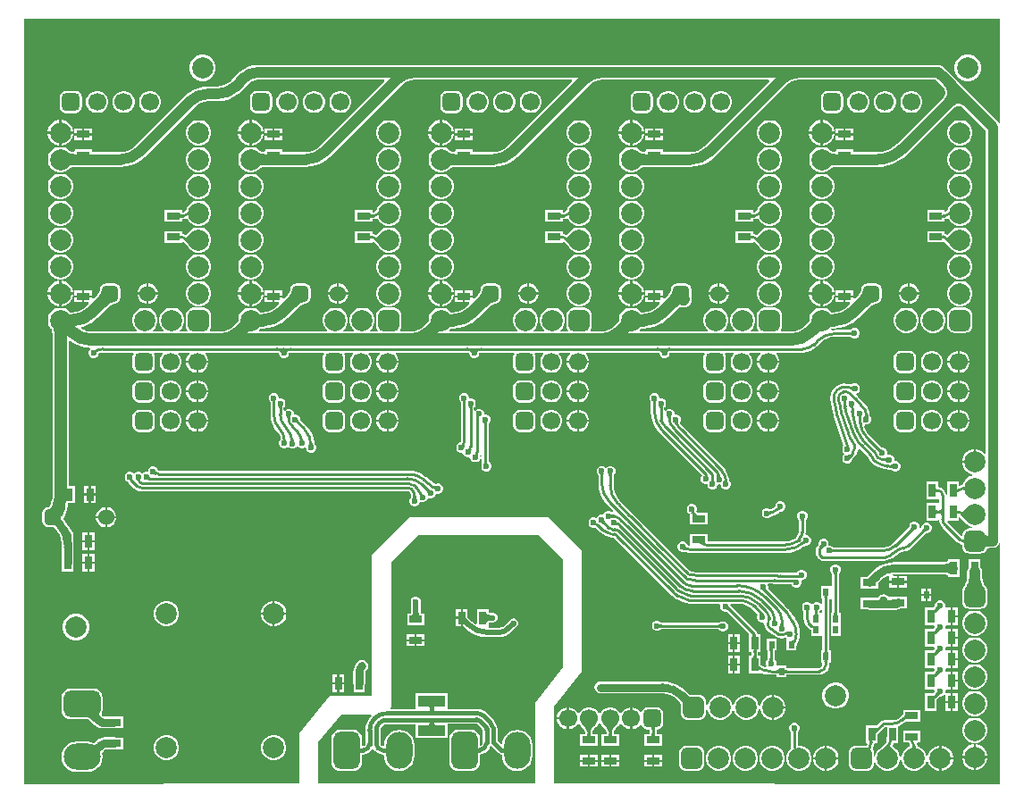
<source format=gbl>
G04*
G04 #@! TF.GenerationSoftware,Altium Limited,Altium Designer,24.5.2 (23)*
G04*
G04 Layer_Physical_Order=2*
G04 Layer_Color=11120661*
%FSLAX44Y44*%
%MOMM*%
G71*
G04*
G04 #@! TF.SameCoordinates,211F2C99-C352-4B84-9391-B0A9BACE0CBF*
G04*
G04*
G04 #@! TF.FilePolarity,Positive*
G04*
G01*
G75*
%ADD10C,0.2540*%
%ADD43C,0.2540*%
%ADD44C,0.7620*%
%ADD45C,0.5080*%
%ADD46C,1.0160*%
%ADD49C,0.3810*%
%ADD51R,1.2700X0.7112*%
%ADD52R,0.7112X1.2700*%
%ADD63C,0.8890*%
%ADD64C,2.0000*%
%ADD65C,1.7000*%
G04:AMPARAMS|DCode=66|XSize=1.7mm|YSize=1.7mm|CornerRadius=0.425mm|HoleSize=0mm|Usage=FLASHONLY|Rotation=90.000|XOffset=0mm|YOffset=0mm|HoleType=Round|Shape=RoundedRectangle|*
%AMROUNDEDRECTD66*
21,1,1.7000,0.8500,0,0,90.0*
21,1,0.8500,1.7000,0,0,90.0*
1,1,0.8500,0.4250,0.4250*
1,1,0.8500,0.4250,-0.4250*
1,1,0.8500,-0.4250,-0.4250*
1,1,0.8500,-0.4250,0.4250*
%
%ADD66ROUNDEDRECTD66*%
G04:AMPARAMS|DCode=67|XSize=1.524mm|YSize=1.524mm|CornerRadius=0.381mm|HoleSize=0mm|Usage=FLASHONLY|Rotation=0.000|XOffset=0mm|YOffset=0mm|HoleType=Round|Shape=RoundedRectangle|*
%AMROUNDEDRECTD67*
21,1,1.5240,0.7620,0,0,0.0*
21,1,0.7620,1.5240,0,0,0.0*
1,1,0.7620,0.3810,-0.3810*
1,1,0.7620,-0.3810,-0.3810*
1,1,0.7620,-0.3810,0.3810*
1,1,0.7620,0.3810,0.3810*
%
%ADD67ROUNDEDRECTD67*%
%ADD68C,1.5240*%
%ADD69O,3.5000X2.5000*%
G04:AMPARAMS|DCode=70|XSize=2.5mm|YSize=3.5mm|CornerRadius=0.625mm|HoleSize=0mm|Usage=FLASHONLY|Rotation=270.000|XOffset=0mm|YOffset=0mm|HoleType=Round|Shape=RoundedRectangle|*
%AMROUNDEDRECTD70*
21,1,2.5000,2.2500,0,0,270.0*
21,1,1.2500,3.5000,0,0,270.0*
1,1,1.2500,-1.1250,-0.6250*
1,1,1.2500,-1.1250,0.6250*
1,1,1.2500,1.1250,0.6250*
1,1,1.2500,1.1250,-0.6250*
%
%ADD70ROUNDEDRECTD70*%
%ADD71O,2.5000X3.5000*%
G04:AMPARAMS|DCode=72|XSize=2.5mm|YSize=3.5mm|CornerRadius=0.625mm|HoleSize=0mm|Usage=FLASHONLY|Rotation=0.000|XOffset=0mm|YOffset=0mm|HoleType=Round|Shape=RoundedRectangle|*
%AMROUNDEDRECTD72*
21,1,2.5000,2.2500,0,0,0.0*
21,1,1.2500,3.5000,0,0,0.0*
1,1,1.2500,0.6250,-1.1250*
1,1,1.2500,-0.6250,-1.1250*
1,1,1.2500,-0.6250,1.1250*
1,1,1.2500,0.6250,1.1250*
%
%ADD72ROUNDEDRECTD72*%
G04:AMPARAMS|DCode=73|XSize=2mm|YSize=2mm|CornerRadius=0.5mm|HoleSize=0mm|Usage=FLASHONLY|Rotation=90.000|XOffset=0mm|YOffset=0mm|HoleType=Round|Shape=RoundedRectangle|*
%AMROUNDEDRECTD73*
21,1,2.0000,1.0000,0,0,90.0*
21,1,1.0000,2.0000,0,0,90.0*
1,1,1.0000,0.5000,0.5000*
1,1,1.0000,0.5000,-0.5000*
1,1,1.0000,-0.5000,-0.5000*
1,1,1.0000,-0.5000,0.5000*
%
%ADD73ROUNDEDRECTD73*%
G04:AMPARAMS|DCode=74|XSize=2mm|YSize=2mm|CornerRadius=0.5mm|HoleSize=0mm|Usage=FLASHONLY|Rotation=0.000|XOffset=0mm|YOffset=0mm|HoleType=Round|Shape=RoundedRectangle|*
%AMROUNDEDRECTD74*
21,1,2.0000,1.0000,0,0,0.0*
21,1,1.0000,2.0000,0,0,0.0*
1,1,1.0000,0.5000,-0.5000*
1,1,1.0000,-0.5000,-0.5000*
1,1,1.0000,-0.5000,0.5000*
1,1,1.0000,0.5000,0.5000*
%
%ADD74ROUNDEDRECTD74*%
%ADD75C,0.6000*%
%ADD76C,1.1430*%
%ADD77R,0.5588X0.7620*%
%ADD78R,2.6416X1.0160*%
G36*
X1686162Y1124784D02*
X1704122Y1121192D01*
X1707714Y1103232D01*
X1707714Y1103232D01*
X1707714Y1103232D01*
X1707714Y1103232D01*
X1707714Y1103232D01*
X1706421Y1104395D01*
X1706277Y1104525D01*
X1704841Y1105530D01*
X1704122Y1105890D01*
X1703404Y1106249D01*
X1701967Y1106680D01*
X1700530Y1106824D01*
X1699093Y1106680D01*
X1697656Y1106249D01*
X1696219Y1105530D01*
X1694783Y1104525D01*
X1693346Y1103232D01*
D01*
X1693346D01*
X1686162Y1110416D01*
Y1110416D01*
D01*
X1687325Y1111709D01*
X1687455Y1111853D01*
X1688461Y1113289D01*
X1688940Y1114247D01*
X1689179Y1114726D01*
X1689278Y1115058D01*
X1689610Y1116163D01*
X1689754Y1117600D01*
X1689610Y1119037D01*
X1689179Y1120474D01*
X1688461Y1121910D01*
X1687455Y1123347D01*
X1686842Y1124028D01*
X1686162Y1124784D01*
X1686162D01*
D01*
X1686162D01*
D02*
G37*
G36*
X1739900Y1089082D02*
X1738630Y1088829D01*
X1738421Y1089333D01*
X1737302Y1090792D01*
X1705512Y1122582D01*
X1705512Y1122582D01*
X1692702Y1135391D01*
X1692702Y1135391D01*
X1686462Y1141632D01*
X1685003Y1142751D01*
X1683303Y1143455D01*
X1681480Y1143695D01*
X1549761D01*
Y1143735D01*
X1549254Y1143695D01*
X1363071D01*
Y1143735D01*
X1362564Y1143695D01*
X1185271D01*
Y1143735D01*
X1184764Y1143695D01*
X1035884D01*
Y1143753D01*
X1031115Y1143283D01*
X1026529Y1141892D01*
X1022302Y1139633D01*
X1018598Y1136592D01*
X1018638Y1136552D01*
X1011458Y1129371D01*
X1010582Y1128496D01*
X1009642Y1127701D01*
X1007943Y1126307D01*
X1004917Y1124690D01*
X1001634Y1123694D01*
X998296Y1123365D01*
X998220Y1123375D01*
X989691D01*
Y1123415D01*
X984609Y1123015D01*
X979653Y1121825D01*
X974943Y1119874D01*
X970597Y1117211D01*
X966721Y1113901D01*
X966749Y1113872D01*
X919398Y1066521D01*
X919340Y1066446D01*
X916628Y1064221D01*
X913451Y1062522D01*
X910004Y1061477D01*
X906514Y1061133D01*
X906419Y1061145D01*
X879475D01*
Y1063625D01*
X862965D01*
Y1062062D01*
X861695Y1061237D01*
X861283Y1061280D01*
X860534Y1061397D01*
X859877Y1061542D01*
X859313Y1061709D01*
X858844Y1061893D01*
X858469Y1062086D01*
X858183Y1062277D01*
X857867Y1062556D01*
X857755Y1062621D01*
X856750Y1063626D01*
X854035Y1065194D01*
X851007Y1066005D01*
X847873D01*
X844845Y1065194D01*
X842130Y1063626D01*
X839914Y1061410D01*
X838346Y1058695D01*
X837535Y1055667D01*
Y1052533D01*
X838346Y1049505D01*
X839914Y1046790D01*
X842130Y1044574D01*
X844845Y1043006D01*
X847873Y1042195D01*
X851007D01*
X854035Y1043006D01*
X856750Y1044574D01*
X857755Y1045579D01*
X857867Y1045644D01*
X858183Y1045923D01*
X858469Y1046114D01*
X858844Y1046307D01*
X859313Y1046491D01*
X859877Y1046658D01*
X860534Y1046803D01*
X861261Y1046917D01*
X863002Y1047055D01*
X906419D01*
Y1047015D01*
X911501Y1047415D01*
X916457Y1048605D01*
X921167Y1050555D01*
X925513Y1053219D01*
X929389Y1056529D01*
X929361Y1056558D01*
X976712Y1103909D01*
X976770Y1103984D01*
X979482Y1106209D01*
X982659Y1107908D01*
X986106Y1108953D01*
X989596Y1109297D01*
X989691Y1109285D01*
X998220D01*
Y1109248D01*
X1003165Y1109637D01*
X1007988Y1110795D01*
X1012571Y1112693D01*
X1016800Y1115285D01*
X1020572Y1118506D01*
X1020572Y1118506D01*
X1021444Y1119430D01*
X1028602Y1126588D01*
X1028652Y1126654D01*
X1030724Y1128244D01*
X1033213Y1129275D01*
X1035802Y1129615D01*
X1035884Y1129605D01*
X1156082D01*
X1156568Y1128431D01*
X1094658Y1066521D01*
X1094600Y1066446D01*
X1091888Y1064221D01*
X1088711Y1062522D01*
X1085264Y1061477D01*
X1081774Y1061133D01*
X1081679Y1061145D01*
X1059815D01*
Y1063625D01*
X1043305D01*
Y1062062D01*
X1042035Y1061237D01*
X1041623Y1061280D01*
X1040874Y1061397D01*
X1040217Y1061542D01*
X1039653Y1061709D01*
X1039184Y1061893D01*
X1038809Y1062086D01*
X1038523Y1062277D01*
X1038206Y1062556D01*
X1038095Y1062621D01*
X1037090Y1063626D01*
X1034375Y1065194D01*
X1031347Y1066005D01*
X1028213D01*
X1025185Y1065194D01*
X1022470Y1063626D01*
X1020254Y1061410D01*
X1018686Y1058695D01*
X1017875Y1055667D01*
Y1052533D01*
X1018686Y1049505D01*
X1020254Y1046790D01*
X1022470Y1044574D01*
X1025185Y1043006D01*
X1028213Y1042195D01*
X1031347D01*
X1034375Y1043006D01*
X1037090Y1044574D01*
X1038095Y1045579D01*
X1038206Y1045644D01*
X1038523Y1045923D01*
X1038809Y1046114D01*
X1039184Y1046307D01*
X1039653Y1046491D01*
X1040217Y1046658D01*
X1040874Y1046803D01*
X1041601Y1046917D01*
X1043342Y1047055D01*
X1081679D01*
Y1047015D01*
X1086761Y1047415D01*
X1091717Y1048605D01*
X1096427Y1050555D01*
X1100773Y1053219D01*
X1104649Y1056529D01*
X1104621Y1056558D01*
X1172292Y1124229D01*
X1172350Y1124304D01*
X1175062Y1126529D01*
X1178239Y1128228D01*
X1181686Y1129273D01*
X1185050Y1129605D01*
X1333882D01*
X1334368Y1128431D01*
X1272458Y1066521D01*
X1272400Y1066446D01*
X1269688Y1064221D01*
X1266511Y1062522D01*
X1263064Y1061477D01*
X1259574Y1061133D01*
X1259479Y1061145D01*
X1240155D01*
Y1063625D01*
X1223645D01*
Y1062062D01*
X1222375Y1061237D01*
X1221963Y1061280D01*
X1221214Y1061397D01*
X1220557Y1061542D01*
X1219993Y1061709D01*
X1219524Y1061893D01*
X1219149Y1062086D01*
X1218863Y1062277D01*
X1218547Y1062556D01*
X1218435Y1062621D01*
X1217430Y1063626D01*
X1214715Y1065194D01*
X1211687Y1066005D01*
X1208553D01*
X1205525Y1065194D01*
X1202810Y1063626D01*
X1200594Y1061410D01*
X1199026Y1058695D01*
X1198215Y1055667D01*
Y1052533D01*
X1199026Y1049505D01*
X1200594Y1046790D01*
X1202810Y1044574D01*
X1205525Y1043006D01*
X1208553Y1042195D01*
X1211687D01*
X1214715Y1043006D01*
X1217430Y1044574D01*
X1218435Y1045579D01*
X1218547Y1045644D01*
X1218863Y1045923D01*
X1219149Y1046114D01*
X1219524Y1046307D01*
X1219993Y1046491D01*
X1220557Y1046658D01*
X1221214Y1046803D01*
X1221941Y1046917D01*
X1223682Y1047055D01*
X1259479D01*
Y1047015D01*
X1264561Y1047415D01*
X1269517Y1048605D01*
X1274227Y1050555D01*
X1278573Y1053219D01*
X1282449Y1056529D01*
X1282421Y1056558D01*
X1350092Y1124229D01*
X1350150Y1124304D01*
X1352862Y1126529D01*
X1356039Y1128228D01*
X1359486Y1129273D01*
X1362850Y1129605D01*
X1520572D01*
X1521058Y1128431D01*
X1459148Y1066521D01*
X1459090Y1066446D01*
X1456378Y1064221D01*
X1453201Y1062522D01*
X1449754Y1061477D01*
X1446264Y1061133D01*
X1446169Y1061145D01*
X1420495D01*
Y1063625D01*
X1403985D01*
Y1062062D01*
X1402715Y1061237D01*
X1402303Y1061280D01*
X1401554Y1061397D01*
X1400897Y1061542D01*
X1400333Y1061709D01*
X1399864Y1061893D01*
X1399489Y1062086D01*
X1399203Y1062277D01*
X1398887Y1062556D01*
X1398775Y1062621D01*
X1397770Y1063626D01*
X1395055Y1065194D01*
X1392027Y1066005D01*
X1388893D01*
X1385865Y1065194D01*
X1383150Y1063626D01*
X1380934Y1061410D01*
X1379366Y1058695D01*
X1378555Y1055667D01*
Y1052533D01*
X1379366Y1049505D01*
X1380934Y1046790D01*
X1383150Y1044574D01*
X1385865Y1043006D01*
X1388893Y1042195D01*
X1392027D01*
X1395055Y1043006D01*
X1397770Y1044574D01*
X1398775Y1045579D01*
X1398887Y1045644D01*
X1399203Y1045923D01*
X1399489Y1046114D01*
X1399864Y1046307D01*
X1400333Y1046491D01*
X1400897Y1046658D01*
X1401554Y1046803D01*
X1402281Y1046917D01*
X1404022Y1047055D01*
X1446169D01*
Y1047015D01*
X1451251Y1047415D01*
X1456207Y1048605D01*
X1460917Y1050555D01*
X1465263Y1053219D01*
X1469139Y1056529D01*
X1469111Y1056558D01*
X1536782Y1124229D01*
X1536840Y1124304D01*
X1539552Y1126529D01*
X1542729Y1128228D01*
X1546176Y1129273D01*
X1549540Y1129605D01*
X1678562D01*
X1685044Y1123123D01*
X1685932Y1122136D01*
X1686787Y1120914D01*
X1687367Y1119755D01*
X1687696Y1118658D01*
X1687802Y1117600D01*
X1687696Y1116542D01*
X1687367Y1115445D01*
X1686787Y1114286D01*
X1685932Y1113064D01*
X1685044Y1112078D01*
X1642169Y1069203D01*
X1642120Y1069139D01*
X1638905Y1066393D01*
X1635216Y1064132D01*
X1631219Y1062476D01*
X1627012Y1061466D01*
X1622786Y1061134D01*
X1622699Y1061145D01*
X1600835D01*
Y1063625D01*
X1584325D01*
Y1062062D01*
X1583055Y1061237D01*
X1582643Y1061280D01*
X1581894Y1061397D01*
X1581237Y1061542D01*
X1580673Y1061709D01*
X1580204Y1061893D01*
X1579829Y1062086D01*
X1579543Y1062277D01*
X1579227Y1062556D01*
X1579115Y1062621D01*
X1578110Y1063626D01*
X1575395Y1065194D01*
X1572367Y1066005D01*
X1569233D01*
X1566205Y1065194D01*
X1563490Y1063626D01*
X1561274Y1061410D01*
X1559706Y1058695D01*
X1558895Y1055667D01*
Y1052533D01*
X1559706Y1049505D01*
X1561274Y1046790D01*
X1563490Y1044574D01*
X1566205Y1043006D01*
X1569233Y1042195D01*
X1572367D01*
X1575395Y1043006D01*
X1578110Y1044574D01*
X1579115Y1045579D01*
X1579227Y1045644D01*
X1579543Y1045923D01*
X1579829Y1046114D01*
X1580204Y1046307D01*
X1580673Y1046491D01*
X1581237Y1046658D01*
X1581894Y1046803D01*
X1582621Y1046917D01*
X1584362Y1047055D01*
X1622699D01*
X1622699Y1047055D01*
Y1047026D01*
X1628138Y1047382D01*
X1633485Y1048446D01*
X1638646Y1050198D01*
X1643535Y1052609D01*
X1648067Y1055637D01*
X1652150Y1059217D01*
X1652133Y1059234D01*
X1652133Y1059239D01*
X1695008Y1102114D01*
X1695994Y1103002D01*
X1697216Y1103857D01*
X1698375Y1104437D01*
X1699472Y1104766D01*
X1700530Y1104872D01*
X1701588Y1104766D01*
X1702685Y1104437D01*
X1703844Y1103857D01*
X1705066Y1103002D01*
X1706053Y1102114D01*
X1726110Y1082057D01*
Y775977D01*
X1724840Y775451D01*
X1723138Y777152D01*
X1720402Y778732D01*
X1717350Y779550D01*
X1716770D01*
Y767550D01*
X1715770D01*
Y766550D01*
X1703770D01*
Y765970D01*
X1704588Y762918D01*
X1706168Y760182D01*
X1708402Y757948D01*
X1711138Y756368D01*
X1713786Y755658D01*
Y754343D01*
X1711175Y753644D01*
X1708460Y752076D01*
X1706244Y749860D01*
X1704676Y747145D01*
X1704293Y745714D01*
X1702659Y745389D01*
X1701927Y744900D01*
X1700657Y745579D01*
Y748665D01*
X1689735D01*
Y736650D01*
X1688465Y736566D01*
X1688272Y738035D01*
X1687515Y739862D01*
X1686311Y741431D01*
X1684742Y742635D01*
X1682915Y743392D01*
X1680954Y743650D01*
X1680845Y744875D01*
Y748665D01*
X1669923D01*
Y732155D01*
X1680845D01*
Y732155D01*
X1682053Y732005D01*
Y728495D01*
X1680845Y728345D01*
Y728345D01*
X1669923D01*
Y711835D01*
X1680845D01*
Y712662D01*
X1682115Y712746D01*
X1682420Y710429D01*
X1683614Y707547D01*
X1685513Y705073D01*
X1685541Y705101D01*
X1698985Y691657D01*
X1698985Y691657D01*
X1698972Y691644D01*
X1700916Y690152D01*
X1703180Y689214D01*
X1703805Y689132D01*
Y687550D01*
X1704043Y685747D01*
X1704738Y684068D01*
X1705845Y682625D01*
X1707288Y681518D01*
X1708967Y680823D01*
X1710770Y680585D01*
X1720770D01*
X1722573Y680823D01*
X1724252Y681518D01*
X1725695Y682625D01*
X1726801Y684068D01*
X1727402Y685518D01*
X1727788Y685671D01*
X1728388Y685831D01*
X1729154Y685965D01*
X1730511Y686076D01*
X1732584D01*
X1735062Y686568D01*
X1737162Y687972D01*
X1738566Y690072D01*
X1738630Y690395D01*
X1739900Y690269D01*
X1739900Y463178D01*
X1739002Y462281D01*
X1316990Y462510D01*
Y535622D01*
X1343660Y568960D01*
Y683260D01*
X1311910Y715010D01*
X1179830D01*
X1144270Y679450D01*
Y546100D01*
X1104665D01*
X1075690Y510540D01*
Y463030D01*
X816239Y462283D01*
X815340Y463179D01*
X815340Y1187450D01*
X1739900D01*
Y1089082D01*
D02*
G37*
G36*
X1578355Y1060735D02*
X1578843Y1060409D01*
X1579404Y1060121D01*
X1580040Y1059871D01*
X1580750Y1059660D01*
X1581535Y1059487D01*
X1582393Y1059353D01*
X1583326Y1059257D01*
X1585414Y1059180D01*
Y1049020D01*
X1584333Y1049001D01*
X1582393Y1048847D01*
X1581535Y1048713D01*
X1580750Y1048540D01*
X1580040Y1048329D01*
X1579404Y1048079D01*
X1578843Y1047791D01*
X1578355Y1047465D01*
X1577941Y1047100D01*
Y1061100D01*
X1578355Y1060735D01*
D02*
G37*
G36*
X1398015D02*
X1398503Y1060409D01*
X1399064Y1060121D01*
X1399700Y1059871D01*
X1400410Y1059660D01*
X1401195Y1059487D01*
X1402053Y1059353D01*
X1402986Y1059257D01*
X1405074Y1059180D01*
Y1049020D01*
X1403993Y1049001D01*
X1402053Y1048847D01*
X1401195Y1048713D01*
X1400410Y1048540D01*
X1399700Y1048329D01*
X1399064Y1048079D01*
X1398503Y1047791D01*
X1398015Y1047465D01*
X1397601Y1047100D01*
Y1061100D01*
X1398015Y1060735D01*
D02*
G37*
G36*
X1217675D02*
X1218163Y1060409D01*
X1218724Y1060121D01*
X1219360Y1059871D01*
X1220070Y1059660D01*
X1220855Y1059487D01*
X1221713Y1059353D01*
X1222646Y1059257D01*
X1224734Y1059180D01*
Y1049020D01*
X1223653Y1049001D01*
X1221713Y1048847D01*
X1220855Y1048713D01*
X1220070Y1048540D01*
X1219360Y1048329D01*
X1218724Y1048079D01*
X1218163Y1047791D01*
X1217675Y1047465D01*
X1217261Y1047100D01*
Y1061100D01*
X1217675Y1060735D01*
D02*
G37*
G36*
X1037335D02*
X1037823Y1060409D01*
X1038384Y1060121D01*
X1039020Y1059871D01*
X1039731Y1059660D01*
X1040515Y1059487D01*
X1041373Y1059353D01*
X1042306Y1059257D01*
X1044394Y1059180D01*
Y1049020D01*
X1043313Y1049001D01*
X1041373Y1048847D01*
X1040515Y1048713D01*
X1039731Y1048540D01*
X1039020Y1048329D01*
X1038384Y1048079D01*
X1037823Y1047791D01*
X1037335Y1047465D01*
X1036921Y1047100D01*
Y1061100D01*
X1037335Y1060735D01*
D02*
G37*
G36*
X856995D02*
X857483Y1060409D01*
X858044Y1060121D01*
X858680Y1059871D01*
X859390Y1059660D01*
X860175Y1059487D01*
X861033Y1059353D01*
X861966Y1059257D01*
X864054Y1059180D01*
Y1049020D01*
X862973Y1049001D01*
X861033Y1048847D01*
X860175Y1048713D01*
X859390Y1048540D01*
X858680Y1048329D01*
X858044Y1048079D01*
X857483Y1047791D01*
X856995Y1047465D01*
X856581Y1047100D01*
Y1061100D01*
X856995Y1060735D01*
D02*
G37*
G36*
X1678900Y742307D02*
X1678962Y742176D01*
X1679066Y742059D01*
X1679211Y741959D01*
X1679398Y741874D01*
X1679626Y741804D01*
X1679896Y741750D01*
X1680207Y741711D01*
X1680560Y741688D01*
X1680954Y741680D01*
Y739140D01*
X1680560Y739132D01*
X1679896Y739070D01*
X1679626Y739016D01*
X1679398Y738946D01*
X1679211Y738861D01*
X1679066Y738761D01*
X1678962Y738644D01*
X1678900Y738513D01*
X1678879Y738366D01*
Y742454D01*
X1678900Y742307D01*
D02*
G37*
G36*
X1698709Y721796D02*
X1698765Y721705D01*
X1698857Y721624D01*
X1698985Y721554D01*
X1699151Y721495D01*
X1699353Y721446D01*
X1699592Y721408D01*
X1699868Y721382D01*
X1700530Y721360D01*
Y718820D01*
X1700181Y718815D01*
X1699592Y718772D01*
X1699353Y718734D01*
X1699151Y718685D01*
X1698985Y718626D01*
X1698857Y718556D01*
X1698765Y718475D01*
X1698709Y718384D01*
X1698691Y718281D01*
Y721898D01*
X1698709Y721796D01*
D02*
G37*
G36*
X1678905Y722389D02*
X1678982Y722173D01*
X1679110Y721982D01*
X1679290Y721817D01*
X1679522Y721677D01*
X1679804Y721563D01*
X1680139Y721474D01*
X1680524Y721411D01*
X1680961Y721373D01*
X1681449Y721360D01*
Y718820D01*
X1680961Y718807D01*
X1680524Y718769D01*
X1680139Y718706D01*
X1679804Y718617D01*
X1679522Y718503D01*
X1679290Y718363D01*
X1679110Y718198D01*
X1678982Y718007D01*
X1678905Y717791D01*
X1678879Y717550D01*
Y722630D01*
X1678905Y722389D01*
D02*
G37*
G36*
X1686560Y720090D02*
X1684020Y716280D01*
X1683995Y716763D01*
X1683918Y717194D01*
X1683791Y717575D01*
X1683614Y717906D01*
X1683385Y718185D01*
X1683106Y718414D01*
X1682775Y718591D01*
X1682394Y718718D01*
X1681963Y718795D01*
X1681480Y718820D01*
Y721360D01*
X1681963Y721385D01*
X1682394Y721462D01*
X1682775Y721589D01*
X1683106Y721766D01*
X1683385Y721995D01*
X1683614Y722274D01*
X1683791Y722605D01*
X1683918Y722986D01*
X1683995Y723417D01*
X1684020Y723900D01*
X1686560Y720090D01*
D02*
G37*
G36*
X1708618Y710561D02*
X1702172Y717922D01*
X1703968Y719718D01*
X1704007Y719775D01*
X1704140Y719926D01*
X1708639Y724561D01*
X1708618Y710561D01*
D02*
G37*
G36*
X1706102Y710486D02*
X1706244Y710240D01*
X1706834Y709650D01*
X1707157Y709281D01*
X1707207Y709243D01*
X1707242Y709190D01*
X1707399Y709084D01*
X1708460Y708024D01*
X1711175Y706456D01*
X1713682Y705785D01*
X1713515Y704515D01*
X1710770D01*
X1708967Y704277D01*
X1707288Y703581D01*
X1705845Y702475D01*
X1704738Y701032D01*
X1704043Y699353D01*
X1703833Y697761D01*
X1703297Y697435D01*
X1702535Y697263D01*
X1690119Y709679D01*
X1690034Y709736D01*
X1689383Y710714D01*
X1690158Y711835D01*
X1700657D01*
Y714776D01*
X1701927Y715253D01*
X1706102Y710486D01*
D02*
G37*
G36*
X1725446Y698895D02*
X1725663Y698496D01*
X1726023Y698144D01*
X1726528Y697839D01*
X1727177Y697581D01*
X1727970Y697370D01*
X1728907Y697206D01*
X1729989Y697089D01*
X1732584Y696995D01*
Y688105D01*
X1731214Y688082D01*
X1728907Y687894D01*
X1727970Y687730D01*
X1727177Y687519D01*
X1726528Y687261D01*
X1726023Y686956D01*
X1725663Y686604D01*
X1725446Y686205D01*
X1725374Y685760D01*
Y699340D01*
X1725446Y698895D01*
D02*
G37*
G36*
X1204868Y535963D02*
X1204544Y535847D01*
X1204258Y535655D01*
X1204011Y535387D01*
X1203801Y535041D01*
X1203630Y534618D01*
X1203496Y534119D01*
X1203401Y533543D01*
X1203344Y532890D01*
X1203325Y532160D01*
X1199515D01*
X1199496Y532890D01*
X1199439Y533543D01*
X1199344Y534119D01*
X1199210Y534618D01*
X1199039Y535041D01*
X1198829Y535387D01*
X1198582Y535655D01*
X1198296Y535847D01*
X1197972Y535963D01*
X1197610Y536001D01*
X1205230D01*
X1204868Y535963D01*
D02*
G37*
G36*
X1203344Y521216D02*
X1203401Y520568D01*
X1203496Y519996D01*
X1203630Y519501D01*
X1203801Y519082D01*
X1204011Y518739D01*
X1204258Y518472D01*
X1204544Y518282D01*
X1204868Y518168D01*
X1205230Y518130D01*
X1197610D01*
X1197972Y518168D01*
X1198296Y518282D01*
X1198582Y518472D01*
X1198829Y518739D01*
X1199039Y519082D01*
X1199210Y519501D01*
X1199344Y519996D01*
X1199439Y520568D01*
X1199496Y521216D01*
X1199515Y521940D01*
X1203325D01*
X1203344Y521216D01*
D02*
G37*
G36*
X1325880Y675640D02*
X1325733Y572770D01*
X1299210Y539030D01*
Y463030D01*
X1093470D01*
Y501650D01*
X1115291Y528320D01*
X1144005D01*
X1144288Y527050D01*
X1141889Y524126D01*
X1140007Y520606D01*
X1138848Y516786D01*
X1138457Y512814D01*
X1138480D01*
Y500380D01*
X1138475D01*
X1138288Y499439D01*
X1137755Y498640D01*
X1136956Y498107D01*
X1136285Y497974D01*
X1135015Y498663D01*
Y505280D01*
X1134735Y507409D01*
X1133913Y509393D01*
X1132606Y511096D01*
X1130903Y512403D01*
X1128919Y513225D01*
X1126790Y513505D01*
X1114290D01*
X1112161Y513225D01*
X1110177Y512403D01*
X1108474Y511096D01*
X1107167Y509393D01*
X1106345Y507409D01*
X1106065Y505280D01*
Y482780D01*
X1106345Y480651D01*
X1107167Y478667D01*
X1108474Y476964D01*
X1110177Y475657D01*
X1112161Y474835D01*
X1114290Y474555D01*
X1126790D01*
X1128919Y474835D01*
X1130903Y475657D01*
X1132606Y476964D01*
X1133913Y478667D01*
X1134735Y480651D01*
X1135015Y482780D01*
Y489480D01*
X1136015Y490132D01*
X1138667Y490481D01*
X1141139Y491505D01*
X1143261Y493134D01*
X1144842Y495193D01*
X1145526Y495293D01*
X1145554D01*
X1146238Y495193D01*
X1147819Y493134D01*
X1149941Y491505D01*
X1152413Y490481D01*
X1155065Y490132D01*
X1156011Y489349D01*
Y489030D01*
X1156506Y485270D01*
X1157957Y481765D01*
X1160266Y478756D01*
X1163275Y476447D01*
X1166779Y474996D01*
X1170540Y474501D01*
X1174301Y474996D01*
X1177805Y476447D01*
X1180814Y478756D01*
X1183123Y481765D01*
X1184574Y485270D01*
X1185069Y489030D01*
Y499030D01*
X1184574Y502790D01*
X1183123Y506295D01*
X1180814Y509304D01*
X1177805Y511613D01*
X1174301Y513064D01*
X1170540Y513559D01*
X1166779Y513064D01*
X1163275Y511613D01*
X1160266Y509304D01*
X1157957Y506295D01*
X1156506Y502790D01*
X1156011Y499030D01*
Y498703D01*
X1155997Y498691D01*
X1154741Y497984D01*
X1154124Y498107D01*
X1153325Y498640D01*
X1152792Y499439D01*
X1152605Y500380D01*
X1152600D01*
Y512814D01*
X1152565Y512986D01*
X1153010Y515220D01*
X1154373Y517260D01*
X1156413Y518623D01*
X1158647Y519067D01*
X1158819Y519033D01*
X1186307D01*
Y506095D01*
X1216533D01*
Y519355D01*
X1243801D01*
X1243810Y519332D01*
X1243905Y519292D01*
X1243930Y519303D01*
X1248797Y514579D01*
X1249636Y513722D01*
X1249605Y512946D01*
X1249605Y512946D01*
X1249605Y512407D01*
Y501650D01*
X1249615Y501600D01*
X1249339Y500213D01*
X1248525Y498995D01*
X1248045Y498674D01*
X1246775Y499353D01*
Y505280D01*
X1246495Y507409D01*
X1245673Y509393D01*
X1244366Y511096D01*
X1242663Y512403D01*
X1240679Y513225D01*
X1238550Y513505D01*
X1226050D01*
X1223921Y513225D01*
X1221937Y512403D01*
X1220234Y511096D01*
X1218927Y509393D01*
X1218105Y507409D01*
X1217825Y505280D01*
Y482780D01*
X1218105Y480651D01*
X1218927Y478667D01*
X1220234Y476964D01*
X1221937Y475657D01*
X1223921Y474835D01*
X1226050Y474555D01*
X1238550D01*
X1240679Y474835D01*
X1242663Y475657D01*
X1244366Y476964D01*
X1245673Y478667D01*
X1246495Y480651D01*
X1246775Y482780D01*
Y490241D01*
X1248854Y490514D01*
X1251634Y491666D01*
X1254022Y493498D01*
X1255854Y495886D01*
X1256575Y497626D01*
X1258073Y497924D01*
X1264713Y491283D01*
X1265973Y490441D01*
X1267460Y490145D01*
X1267771D01*
Y489030D01*
X1268266Y485270D01*
X1269717Y481765D01*
X1272026Y478756D01*
X1275035Y476447D01*
X1278540Y474996D01*
X1282300Y474501D01*
X1286060Y474996D01*
X1289565Y476447D01*
X1292574Y478756D01*
X1294883Y481765D01*
X1296334Y485270D01*
X1296829Y489030D01*
Y499030D01*
X1296334Y502790D01*
X1294883Y506295D01*
X1292574Y509304D01*
X1289565Y511613D01*
X1286060Y513064D01*
X1282300Y513559D01*
X1278540Y513064D01*
X1275035Y511613D01*
X1272026Y509304D01*
X1269717Y506295D01*
X1268266Y502790D01*
X1267979Y500615D01*
X1266777Y500207D01*
X1263725Y503259D01*
Y512946D01*
X1263717Y512986D01*
X1263722Y513015D01*
X1263716Y513047D01*
X1263722Y513086D01*
X1263720Y513156D01*
X1263628Y513540D01*
X1263602Y513743D01*
X1263613Y514182D01*
X1263288Y516071D01*
X1263190Y516326D01*
X1263061Y517307D01*
X1261686Y520627D01*
X1260104Y522688D01*
X1259498Y523478D01*
X1259305Y523626D01*
X1258387Y524498D01*
X1253462Y529277D01*
X1253474Y529290D01*
X1250788Y531351D01*
X1247468Y532726D01*
X1243905Y533195D01*
Y533152D01*
X1217437D01*
X1216533Y534035D01*
Y548005D01*
X1186307D01*
Y534035D01*
X1185403Y533152D01*
X1162192D01*
X1161881Y534384D01*
X1163320Y535159D01*
Y673100D01*
X1188720Y698500D01*
X1303020D01*
X1325880Y675640D01*
D02*
G37*
G36*
X1269822Y491698D02*
X1269799Y491779D01*
X1269728Y491852D01*
X1269610Y491916D01*
X1269444Y491971D01*
X1269232Y492018D01*
X1268972Y492057D01*
X1268310Y492108D01*
X1267460Y492125D01*
Y495935D01*
X1267909Y495939D01*
X1269232Y496042D01*
X1269444Y496089D01*
X1269610Y496144D01*
X1269728Y496208D01*
X1269799Y496281D01*
X1269822Y496362D01*
Y491698D01*
D02*
G37*
G36*
X1158062Y491063D02*
X1158032Y491265D01*
X1157943Y491445D01*
X1157793Y491605D01*
X1157583Y491743D01*
X1157313Y491860D01*
X1156983Y491955D01*
X1156594Y492029D01*
X1156144Y492082D01*
X1155635Y492114D01*
X1155065Y492125D01*
Y495935D01*
X1155635Y495946D01*
X1156594Y496031D01*
X1156983Y496105D01*
X1157313Y496200D01*
X1157583Y496317D01*
X1157793Y496455D01*
X1157943Y496615D01*
X1158032Y496795D01*
X1158062Y496997D01*
Y491063D01*
D02*
G37*
G36*
X1133039Y496802D02*
X1133129Y496620D01*
X1133280Y496460D01*
X1133490Y496320D01*
X1133761Y496203D01*
X1134091Y496106D01*
X1134482Y496031D01*
X1134933Y495978D01*
X1135444Y495946D01*
X1136015Y495935D01*
Y492125D01*
X1135444Y492114D01*
X1134482Y492029D01*
X1134091Y491954D01*
X1133761Y491857D01*
X1133490Y491740D01*
X1133280Y491600D01*
X1133129Y491440D01*
X1133039Y491258D01*
X1133009Y491055D01*
Y497005D01*
X1133039Y496802D01*
D02*
G37*
%LPC*%
G36*
X1710721Y1153550D02*
X1707419D01*
X1704230Y1152695D01*
X1701370Y1151044D01*
X1699035Y1148710D01*
X1697385Y1145850D01*
X1696530Y1142661D01*
Y1139359D01*
X1697385Y1136170D01*
X1699035Y1133310D01*
X1701370Y1130975D01*
X1704230Y1129325D01*
X1707419Y1128470D01*
X1710721D01*
X1713910Y1129325D01*
X1716770Y1130975D01*
X1719104Y1133310D01*
X1720755Y1136170D01*
X1721610Y1139359D01*
Y1142661D01*
X1720755Y1145850D01*
X1719104Y1148710D01*
X1716770Y1151044D01*
X1713910Y1152695D01*
X1710721Y1153550D01*
D02*
G37*
G36*
X985721D02*
X982419D01*
X979230Y1152695D01*
X976370Y1151044D01*
X974035Y1148710D01*
X972385Y1145850D01*
X971530Y1142661D01*
Y1139359D01*
X972385Y1136170D01*
X974035Y1133310D01*
X976370Y1130975D01*
X979230Y1129325D01*
X982419Y1128470D01*
X985721D01*
X988910Y1129325D01*
X991770Y1130975D01*
X994105Y1133310D01*
X995755Y1136170D01*
X996610Y1139359D01*
Y1142661D01*
X995755Y1145850D01*
X994105Y1148710D01*
X991770Y1151044D01*
X988910Y1152695D01*
X985721Y1153550D01*
D02*
G37*
G36*
X1657050Y1119115D02*
X1654310D01*
X1651664Y1118406D01*
X1649291Y1117036D01*
X1647354Y1115099D01*
X1645984Y1112726D01*
X1645275Y1110080D01*
Y1107340D01*
X1645984Y1104694D01*
X1647354Y1102321D01*
X1649291Y1100384D01*
X1651664Y1099014D01*
X1654310Y1098305D01*
X1657050D01*
X1659696Y1099014D01*
X1662069Y1100384D01*
X1664006Y1102321D01*
X1665376Y1104694D01*
X1666085Y1107340D01*
Y1110080D01*
X1665376Y1112726D01*
X1664006Y1115099D01*
X1662069Y1117036D01*
X1659696Y1118406D01*
X1657050Y1119115D01*
D02*
G37*
G36*
X1632050D02*
X1629310D01*
X1626664Y1118406D01*
X1624291Y1117036D01*
X1622354Y1115099D01*
X1620984Y1112726D01*
X1620275Y1110080D01*
Y1107340D01*
X1620984Y1104694D01*
X1622354Y1102321D01*
X1624291Y1100384D01*
X1626664Y1099014D01*
X1629310Y1098305D01*
X1632050D01*
X1634696Y1099014D01*
X1637069Y1100384D01*
X1639006Y1102321D01*
X1640376Y1104694D01*
X1641085Y1107340D01*
Y1110080D01*
X1640376Y1112726D01*
X1639006Y1115099D01*
X1637069Y1117036D01*
X1634696Y1118406D01*
X1632050Y1119115D01*
D02*
G37*
G36*
X1607050D02*
X1604310D01*
X1601664Y1118406D01*
X1599291Y1117036D01*
X1597354Y1115099D01*
X1595984Y1112726D01*
X1595275Y1110080D01*
Y1107340D01*
X1595984Y1104694D01*
X1597354Y1102321D01*
X1599291Y1100384D01*
X1601664Y1099014D01*
X1604310Y1098305D01*
X1607050D01*
X1609696Y1099014D01*
X1612069Y1100384D01*
X1614006Y1102321D01*
X1615376Y1104694D01*
X1616085Y1107340D01*
Y1110080D01*
X1615376Y1112726D01*
X1614006Y1115099D01*
X1612069Y1117036D01*
X1609696Y1118406D01*
X1607050Y1119115D01*
D02*
G37*
G36*
X1476710D02*
X1473970D01*
X1471324Y1118406D01*
X1468951Y1117036D01*
X1467014Y1115099D01*
X1465644Y1112726D01*
X1464935Y1110080D01*
Y1107340D01*
X1465644Y1104694D01*
X1467014Y1102321D01*
X1468951Y1100384D01*
X1471324Y1099014D01*
X1473970Y1098305D01*
X1476710D01*
X1479356Y1099014D01*
X1481729Y1100384D01*
X1483666Y1102321D01*
X1485036Y1104694D01*
X1485745Y1107340D01*
Y1110080D01*
X1485036Y1112726D01*
X1483666Y1115099D01*
X1481729Y1117036D01*
X1479356Y1118406D01*
X1476710Y1119115D01*
D02*
G37*
G36*
X1451710D02*
X1448970D01*
X1446324Y1118406D01*
X1443951Y1117036D01*
X1442014Y1115099D01*
X1440644Y1112726D01*
X1439935Y1110080D01*
Y1107340D01*
X1440644Y1104694D01*
X1442014Y1102321D01*
X1443951Y1100384D01*
X1446324Y1099014D01*
X1448970Y1098305D01*
X1451710D01*
X1454356Y1099014D01*
X1456729Y1100384D01*
X1458666Y1102321D01*
X1460036Y1104694D01*
X1460745Y1107340D01*
Y1110080D01*
X1460036Y1112726D01*
X1458666Y1115099D01*
X1456729Y1117036D01*
X1454356Y1118406D01*
X1451710Y1119115D01*
D02*
G37*
G36*
X1426710D02*
X1423970D01*
X1421324Y1118406D01*
X1418951Y1117036D01*
X1417014Y1115099D01*
X1415644Y1112726D01*
X1414935Y1110080D01*
Y1107340D01*
X1415644Y1104694D01*
X1417014Y1102321D01*
X1418951Y1100384D01*
X1421324Y1099014D01*
X1423970Y1098305D01*
X1426710D01*
X1429356Y1099014D01*
X1431729Y1100384D01*
X1433666Y1102321D01*
X1435036Y1104694D01*
X1435745Y1107340D01*
Y1110080D01*
X1435036Y1112726D01*
X1433666Y1115099D01*
X1431729Y1117036D01*
X1429356Y1118406D01*
X1426710Y1119115D01*
D02*
G37*
G36*
X1296370D02*
X1293630D01*
X1290984Y1118406D01*
X1288611Y1117036D01*
X1286674Y1115099D01*
X1285304Y1112726D01*
X1284595Y1110080D01*
Y1107340D01*
X1285304Y1104694D01*
X1286674Y1102321D01*
X1288611Y1100384D01*
X1290984Y1099014D01*
X1293630Y1098305D01*
X1296370D01*
X1299016Y1099014D01*
X1301389Y1100384D01*
X1303326Y1102321D01*
X1304696Y1104694D01*
X1305405Y1107340D01*
Y1110080D01*
X1304696Y1112726D01*
X1303326Y1115099D01*
X1301389Y1117036D01*
X1299016Y1118406D01*
X1296370Y1119115D01*
D02*
G37*
G36*
X1271370D02*
X1268630D01*
X1265984Y1118406D01*
X1263611Y1117036D01*
X1261674Y1115099D01*
X1260304Y1112726D01*
X1259595Y1110080D01*
Y1107340D01*
X1260304Y1104694D01*
X1261674Y1102321D01*
X1263611Y1100384D01*
X1265984Y1099014D01*
X1268630Y1098305D01*
X1271370D01*
X1274016Y1099014D01*
X1276389Y1100384D01*
X1278326Y1102321D01*
X1279696Y1104694D01*
X1280405Y1107340D01*
Y1110080D01*
X1279696Y1112726D01*
X1278326Y1115099D01*
X1276389Y1117036D01*
X1274016Y1118406D01*
X1271370Y1119115D01*
D02*
G37*
G36*
X1246370D02*
X1243630D01*
X1240984Y1118406D01*
X1238611Y1117036D01*
X1236674Y1115099D01*
X1235304Y1112726D01*
X1234595Y1110080D01*
Y1107340D01*
X1235304Y1104694D01*
X1236674Y1102321D01*
X1238611Y1100384D01*
X1240984Y1099014D01*
X1243630Y1098305D01*
X1246370D01*
X1249016Y1099014D01*
X1251389Y1100384D01*
X1253326Y1102321D01*
X1254696Y1104694D01*
X1255405Y1107340D01*
Y1110080D01*
X1254696Y1112726D01*
X1253326Y1115099D01*
X1251389Y1117036D01*
X1249016Y1118406D01*
X1246370Y1119115D01*
D02*
G37*
G36*
X1116030D02*
X1113290D01*
X1110644Y1118406D01*
X1108271Y1117036D01*
X1106334Y1115099D01*
X1104964Y1112726D01*
X1104255Y1110080D01*
Y1107340D01*
X1104964Y1104694D01*
X1106334Y1102321D01*
X1108271Y1100384D01*
X1110644Y1099014D01*
X1113290Y1098305D01*
X1116030D01*
X1118676Y1099014D01*
X1121049Y1100384D01*
X1122986Y1102321D01*
X1124356Y1104694D01*
X1125065Y1107340D01*
Y1110080D01*
X1124356Y1112726D01*
X1122986Y1115099D01*
X1121049Y1117036D01*
X1118676Y1118406D01*
X1116030Y1119115D01*
D02*
G37*
G36*
X1091030D02*
X1088290D01*
X1085644Y1118406D01*
X1083271Y1117036D01*
X1081334Y1115099D01*
X1079964Y1112726D01*
X1079255Y1110080D01*
Y1107340D01*
X1079964Y1104694D01*
X1081334Y1102321D01*
X1083271Y1100384D01*
X1085644Y1099014D01*
X1088290Y1098305D01*
X1091030D01*
X1093676Y1099014D01*
X1096049Y1100384D01*
X1097986Y1102321D01*
X1099356Y1104694D01*
X1100065Y1107340D01*
Y1110080D01*
X1099356Y1112726D01*
X1097986Y1115099D01*
X1096049Y1117036D01*
X1093676Y1118406D01*
X1091030Y1119115D01*
D02*
G37*
G36*
X1066030D02*
X1063290D01*
X1060644Y1118406D01*
X1058271Y1117036D01*
X1056334Y1115099D01*
X1054964Y1112726D01*
X1054255Y1110080D01*
Y1107340D01*
X1054964Y1104694D01*
X1056334Y1102321D01*
X1058271Y1100384D01*
X1060644Y1099014D01*
X1063290Y1098305D01*
X1066030D01*
X1068676Y1099014D01*
X1071049Y1100384D01*
X1072986Y1102321D01*
X1074356Y1104694D01*
X1075065Y1107340D01*
Y1110080D01*
X1074356Y1112726D01*
X1072986Y1115099D01*
X1071049Y1117036D01*
X1068676Y1118406D01*
X1066030Y1119115D01*
D02*
G37*
G36*
X935690D02*
X932950D01*
X930304Y1118406D01*
X927931Y1117036D01*
X925994Y1115099D01*
X924624Y1112726D01*
X923915Y1110080D01*
Y1107340D01*
X924624Y1104694D01*
X925994Y1102321D01*
X927931Y1100384D01*
X930304Y1099014D01*
X932950Y1098305D01*
X935690D01*
X938336Y1099014D01*
X940709Y1100384D01*
X942646Y1102321D01*
X944016Y1104694D01*
X944725Y1107340D01*
Y1110080D01*
X944016Y1112726D01*
X942646Y1115099D01*
X940709Y1117036D01*
X938336Y1118406D01*
X935690Y1119115D01*
D02*
G37*
G36*
X910690D02*
X907950D01*
X905304Y1118406D01*
X902931Y1117036D01*
X900994Y1115099D01*
X899624Y1112726D01*
X898915Y1110080D01*
Y1107340D01*
X899624Y1104694D01*
X900994Y1102321D01*
X902931Y1100384D01*
X905304Y1099014D01*
X907950Y1098305D01*
X910690D01*
X913336Y1099014D01*
X915709Y1100384D01*
X917646Y1102321D01*
X919016Y1104694D01*
X919725Y1107340D01*
Y1110080D01*
X919016Y1112726D01*
X917646Y1115099D01*
X915709Y1117036D01*
X913336Y1118406D01*
X910690Y1119115D01*
D02*
G37*
G36*
X885690D02*
X882950D01*
X880304Y1118406D01*
X877931Y1117036D01*
X875994Y1115099D01*
X874624Y1112726D01*
X873915Y1110080D01*
Y1107340D01*
X874624Y1104694D01*
X875994Y1102321D01*
X877931Y1100384D01*
X880304Y1099014D01*
X882950Y1098305D01*
X885690D01*
X888336Y1099014D01*
X890709Y1100384D01*
X892646Y1102321D01*
X894016Y1104694D01*
X894725Y1107340D01*
Y1110080D01*
X894016Y1112726D01*
X892646Y1115099D01*
X890709Y1117036D01*
X888336Y1118406D01*
X885690Y1119115D01*
D02*
G37*
G36*
X1584930Y1119236D02*
X1576430D01*
X1574028Y1118758D01*
X1571992Y1117398D01*
X1570632Y1115361D01*
X1570154Y1112960D01*
Y1104460D01*
X1570632Y1102058D01*
X1571992Y1100023D01*
X1574028Y1098662D01*
X1576430Y1098184D01*
X1584930D01*
X1587332Y1098662D01*
X1589368Y1100023D01*
X1590728Y1102058D01*
X1591206Y1104460D01*
Y1112960D01*
X1590728Y1115361D01*
X1589368Y1117398D01*
X1587332Y1118758D01*
X1584930Y1119236D01*
D02*
G37*
G36*
X1404590D02*
X1396090D01*
X1393689Y1118758D01*
X1391653Y1117398D01*
X1390292Y1115361D01*
X1389814Y1112960D01*
Y1104460D01*
X1390292Y1102058D01*
X1391653Y1100023D01*
X1393689Y1098662D01*
X1396090Y1098184D01*
X1404590D01*
X1406992Y1098662D01*
X1409028Y1100023D01*
X1410388Y1102058D01*
X1410866Y1104460D01*
Y1112960D01*
X1410388Y1115361D01*
X1409028Y1117398D01*
X1406992Y1118758D01*
X1404590Y1119236D01*
D02*
G37*
G36*
X1224250D02*
X1215750D01*
X1213349Y1118758D01*
X1211313Y1117398D01*
X1209952Y1115361D01*
X1209474Y1112960D01*
Y1104460D01*
X1209952Y1102058D01*
X1211313Y1100023D01*
X1213349Y1098662D01*
X1215750Y1098184D01*
X1224250D01*
X1226652Y1098662D01*
X1228688Y1100023D01*
X1230048Y1102058D01*
X1230526Y1104460D01*
Y1112960D01*
X1230048Y1115361D01*
X1228688Y1117398D01*
X1226652Y1118758D01*
X1224250Y1119236D01*
D02*
G37*
G36*
X1043910D02*
X1035410D01*
X1033009Y1118758D01*
X1030973Y1117398D01*
X1029612Y1115361D01*
X1029135Y1112960D01*
Y1104460D01*
X1029612Y1102058D01*
X1030973Y1100023D01*
X1033009Y1098662D01*
X1035410Y1098184D01*
X1043910D01*
X1046312Y1098662D01*
X1048348Y1100023D01*
X1049708Y1102058D01*
X1050186Y1104460D01*
Y1112960D01*
X1049708Y1115361D01*
X1048348Y1117398D01*
X1046312Y1118758D01*
X1043910Y1119236D01*
D02*
G37*
G36*
X863570D02*
X855070D01*
X852669Y1118758D01*
X850633Y1117398D01*
X849272Y1115361D01*
X848794Y1112960D01*
Y1104460D01*
X849272Y1102058D01*
X850633Y1100023D01*
X852669Y1098662D01*
X855070Y1098184D01*
X863570D01*
X865972Y1098662D01*
X868008Y1100023D01*
X869368Y1102058D01*
X869846Y1104460D01*
Y1112960D01*
X869368Y1115361D01*
X868008Y1117398D01*
X865972Y1118758D01*
X863570Y1119236D01*
D02*
G37*
G36*
X1572380Y1091500D02*
X1571800D01*
Y1080500D01*
X1582800D01*
Y1081080D01*
X1581982Y1084132D01*
X1580402Y1086868D01*
X1578168Y1089102D01*
X1575432Y1090682D01*
X1572380Y1091500D01*
D02*
G37*
G36*
X1211700D02*
X1211120D01*
Y1080500D01*
X1222120D01*
Y1081080D01*
X1221302Y1084132D01*
X1219722Y1086868D01*
X1217488Y1089102D01*
X1214752Y1090682D01*
X1211700Y1091500D01*
D02*
G37*
G36*
X851020D02*
X850440D01*
Y1080500D01*
X861440D01*
Y1081080D01*
X860622Y1084132D01*
X859042Y1086868D01*
X856808Y1089102D01*
X854072Y1090682D01*
X851020Y1091500D01*
D02*
G37*
G36*
X1392040D02*
X1391460D01*
Y1080500D01*
X1402460D01*
Y1081080D01*
X1401642Y1084132D01*
X1400062Y1086868D01*
X1397828Y1089102D01*
X1395092Y1090682D01*
X1392040Y1091500D01*
D02*
G37*
G36*
X1031360D02*
X1030780D01*
Y1080500D01*
X1041780D01*
Y1081080D01*
X1040962Y1084132D01*
X1039382Y1086868D01*
X1037148Y1089102D01*
X1034412Y1090682D01*
X1031360Y1091500D01*
D02*
G37*
G36*
X1569800D02*
X1569220D01*
X1566168Y1090682D01*
X1563432Y1089102D01*
X1561198Y1086868D01*
X1559618Y1084132D01*
X1558800Y1081080D01*
Y1080500D01*
X1569800D01*
Y1091500D01*
D02*
G37*
G36*
X1209120D02*
X1208540D01*
X1205488Y1090682D01*
X1202752Y1089102D01*
X1200518Y1086868D01*
X1198938Y1084132D01*
X1198120Y1081080D01*
Y1080500D01*
X1209120D01*
Y1091500D01*
D02*
G37*
G36*
X848440D02*
X847860D01*
X844808Y1090682D01*
X842072Y1089102D01*
X839838Y1086868D01*
X838258Y1084132D01*
X837440Y1081080D01*
Y1080500D01*
X848440D01*
Y1091500D01*
D02*
G37*
G36*
X1389460D02*
X1388880D01*
X1385828Y1090682D01*
X1383092Y1089102D01*
X1380858Y1086868D01*
X1379278Y1084132D01*
X1378460Y1081080D01*
Y1080500D01*
X1389460D01*
Y1091500D01*
D02*
G37*
G36*
X1028780D02*
X1028200D01*
X1025148Y1090682D01*
X1022412Y1089102D01*
X1020178Y1086868D01*
X1018598Y1084132D01*
X1017780Y1081080D01*
Y1080500D01*
X1028780D01*
Y1091500D01*
D02*
G37*
G36*
X1059910Y1083532D02*
X1052560D01*
Y1078976D01*
X1059910D01*
Y1083532D01*
D02*
G37*
G36*
X1600930D02*
X1593580D01*
Y1078976D01*
X1600930D01*
Y1083532D01*
D02*
G37*
G36*
X1420590D02*
X1413240D01*
Y1078976D01*
X1420590D01*
Y1083532D01*
D02*
G37*
G36*
X1240250D02*
X1232900D01*
Y1078976D01*
X1240250D01*
Y1083532D01*
D02*
G37*
G36*
X879570D02*
X872220D01*
Y1078976D01*
X879570D01*
Y1083532D01*
D02*
G37*
G36*
X1050560D02*
X1043210D01*
Y1078976D01*
X1050560D01*
Y1083532D01*
D02*
G37*
G36*
X1591580D02*
X1584230D01*
Y1078976D01*
X1591580D01*
Y1083532D01*
D02*
G37*
G36*
X1411240D02*
X1403890D01*
Y1078976D01*
X1411240D01*
Y1083532D01*
D02*
G37*
G36*
X1230900D02*
X1223550D01*
Y1078976D01*
X1230900D01*
Y1083532D01*
D02*
G37*
G36*
X870220D02*
X862870D01*
Y1078976D01*
X870220D01*
Y1083532D01*
D02*
G37*
G36*
X1600930Y1076976D02*
X1593580D01*
Y1072420D01*
X1600930D01*
Y1076976D01*
D02*
G37*
G36*
X1591580D02*
X1584230D01*
Y1072420D01*
X1591580D01*
Y1076976D01*
D02*
G37*
G36*
X1420590D02*
X1413240D01*
Y1072420D01*
X1420590D01*
Y1076976D01*
D02*
G37*
G36*
X1411240D02*
X1403890D01*
Y1072420D01*
X1411240D01*
Y1076976D01*
D02*
G37*
G36*
X1240250D02*
X1232900D01*
Y1072420D01*
X1240250D01*
Y1076976D01*
D02*
G37*
G36*
X1230900D02*
X1223550D01*
Y1072420D01*
X1230900D01*
Y1076976D01*
D02*
G37*
G36*
X1059910D02*
X1052560D01*
Y1072420D01*
X1059910D01*
Y1076976D01*
D02*
G37*
G36*
X1050560D02*
X1043210D01*
Y1072420D01*
X1050560D01*
Y1076976D01*
D02*
G37*
G36*
X879570D02*
X872220D01*
Y1072420D01*
X879570D01*
Y1076976D01*
D02*
G37*
G36*
X870220D02*
X862870D01*
Y1072420D01*
X870220D01*
Y1076976D01*
D02*
G37*
G36*
X1703367Y1091405D02*
X1700233D01*
X1697205Y1090594D01*
X1694490Y1089026D01*
X1692274Y1086810D01*
X1690706Y1084095D01*
X1689895Y1081067D01*
Y1077933D01*
X1690706Y1074905D01*
X1692274Y1072190D01*
X1694490Y1069974D01*
X1697205Y1068406D01*
X1700233Y1067595D01*
X1703367D01*
X1706395Y1068406D01*
X1709110Y1069974D01*
X1711326Y1072190D01*
X1712894Y1074905D01*
X1713705Y1077933D01*
Y1081067D01*
X1712894Y1084095D01*
X1711326Y1086810D01*
X1709110Y1089026D01*
X1706395Y1090594D01*
X1703367Y1091405D01*
D02*
G37*
G36*
X1523027D02*
X1519893D01*
X1516865Y1090594D01*
X1514150Y1089026D01*
X1511934Y1086810D01*
X1510366Y1084095D01*
X1509555Y1081067D01*
Y1077933D01*
X1510366Y1074905D01*
X1511934Y1072190D01*
X1514150Y1069974D01*
X1516865Y1068406D01*
X1519893Y1067595D01*
X1523027D01*
X1526055Y1068406D01*
X1528770Y1069974D01*
X1530986Y1072190D01*
X1532554Y1074905D01*
X1533365Y1077933D01*
Y1081067D01*
X1532554Y1084095D01*
X1530986Y1086810D01*
X1528770Y1089026D01*
X1526055Y1090594D01*
X1523027Y1091405D01*
D02*
G37*
G36*
X1342687D02*
X1339553D01*
X1336525Y1090594D01*
X1333810Y1089026D01*
X1331594Y1086810D01*
X1330026Y1084095D01*
X1329215Y1081067D01*
Y1077933D01*
X1330026Y1074905D01*
X1331594Y1072190D01*
X1333810Y1069974D01*
X1336525Y1068406D01*
X1339553Y1067595D01*
X1342687D01*
X1345715Y1068406D01*
X1348430Y1069974D01*
X1350646Y1072190D01*
X1352214Y1074905D01*
X1353025Y1077933D01*
Y1081067D01*
X1352214Y1084095D01*
X1350646Y1086810D01*
X1348430Y1089026D01*
X1345715Y1090594D01*
X1342687Y1091405D01*
D02*
G37*
G36*
X1162347D02*
X1159213D01*
X1156185Y1090594D01*
X1153470Y1089026D01*
X1151254Y1086810D01*
X1149686Y1084095D01*
X1148875Y1081067D01*
Y1077933D01*
X1149686Y1074905D01*
X1151254Y1072190D01*
X1153470Y1069974D01*
X1156185Y1068406D01*
X1159213Y1067595D01*
X1162347D01*
X1165375Y1068406D01*
X1168090Y1069974D01*
X1170306Y1072190D01*
X1171874Y1074905D01*
X1172685Y1077933D01*
Y1081067D01*
X1171874Y1084095D01*
X1170306Y1086810D01*
X1168090Y1089026D01*
X1165375Y1090594D01*
X1162347Y1091405D01*
D02*
G37*
G36*
X982007D02*
X978873D01*
X975845Y1090594D01*
X973130Y1089026D01*
X970914Y1086810D01*
X969346Y1084095D01*
X968535Y1081067D01*
Y1077933D01*
X969346Y1074905D01*
X970914Y1072190D01*
X973130Y1069974D01*
X975845Y1068406D01*
X978873Y1067595D01*
X982007D01*
X985035Y1068406D01*
X987750Y1069974D01*
X989966Y1072190D01*
X991534Y1074905D01*
X992345Y1077933D01*
Y1081067D01*
X991534Y1084095D01*
X989966Y1086810D01*
X987750Y1089026D01*
X985035Y1090594D01*
X982007Y1091405D01*
D02*
G37*
G36*
X1582800Y1078500D02*
X1571800D01*
Y1067500D01*
X1572380D01*
X1575432Y1068318D01*
X1578168Y1069898D01*
X1580402Y1072132D01*
X1581982Y1074868D01*
X1582800Y1077920D01*
Y1078500D01*
D02*
G37*
G36*
X1569800D02*
X1558800D01*
Y1077920D01*
X1559618Y1074868D01*
X1561198Y1072132D01*
X1563432Y1069898D01*
X1566168Y1068318D01*
X1569220Y1067500D01*
X1569800D01*
Y1078500D01*
D02*
G37*
G36*
X1402460D02*
X1391460D01*
Y1067500D01*
X1392040D01*
X1395092Y1068318D01*
X1397828Y1069898D01*
X1400062Y1072132D01*
X1401642Y1074868D01*
X1402460Y1077920D01*
Y1078500D01*
D02*
G37*
G36*
X1389460D02*
X1378460D01*
Y1077920D01*
X1379278Y1074868D01*
X1380858Y1072132D01*
X1383092Y1069898D01*
X1385828Y1068318D01*
X1388880Y1067500D01*
X1389460D01*
Y1078500D01*
D02*
G37*
G36*
X1222120D02*
X1211120D01*
Y1067500D01*
X1211700D01*
X1214752Y1068318D01*
X1217488Y1069898D01*
X1219722Y1072132D01*
X1221302Y1074868D01*
X1222120Y1077920D01*
Y1078500D01*
D02*
G37*
G36*
X1209120D02*
X1198120D01*
Y1077920D01*
X1198938Y1074868D01*
X1200518Y1072132D01*
X1202752Y1069898D01*
X1205488Y1068318D01*
X1208540Y1067500D01*
X1209120D01*
Y1078500D01*
D02*
G37*
G36*
X1041780D02*
X1030780D01*
Y1067500D01*
X1031360D01*
X1034412Y1068318D01*
X1037148Y1069898D01*
X1039382Y1072132D01*
X1040962Y1074868D01*
X1041780Y1077920D01*
Y1078500D01*
D02*
G37*
G36*
X1028780D02*
X1017780D01*
Y1077920D01*
X1018598Y1074868D01*
X1020178Y1072132D01*
X1022412Y1069898D01*
X1025148Y1068318D01*
X1028200Y1067500D01*
X1028780D01*
Y1078500D01*
D02*
G37*
G36*
X861440D02*
X850440D01*
Y1067500D01*
X851020D01*
X854072Y1068318D01*
X856808Y1069898D01*
X859042Y1072132D01*
X860622Y1074868D01*
X861440Y1077920D01*
Y1078500D01*
D02*
G37*
G36*
X848440D02*
X837440D01*
Y1077920D01*
X838258Y1074868D01*
X839838Y1072132D01*
X842072Y1069898D01*
X844808Y1068318D01*
X847860Y1067500D01*
X848440D01*
Y1078500D01*
D02*
G37*
G36*
X1703367Y1066005D02*
X1700233D01*
X1697205Y1065194D01*
X1694490Y1063626D01*
X1692274Y1061410D01*
X1690706Y1058695D01*
X1689895Y1055667D01*
Y1052533D01*
X1690706Y1049505D01*
X1692274Y1046790D01*
X1694490Y1044574D01*
X1697205Y1043006D01*
X1700233Y1042195D01*
X1703367D01*
X1706395Y1043006D01*
X1709110Y1044574D01*
X1711326Y1046790D01*
X1712894Y1049505D01*
X1713705Y1052533D01*
Y1055667D01*
X1712894Y1058695D01*
X1711326Y1061410D01*
X1709110Y1063626D01*
X1706395Y1065194D01*
X1703367Y1066005D01*
D02*
G37*
G36*
X1523027D02*
X1519893D01*
X1516865Y1065194D01*
X1514150Y1063626D01*
X1511934Y1061410D01*
X1510366Y1058695D01*
X1509555Y1055667D01*
Y1052533D01*
X1510366Y1049505D01*
X1511934Y1046790D01*
X1514150Y1044574D01*
X1516865Y1043006D01*
X1519893Y1042195D01*
X1523027D01*
X1526055Y1043006D01*
X1528770Y1044574D01*
X1530986Y1046790D01*
X1532554Y1049505D01*
X1533365Y1052533D01*
Y1055667D01*
X1532554Y1058695D01*
X1530986Y1061410D01*
X1528770Y1063626D01*
X1526055Y1065194D01*
X1523027Y1066005D01*
D02*
G37*
G36*
X1342687D02*
X1339553D01*
X1336525Y1065194D01*
X1333810Y1063626D01*
X1331594Y1061410D01*
X1330026Y1058695D01*
X1329215Y1055667D01*
Y1052533D01*
X1330026Y1049505D01*
X1331594Y1046790D01*
X1333810Y1044574D01*
X1336525Y1043006D01*
X1339553Y1042195D01*
X1342687D01*
X1345715Y1043006D01*
X1348430Y1044574D01*
X1350646Y1046790D01*
X1352214Y1049505D01*
X1353025Y1052533D01*
Y1055667D01*
X1352214Y1058695D01*
X1350646Y1061410D01*
X1348430Y1063626D01*
X1345715Y1065194D01*
X1342687Y1066005D01*
D02*
G37*
G36*
X1162347D02*
X1159213D01*
X1156185Y1065194D01*
X1153470Y1063626D01*
X1151254Y1061410D01*
X1149686Y1058695D01*
X1148875Y1055667D01*
Y1052533D01*
X1149686Y1049505D01*
X1151254Y1046790D01*
X1153470Y1044574D01*
X1156185Y1043006D01*
X1159213Y1042195D01*
X1162347D01*
X1165375Y1043006D01*
X1168090Y1044574D01*
X1170306Y1046790D01*
X1171874Y1049505D01*
X1172685Y1052533D01*
Y1055667D01*
X1171874Y1058695D01*
X1170306Y1061410D01*
X1168090Y1063626D01*
X1165375Y1065194D01*
X1162347Y1066005D01*
D02*
G37*
G36*
X982007D02*
X978873D01*
X975845Y1065194D01*
X973130Y1063626D01*
X970914Y1061410D01*
X969346Y1058695D01*
X968535Y1055667D01*
Y1052533D01*
X969346Y1049505D01*
X970914Y1046790D01*
X973130Y1044574D01*
X975845Y1043006D01*
X978873Y1042195D01*
X982007D01*
X985035Y1043006D01*
X987750Y1044574D01*
X989966Y1046790D01*
X991534Y1049505D01*
X992345Y1052533D01*
Y1055667D01*
X991534Y1058695D01*
X989966Y1061410D01*
X987750Y1063626D01*
X985035Y1065194D01*
X982007Y1066005D01*
D02*
G37*
G36*
X1703367Y1040605D02*
X1700233D01*
X1697205Y1039794D01*
X1694490Y1038226D01*
X1692274Y1036010D01*
X1690706Y1033295D01*
X1689895Y1030267D01*
Y1027133D01*
X1690706Y1024105D01*
X1692274Y1021390D01*
X1694490Y1019174D01*
X1697205Y1017606D01*
X1700233Y1016795D01*
X1703367D01*
X1706395Y1017606D01*
X1709110Y1019174D01*
X1711326Y1021390D01*
X1712894Y1024105D01*
X1713705Y1027133D01*
Y1030267D01*
X1712894Y1033295D01*
X1711326Y1036010D01*
X1709110Y1038226D01*
X1706395Y1039794D01*
X1703367Y1040605D01*
D02*
G37*
G36*
X1572367D02*
X1569233D01*
X1566205Y1039794D01*
X1563490Y1038226D01*
X1561274Y1036010D01*
X1559706Y1033295D01*
X1558895Y1030267D01*
Y1027133D01*
X1559706Y1024105D01*
X1561274Y1021390D01*
X1563490Y1019174D01*
X1566205Y1017606D01*
X1569233Y1016795D01*
X1572367D01*
X1575395Y1017606D01*
X1578110Y1019174D01*
X1580326Y1021390D01*
X1581894Y1024105D01*
X1582705Y1027133D01*
Y1030267D01*
X1581894Y1033295D01*
X1580326Y1036010D01*
X1578110Y1038226D01*
X1575395Y1039794D01*
X1572367Y1040605D01*
D02*
G37*
G36*
X1523027D02*
X1519893D01*
X1516865Y1039794D01*
X1514150Y1038226D01*
X1511934Y1036010D01*
X1510366Y1033295D01*
X1509555Y1030267D01*
Y1027133D01*
X1510366Y1024105D01*
X1511934Y1021390D01*
X1514150Y1019174D01*
X1516865Y1017606D01*
X1519893Y1016795D01*
X1523027D01*
X1526055Y1017606D01*
X1528770Y1019174D01*
X1530986Y1021390D01*
X1532554Y1024105D01*
X1533365Y1027133D01*
Y1030267D01*
X1532554Y1033295D01*
X1530986Y1036010D01*
X1528770Y1038226D01*
X1526055Y1039794D01*
X1523027Y1040605D01*
D02*
G37*
G36*
X1392027D02*
X1388893D01*
X1385865Y1039794D01*
X1383150Y1038226D01*
X1380934Y1036010D01*
X1379366Y1033295D01*
X1378555Y1030267D01*
Y1027133D01*
X1379366Y1024105D01*
X1380934Y1021390D01*
X1383150Y1019174D01*
X1385865Y1017606D01*
X1388893Y1016795D01*
X1392027D01*
X1395055Y1017606D01*
X1397770Y1019174D01*
X1399986Y1021390D01*
X1401554Y1024105D01*
X1402365Y1027133D01*
Y1030267D01*
X1401554Y1033295D01*
X1399986Y1036010D01*
X1397770Y1038226D01*
X1395055Y1039794D01*
X1392027Y1040605D01*
D02*
G37*
G36*
X1342687D02*
X1339553D01*
X1336525Y1039794D01*
X1333810Y1038226D01*
X1331594Y1036010D01*
X1330026Y1033295D01*
X1329215Y1030267D01*
Y1027133D01*
X1330026Y1024105D01*
X1331594Y1021390D01*
X1333810Y1019174D01*
X1336525Y1017606D01*
X1339553Y1016795D01*
X1342687D01*
X1345715Y1017606D01*
X1348430Y1019174D01*
X1350646Y1021390D01*
X1352214Y1024105D01*
X1353025Y1027133D01*
Y1030267D01*
X1352214Y1033295D01*
X1350646Y1036010D01*
X1348430Y1038226D01*
X1345715Y1039794D01*
X1342687Y1040605D01*
D02*
G37*
G36*
X1211687D02*
X1208553D01*
X1205525Y1039794D01*
X1202810Y1038226D01*
X1200594Y1036010D01*
X1199026Y1033295D01*
X1198215Y1030267D01*
Y1027133D01*
X1199026Y1024105D01*
X1200594Y1021390D01*
X1202810Y1019174D01*
X1205525Y1017606D01*
X1208553Y1016795D01*
X1211687D01*
X1214715Y1017606D01*
X1217430Y1019174D01*
X1219646Y1021390D01*
X1221214Y1024105D01*
X1222025Y1027133D01*
Y1030267D01*
X1221214Y1033295D01*
X1219646Y1036010D01*
X1217430Y1038226D01*
X1214715Y1039794D01*
X1211687Y1040605D01*
D02*
G37*
G36*
X1162347D02*
X1159213D01*
X1156185Y1039794D01*
X1153470Y1038226D01*
X1151254Y1036010D01*
X1149686Y1033295D01*
X1148875Y1030267D01*
Y1027133D01*
X1149686Y1024105D01*
X1151254Y1021390D01*
X1153470Y1019174D01*
X1156185Y1017606D01*
X1159213Y1016795D01*
X1162347D01*
X1165375Y1017606D01*
X1168090Y1019174D01*
X1170306Y1021390D01*
X1171874Y1024105D01*
X1172685Y1027133D01*
Y1030267D01*
X1171874Y1033295D01*
X1170306Y1036010D01*
X1168090Y1038226D01*
X1165375Y1039794D01*
X1162347Y1040605D01*
D02*
G37*
G36*
X1031347D02*
X1028213D01*
X1025185Y1039794D01*
X1022470Y1038226D01*
X1020254Y1036010D01*
X1018686Y1033295D01*
X1017875Y1030267D01*
Y1027133D01*
X1018686Y1024105D01*
X1020254Y1021390D01*
X1022470Y1019174D01*
X1025185Y1017606D01*
X1028213Y1016795D01*
X1031347D01*
X1034375Y1017606D01*
X1037090Y1019174D01*
X1039306Y1021390D01*
X1040874Y1024105D01*
X1041685Y1027133D01*
Y1030267D01*
X1040874Y1033295D01*
X1039306Y1036010D01*
X1037090Y1038226D01*
X1034375Y1039794D01*
X1031347Y1040605D01*
D02*
G37*
G36*
X982007D02*
X978873D01*
X975845Y1039794D01*
X973130Y1038226D01*
X970914Y1036010D01*
X969346Y1033295D01*
X968535Y1030267D01*
Y1027133D01*
X969346Y1024105D01*
X970914Y1021390D01*
X973130Y1019174D01*
X975845Y1017606D01*
X978873Y1016795D01*
X982007D01*
X985035Y1017606D01*
X987750Y1019174D01*
X989966Y1021390D01*
X991534Y1024105D01*
X992345Y1027133D01*
Y1030267D01*
X991534Y1033295D01*
X989966Y1036010D01*
X987750Y1038226D01*
X985035Y1039794D01*
X982007Y1040605D01*
D02*
G37*
G36*
X851007D02*
X847873D01*
X844845Y1039794D01*
X842130Y1038226D01*
X839914Y1036010D01*
X838346Y1033295D01*
X837535Y1030267D01*
Y1027133D01*
X838346Y1024105D01*
X839914Y1021390D01*
X842130Y1019174D01*
X844845Y1017606D01*
X847873Y1016795D01*
X851007D01*
X854035Y1017606D01*
X856750Y1019174D01*
X858966Y1021390D01*
X860534Y1024105D01*
X861345Y1027133D01*
Y1030267D01*
X860534Y1033295D01*
X858966Y1036010D01*
X856750Y1038226D01*
X854035Y1039794D01*
X851007Y1040605D01*
D02*
G37*
G36*
X1703367Y1015205D02*
X1700233D01*
X1697205Y1014394D01*
X1694490Y1012826D01*
X1692274Y1010610D01*
X1690706Y1007895D01*
X1690225Y1006099D01*
X1689030Y1005094D01*
X1688450Y1004621D01*
X1688361Y1004630D01*
X1687426Y1005036D01*
X1687195Y1005306D01*
Y1006221D01*
X1670685D01*
Y995299D01*
X1687195D01*
Y996295D01*
X1687304Y997520D01*
X1689265Y997778D01*
X1690860Y998439D01*
X1692274Y995990D01*
X1694490Y993774D01*
X1697205Y992206D01*
X1700233Y991395D01*
X1703367D01*
X1706395Y992206D01*
X1709110Y993774D01*
X1711326Y995990D01*
X1712894Y998705D01*
X1713705Y1001733D01*
Y1004867D01*
X1712894Y1007895D01*
X1711326Y1010610D01*
X1709110Y1012826D01*
X1706395Y1014394D01*
X1703367Y1015205D01*
D02*
G37*
G36*
X1523027D02*
X1519893D01*
X1516865Y1014394D01*
X1514150Y1012826D01*
X1511934Y1010610D01*
X1510366Y1007895D01*
X1509885Y1006099D01*
X1508690Y1005094D01*
X1507807Y1004373D01*
X1507739Y1004321D01*
X1507739D01*
X1506855Y1004069D01*
X1505585Y1004687D01*
Y1005967D01*
X1489075D01*
Y995045D01*
X1505585D01*
Y997517D01*
X1505646Y997523D01*
X1506964D01*
Y997520D01*
X1508925Y997778D01*
X1510520Y998439D01*
X1511934Y995990D01*
X1514150Y993774D01*
X1516865Y992206D01*
X1519893Y991395D01*
X1523027D01*
X1526055Y992206D01*
X1528770Y993774D01*
X1530986Y995990D01*
X1532554Y998705D01*
X1533365Y1001733D01*
Y1004867D01*
X1532554Y1007895D01*
X1530986Y1010610D01*
X1528770Y1012826D01*
X1526055Y1014394D01*
X1523027Y1015205D01*
D02*
G37*
G36*
X1342687D02*
X1339553D01*
X1336525Y1014394D01*
X1333810Y1012826D01*
X1331594Y1010610D01*
X1330026Y1007895D01*
X1329545Y1006099D01*
X1328350Y1005094D01*
X1327467Y1004373D01*
X1327399Y1004321D01*
X1327399D01*
X1326515Y1004069D01*
X1325245Y1004687D01*
Y1005967D01*
X1308735D01*
Y995045D01*
X1325245D01*
Y997517D01*
X1325306Y997523D01*
X1326624D01*
Y997520D01*
X1328585Y997778D01*
X1330180Y998439D01*
X1331594Y995990D01*
X1333810Y993774D01*
X1336525Y992206D01*
X1339553Y991395D01*
X1342687D01*
X1345715Y992206D01*
X1348430Y993774D01*
X1350646Y995990D01*
X1352214Y998705D01*
X1353025Y1001733D01*
Y1004867D01*
X1352214Y1007895D01*
X1350646Y1010610D01*
X1348430Y1012826D01*
X1345715Y1014394D01*
X1342687Y1015205D01*
D02*
G37*
G36*
X1162347D02*
X1159213D01*
X1156185Y1014394D01*
X1153470Y1012826D01*
X1151254Y1010610D01*
X1149686Y1007895D01*
X1149205Y1006099D01*
X1148010Y1005094D01*
X1147127Y1004373D01*
X1147059Y1004321D01*
X1147059D01*
X1146175Y1004069D01*
X1144905Y1004687D01*
Y1005967D01*
X1128395D01*
Y995045D01*
X1144905D01*
Y997517D01*
X1144966Y997523D01*
X1146284D01*
Y997520D01*
X1148245Y997778D01*
X1149840Y998439D01*
X1151254Y995990D01*
X1153470Y993774D01*
X1156185Y992206D01*
X1159213Y991395D01*
X1162347D01*
X1165375Y992206D01*
X1168090Y993774D01*
X1170306Y995990D01*
X1171874Y998705D01*
X1172685Y1001733D01*
Y1004867D01*
X1171874Y1007895D01*
X1170306Y1010610D01*
X1168090Y1012826D01*
X1165375Y1014394D01*
X1162347Y1015205D01*
D02*
G37*
G36*
X982007D02*
X978873D01*
X975845Y1014394D01*
X973130Y1012826D01*
X970914Y1010610D01*
X969346Y1007895D01*
X968865Y1006099D01*
X967670Y1005094D01*
X966787Y1004373D01*
X966719Y1004321D01*
X966719D01*
X965835Y1004069D01*
X964565Y1004687D01*
Y1005967D01*
X948055D01*
Y995045D01*
X964565D01*
Y997517D01*
X964626Y997523D01*
X965944D01*
Y997520D01*
X967905Y997778D01*
X969500Y998439D01*
X970914Y995990D01*
X973130Y993774D01*
X975845Y992206D01*
X978873Y991395D01*
X982007D01*
X985035Y992206D01*
X987750Y993774D01*
X989966Y995990D01*
X991534Y998705D01*
X992345Y1001733D01*
Y1004867D01*
X991534Y1007895D01*
X989966Y1010610D01*
X987750Y1012826D01*
X985035Y1014394D01*
X982007Y1015205D01*
D02*
G37*
G36*
X1572367D02*
X1569233D01*
X1566205Y1014394D01*
X1563490Y1012826D01*
X1561274Y1010610D01*
X1559706Y1007895D01*
X1558895Y1004867D01*
Y1001733D01*
X1559706Y998705D01*
X1561274Y995990D01*
X1563490Y993774D01*
X1566205Y992206D01*
X1569233Y991395D01*
X1572367D01*
X1575395Y992206D01*
X1578110Y993774D01*
X1580326Y995990D01*
X1581894Y998705D01*
X1582705Y1001733D01*
Y1004867D01*
X1581894Y1007895D01*
X1580326Y1010610D01*
X1578110Y1012826D01*
X1575395Y1014394D01*
X1572367Y1015205D01*
D02*
G37*
G36*
X1392027D02*
X1388893D01*
X1385865Y1014394D01*
X1383150Y1012826D01*
X1380934Y1010610D01*
X1379366Y1007895D01*
X1378555Y1004867D01*
Y1001733D01*
X1379366Y998705D01*
X1380934Y995990D01*
X1383150Y993774D01*
X1385865Y992206D01*
X1388893Y991395D01*
X1392027D01*
X1395055Y992206D01*
X1397770Y993774D01*
X1399986Y995990D01*
X1401554Y998705D01*
X1402365Y1001733D01*
Y1004867D01*
X1401554Y1007895D01*
X1399986Y1010610D01*
X1397770Y1012826D01*
X1395055Y1014394D01*
X1392027Y1015205D01*
D02*
G37*
G36*
X1211687D02*
X1208553D01*
X1205525Y1014394D01*
X1202810Y1012826D01*
X1200594Y1010610D01*
X1199026Y1007895D01*
X1198215Y1004867D01*
Y1001733D01*
X1199026Y998705D01*
X1200594Y995990D01*
X1202810Y993774D01*
X1205525Y992206D01*
X1208553Y991395D01*
X1211687D01*
X1214715Y992206D01*
X1217430Y993774D01*
X1219646Y995990D01*
X1221214Y998705D01*
X1222025Y1001733D01*
Y1004867D01*
X1221214Y1007895D01*
X1219646Y1010610D01*
X1217430Y1012826D01*
X1214715Y1014394D01*
X1211687Y1015205D01*
D02*
G37*
G36*
X1031347D02*
X1028213D01*
X1025185Y1014394D01*
X1022470Y1012826D01*
X1020254Y1010610D01*
X1018686Y1007895D01*
X1017875Y1004867D01*
Y1001733D01*
X1018686Y998705D01*
X1020254Y995990D01*
X1022470Y993774D01*
X1025185Y992206D01*
X1028213Y991395D01*
X1031347D01*
X1034375Y992206D01*
X1037090Y993774D01*
X1039306Y995990D01*
X1040874Y998705D01*
X1041685Y1001733D01*
Y1004867D01*
X1040874Y1007895D01*
X1039306Y1010610D01*
X1037090Y1012826D01*
X1034375Y1014394D01*
X1031347Y1015205D01*
D02*
G37*
G36*
X851007D02*
X847873D01*
X844845Y1014394D01*
X842130Y1012826D01*
X839914Y1010610D01*
X838346Y1007895D01*
X837535Y1004867D01*
Y1001733D01*
X838346Y998705D01*
X839914Y995990D01*
X842130Y993774D01*
X844845Y992206D01*
X847873Y991395D01*
X851007D01*
X854035Y992206D01*
X856750Y993774D01*
X858966Y995990D01*
X860534Y998705D01*
X861345Y1001733D01*
Y1004867D01*
X860534Y1007895D01*
X858966Y1010610D01*
X856750Y1012826D01*
X854035Y1014394D01*
X851007Y1015205D01*
D02*
G37*
G36*
X1703367Y989805D02*
X1700233D01*
X1697205Y988994D01*
X1694490Y987426D01*
X1693455Y986391D01*
X1693298Y986287D01*
X1693289Y986273D01*
X1693276Y986264D01*
X1689809Y982693D01*
X1689470Y982953D01*
X1688651Y983293D01*
X1688528Y983382D01*
X1688411Y983410D01*
X1688305Y983468D01*
X1687976Y983572D01*
X1687246Y983875D01*
X1687195Y983903D01*
Y986409D01*
X1670685D01*
Y975487D01*
X1687195D01*
X1687195Y975487D01*
Y975487D01*
X1688360Y975143D01*
X1692132Y970836D01*
X1692274Y970590D01*
X1692864Y970000D01*
X1693186Y969632D01*
X1693237Y969593D01*
X1693272Y969540D01*
X1693430Y969434D01*
X1694490Y968374D01*
X1697205Y966806D01*
X1700233Y965995D01*
X1703367D01*
X1706395Y966806D01*
X1709110Y968374D01*
X1711326Y970590D01*
X1712894Y973305D01*
X1713705Y976333D01*
Y979467D01*
X1712894Y982495D01*
X1711326Y985210D01*
X1709110Y987426D01*
X1706395Y988994D01*
X1703367Y989805D01*
D02*
G37*
G36*
X1523027D02*
X1519893D01*
X1516865Y988994D01*
X1514150Y987426D01*
X1513115Y986391D01*
X1512958Y986287D01*
X1512949Y986273D01*
X1512936Y986264D01*
X1509469Y982693D01*
X1509130Y982953D01*
X1506881Y983885D01*
X1505585Y984056D01*
Y986155D01*
X1489075D01*
Y975233D01*
X1505585D01*
Y976037D01*
X1506837Y976468D01*
X1507310Y975954D01*
X1511792Y970836D01*
X1511934Y970590D01*
X1512524Y970000D01*
X1512847Y969632D01*
X1512897Y969593D01*
X1512932Y969540D01*
X1513089Y969434D01*
X1514150Y968374D01*
X1516865Y966806D01*
X1519893Y965995D01*
X1523027D01*
X1526055Y966806D01*
X1528770Y968374D01*
X1530986Y970590D01*
X1532554Y973305D01*
X1533365Y976333D01*
Y979467D01*
X1532554Y982495D01*
X1530986Y985210D01*
X1528770Y987426D01*
X1526055Y988994D01*
X1523027Y989805D01*
D02*
G37*
G36*
X1342687D02*
X1339553D01*
X1336525Y988994D01*
X1333810Y987426D01*
X1332775Y986391D01*
X1332618Y986287D01*
X1332609Y986273D01*
X1332596Y986264D01*
X1329129Y982693D01*
X1328790Y982953D01*
X1326541Y983885D01*
X1325245Y984056D01*
Y986155D01*
X1308735D01*
Y975233D01*
X1325245D01*
Y976037D01*
X1326497Y976468D01*
X1326970Y975954D01*
X1331452Y970836D01*
X1331594Y970590D01*
X1332184Y970000D01*
X1332507Y969632D01*
X1332557Y969593D01*
X1332592Y969540D01*
X1332749Y969434D01*
X1333810Y968374D01*
X1336525Y966806D01*
X1339553Y965995D01*
X1342687D01*
X1345715Y966806D01*
X1348430Y968374D01*
X1350646Y970590D01*
X1352214Y973305D01*
X1353025Y976333D01*
Y979467D01*
X1352214Y982495D01*
X1350646Y985210D01*
X1348430Y987426D01*
X1345715Y988994D01*
X1342687Y989805D01*
D02*
G37*
G36*
X1162347D02*
X1159213D01*
X1156185Y988994D01*
X1153470Y987426D01*
X1152435Y986391D01*
X1152278Y986287D01*
X1152269Y986273D01*
X1152256Y986264D01*
X1148789Y982693D01*
X1148450Y982953D01*
X1146201Y983885D01*
X1144905Y984056D01*
Y986155D01*
X1128395D01*
Y975233D01*
X1144905D01*
Y976037D01*
X1146157Y976468D01*
X1146630Y975954D01*
X1151112Y970836D01*
X1151254Y970590D01*
X1151844Y970000D01*
X1152167Y969632D01*
X1152217Y969593D01*
X1152252Y969540D01*
X1152410Y969434D01*
X1153470Y968374D01*
X1156185Y966806D01*
X1159213Y965995D01*
X1162347D01*
X1165375Y966806D01*
X1168090Y968374D01*
X1170306Y970590D01*
X1171874Y973305D01*
X1172685Y976333D01*
Y979467D01*
X1171874Y982495D01*
X1170306Y985210D01*
X1168090Y987426D01*
X1165375Y988994D01*
X1162347Y989805D01*
D02*
G37*
G36*
X982007D02*
X978873D01*
X975845Y988994D01*
X973130Y987426D01*
X972095Y986391D01*
X971938Y986287D01*
X971929Y986273D01*
X971916Y986264D01*
X968449Y982693D01*
X968110Y982953D01*
X965861Y983885D01*
X964565Y984056D01*
Y986155D01*
X948055D01*
Y975233D01*
X964565D01*
Y976037D01*
X965817Y976468D01*
X966290Y975954D01*
X970772Y970836D01*
X970914Y970590D01*
X971504Y970000D01*
X971826Y969632D01*
X971877Y969593D01*
X971912Y969540D01*
X972069Y969434D01*
X973130Y968374D01*
X975845Y966806D01*
X978873Y965995D01*
X982007D01*
X985035Y966806D01*
X987750Y968374D01*
X989966Y970590D01*
X991534Y973305D01*
X992345Y976333D01*
Y979467D01*
X991534Y982495D01*
X989966Y985210D01*
X987750Y987426D01*
X985035Y988994D01*
X982007Y989805D01*
D02*
G37*
G36*
X1572367D02*
X1569233D01*
X1566205Y988994D01*
X1563490Y987426D01*
X1561274Y985210D01*
X1559706Y982495D01*
X1558895Y979467D01*
Y976333D01*
X1559706Y973305D01*
X1561274Y970590D01*
X1563490Y968374D01*
X1566205Y966806D01*
X1569233Y965995D01*
X1572367D01*
X1575395Y966806D01*
X1578110Y968374D01*
X1580326Y970590D01*
X1581894Y973305D01*
X1582705Y976333D01*
Y979467D01*
X1581894Y982495D01*
X1580326Y985210D01*
X1578110Y987426D01*
X1575395Y988994D01*
X1572367Y989805D01*
D02*
G37*
G36*
X1392027D02*
X1388893D01*
X1385865Y988994D01*
X1383150Y987426D01*
X1380934Y985210D01*
X1379366Y982495D01*
X1378555Y979467D01*
Y976333D01*
X1379366Y973305D01*
X1380934Y970590D01*
X1383150Y968374D01*
X1385865Y966806D01*
X1388893Y965995D01*
X1392027D01*
X1395055Y966806D01*
X1397770Y968374D01*
X1399986Y970590D01*
X1401554Y973305D01*
X1402365Y976333D01*
Y979467D01*
X1401554Y982495D01*
X1399986Y985210D01*
X1397770Y987426D01*
X1395055Y988994D01*
X1392027Y989805D01*
D02*
G37*
G36*
X1211687D02*
X1208553D01*
X1205525Y988994D01*
X1202810Y987426D01*
X1200594Y985210D01*
X1199026Y982495D01*
X1198215Y979467D01*
Y976333D01*
X1199026Y973305D01*
X1200594Y970590D01*
X1202810Y968374D01*
X1205525Y966806D01*
X1208553Y965995D01*
X1211687D01*
X1214715Y966806D01*
X1217430Y968374D01*
X1219646Y970590D01*
X1221214Y973305D01*
X1222025Y976333D01*
Y979467D01*
X1221214Y982495D01*
X1219646Y985210D01*
X1217430Y987426D01*
X1214715Y988994D01*
X1211687Y989805D01*
D02*
G37*
G36*
X1031347D02*
X1028213D01*
X1025185Y988994D01*
X1022470Y987426D01*
X1020254Y985210D01*
X1018686Y982495D01*
X1017875Y979467D01*
Y976333D01*
X1018686Y973305D01*
X1020254Y970590D01*
X1022470Y968374D01*
X1025185Y966806D01*
X1028213Y965995D01*
X1031347D01*
X1034375Y966806D01*
X1037090Y968374D01*
X1039306Y970590D01*
X1040874Y973305D01*
X1041685Y976333D01*
Y979467D01*
X1040874Y982495D01*
X1039306Y985210D01*
X1037090Y987426D01*
X1034375Y988994D01*
X1031347Y989805D01*
D02*
G37*
G36*
X851007D02*
X847873D01*
X844845Y988994D01*
X842130Y987426D01*
X839914Y985210D01*
X838346Y982495D01*
X837535Y979467D01*
Y976333D01*
X838346Y973305D01*
X839914Y970590D01*
X842130Y968374D01*
X844845Y966806D01*
X847873Y965995D01*
X851007D01*
X854035Y966806D01*
X856750Y968374D01*
X858966Y970590D01*
X860534Y973305D01*
X861345Y976333D01*
Y979467D01*
X860534Y982495D01*
X858966Y985210D01*
X856750Y987426D01*
X854035Y988994D01*
X851007Y989805D01*
D02*
G37*
G36*
X1703367Y964405D02*
X1700233D01*
X1697205Y963594D01*
X1694490Y962026D01*
X1692274Y959810D01*
X1690706Y957095D01*
X1689895Y954067D01*
Y950933D01*
X1690706Y947905D01*
X1692274Y945190D01*
X1694490Y942974D01*
X1697205Y941406D01*
X1700233Y940595D01*
X1703367D01*
X1706395Y941406D01*
X1709110Y942974D01*
X1711326Y945190D01*
X1712894Y947905D01*
X1713705Y950933D01*
Y954067D01*
X1712894Y957095D01*
X1711326Y959810D01*
X1709110Y962026D01*
X1706395Y963594D01*
X1703367Y964405D01*
D02*
G37*
G36*
X1572367D02*
X1569233D01*
X1566205Y963594D01*
X1563490Y962026D01*
X1561274Y959810D01*
X1559706Y957095D01*
X1558895Y954067D01*
Y950933D01*
X1559706Y947905D01*
X1561274Y945190D01*
X1563490Y942974D01*
X1566205Y941406D01*
X1569233Y940595D01*
X1572367D01*
X1575395Y941406D01*
X1578110Y942974D01*
X1580326Y945190D01*
X1581894Y947905D01*
X1582705Y950933D01*
Y954067D01*
X1581894Y957095D01*
X1580326Y959810D01*
X1578110Y962026D01*
X1575395Y963594D01*
X1572367Y964405D01*
D02*
G37*
G36*
X1523027D02*
X1519893D01*
X1516865Y963594D01*
X1514150Y962026D01*
X1511934Y959810D01*
X1510366Y957095D01*
X1509555Y954067D01*
Y950933D01*
X1510366Y947905D01*
X1511934Y945190D01*
X1514150Y942974D01*
X1516865Y941406D01*
X1519893Y940595D01*
X1523027D01*
X1526055Y941406D01*
X1528770Y942974D01*
X1530986Y945190D01*
X1532554Y947905D01*
X1533365Y950933D01*
Y954067D01*
X1532554Y957095D01*
X1530986Y959810D01*
X1528770Y962026D01*
X1526055Y963594D01*
X1523027Y964405D01*
D02*
G37*
G36*
X1392027D02*
X1388893D01*
X1385865Y963594D01*
X1383150Y962026D01*
X1380934Y959810D01*
X1379366Y957095D01*
X1378555Y954067D01*
Y950933D01*
X1379366Y947905D01*
X1380934Y945190D01*
X1383150Y942974D01*
X1385865Y941406D01*
X1388893Y940595D01*
X1392027D01*
X1395055Y941406D01*
X1397770Y942974D01*
X1399986Y945190D01*
X1401554Y947905D01*
X1402365Y950933D01*
Y954067D01*
X1401554Y957095D01*
X1399986Y959810D01*
X1397770Y962026D01*
X1395055Y963594D01*
X1392027Y964405D01*
D02*
G37*
G36*
X1342687D02*
X1339553D01*
X1336525Y963594D01*
X1333810Y962026D01*
X1331594Y959810D01*
X1330026Y957095D01*
X1329215Y954067D01*
Y950933D01*
X1330026Y947905D01*
X1331594Y945190D01*
X1333810Y942974D01*
X1336525Y941406D01*
X1339553Y940595D01*
X1342687D01*
X1345715Y941406D01*
X1348430Y942974D01*
X1350646Y945190D01*
X1352214Y947905D01*
X1353025Y950933D01*
Y954067D01*
X1352214Y957095D01*
X1350646Y959810D01*
X1348430Y962026D01*
X1345715Y963594D01*
X1342687Y964405D01*
D02*
G37*
G36*
X1211687D02*
X1208553D01*
X1205525Y963594D01*
X1202810Y962026D01*
X1200594Y959810D01*
X1199026Y957095D01*
X1198215Y954067D01*
Y950933D01*
X1199026Y947905D01*
X1200594Y945190D01*
X1202810Y942974D01*
X1205525Y941406D01*
X1208553Y940595D01*
X1211687D01*
X1214715Y941406D01*
X1217430Y942974D01*
X1219646Y945190D01*
X1221214Y947905D01*
X1222025Y950933D01*
Y954067D01*
X1221214Y957095D01*
X1219646Y959810D01*
X1217430Y962026D01*
X1214715Y963594D01*
X1211687Y964405D01*
D02*
G37*
G36*
X1162347D02*
X1159213D01*
X1156185Y963594D01*
X1153470Y962026D01*
X1151254Y959810D01*
X1149686Y957095D01*
X1148875Y954067D01*
Y950933D01*
X1149686Y947905D01*
X1151254Y945190D01*
X1153470Y942974D01*
X1156185Y941406D01*
X1159213Y940595D01*
X1162347D01*
X1165375Y941406D01*
X1168090Y942974D01*
X1170306Y945190D01*
X1171874Y947905D01*
X1172685Y950933D01*
Y954067D01*
X1171874Y957095D01*
X1170306Y959810D01*
X1168090Y962026D01*
X1165375Y963594D01*
X1162347Y964405D01*
D02*
G37*
G36*
X1031347D02*
X1028213D01*
X1025185Y963594D01*
X1022470Y962026D01*
X1020254Y959810D01*
X1018686Y957095D01*
X1017875Y954067D01*
Y950933D01*
X1018686Y947905D01*
X1020254Y945190D01*
X1022470Y942974D01*
X1025185Y941406D01*
X1028213Y940595D01*
X1031347D01*
X1034375Y941406D01*
X1037090Y942974D01*
X1039306Y945190D01*
X1040874Y947905D01*
X1041685Y950933D01*
Y954067D01*
X1040874Y957095D01*
X1039306Y959810D01*
X1037090Y962026D01*
X1034375Y963594D01*
X1031347Y964405D01*
D02*
G37*
G36*
X982007D02*
X978873D01*
X975845Y963594D01*
X973130Y962026D01*
X970914Y959810D01*
X969346Y957095D01*
X968535Y954067D01*
Y950933D01*
X969346Y947905D01*
X970914Y945190D01*
X973130Y942974D01*
X975845Y941406D01*
X978873Y940595D01*
X982007D01*
X985035Y941406D01*
X987750Y942974D01*
X989966Y945190D01*
X991534Y947905D01*
X992345Y950933D01*
Y954067D01*
X991534Y957095D01*
X989966Y959810D01*
X987750Y962026D01*
X985035Y963594D01*
X982007Y964405D01*
D02*
G37*
G36*
X851007D02*
X847873D01*
X844845Y963594D01*
X842130Y962026D01*
X839914Y959810D01*
X838346Y957095D01*
X837535Y954067D01*
Y950933D01*
X838346Y947905D01*
X839914Y945190D01*
X842130Y942974D01*
X844845Y941406D01*
X847873Y940595D01*
X851007D01*
X854035Y941406D01*
X856750Y942974D01*
X858966Y945190D01*
X860534Y947905D01*
X861345Y950933D01*
Y954067D01*
X860534Y957095D01*
X858966Y959810D01*
X856750Y962026D01*
X854035Y963594D01*
X851007Y964405D01*
D02*
G37*
G36*
X1572380Y939100D02*
X1571800D01*
Y928100D01*
X1582800D01*
Y928680D01*
X1581982Y931732D01*
X1580402Y934468D01*
X1578168Y936702D01*
X1575432Y938282D01*
X1572380Y939100D01*
D02*
G37*
G36*
X1211700D02*
X1211120D01*
Y928100D01*
X1222120D01*
Y928680D01*
X1221302Y931732D01*
X1219722Y934468D01*
X1217488Y936702D01*
X1214752Y938282D01*
X1211700Y939100D01*
D02*
G37*
G36*
X851020D02*
X850440D01*
Y928100D01*
X861440D01*
Y928680D01*
X860622Y931732D01*
X859042Y934468D01*
X856808Y936702D01*
X854072Y938282D01*
X851020Y939100D01*
D02*
G37*
G36*
X1392040D02*
X1391460D01*
Y928100D01*
X1402460D01*
Y928680D01*
X1401642Y931732D01*
X1400062Y934468D01*
X1397828Y936702D01*
X1395092Y938282D01*
X1392040Y939100D01*
D02*
G37*
G36*
X1031360D02*
X1030780D01*
Y928100D01*
X1041780D01*
Y928680D01*
X1040962Y931732D01*
X1039382Y934468D01*
X1037148Y936702D01*
X1034412Y938282D01*
X1031360Y939100D01*
D02*
G37*
G36*
X1654807Y936720D02*
X1654540D01*
Y928100D01*
X1663160D01*
Y928366D01*
X1662504Y930813D01*
X1661238Y933007D01*
X1659447Y934798D01*
X1657253Y936064D01*
X1654807Y936720D01*
D02*
G37*
G36*
X1652540D02*
X1652274D01*
X1649827Y936064D01*
X1647633Y934798D01*
X1645842Y933007D01*
X1644576Y930813D01*
X1643920Y928366D01*
Y928100D01*
X1652540D01*
Y936720D01*
D02*
G37*
G36*
X1474467D02*
X1474200D01*
Y928100D01*
X1482820D01*
Y928366D01*
X1482164Y930813D01*
X1480898Y933007D01*
X1479107Y934798D01*
X1476913Y936064D01*
X1474467Y936720D01*
D02*
G37*
G36*
X1472200D02*
X1471933D01*
X1469487Y936064D01*
X1467293Y934798D01*
X1465502Y933007D01*
X1464236Y930813D01*
X1463580Y928366D01*
Y928100D01*
X1472200D01*
Y936720D01*
D02*
G37*
G36*
X1294126D02*
X1293860D01*
Y928100D01*
X1302480D01*
Y928366D01*
X1301824Y930813D01*
X1300558Y933007D01*
X1298767Y934798D01*
X1296573Y936064D01*
X1294126Y936720D01*
D02*
G37*
G36*
X1291860D02*
X1291593D01*
X1289147Y936064D01*
X1286953Y934798D01*
X1285162Y933007D01*
X1283896Y930813D01*
X1283240Y928366D01*
Y928100D01*
X1291860D01*
Y936720D01*
D02*
G37*
G36*
X1113786D02*
X1113520D01*
Y928100D01*
X1122140D01*
Y928366D01*
X1121484Y930813D01*
X1120218Y933007D01*
X1118427Y934798D01*
X1116233Y936064D01*
X1113786Y936720D01*
D02*
G37*
G36*
X1111520D02*
X1111254D01*
X1108807Y936064D01*
X1106613Y934798D01*
X1104822Y933007D01*
X1103556Y930813D01*
X1102900Y928366D01*
Y928100D01*
X1111520D01*
Y936720D01*
D02*
G37*
G36*
X933447D02*
X933180D01*
Y928100D01*
X941800D01*
Y928366D01*
X941144Y930813D01*
X939878Y933007D01*
X938087Y934798D01*
X935893Y936064D01*
X933447Y936720D01*
D02*
G37*
G36*
X931180D02*
X930913D01*
X928467Y936064D01*
X926273Y934798D01*
X924482Y933007D01*
X923216Y930813D01*
X922560Y928366D01*
Y928100D01*
X931180D01*
Y936720D01*
D02*
G37*
G36*
X1569800Y939100D02*
X1569220D01*
X1566168Y938282D01*
X1563432Y936702D01*
X1561198Y934468D01*
X1559618Y931732D01*
X1558800Y928680D01*
Y928100D01*
X1569800D01*
Y939100D01*
D02*
G37*
G36*
X1209120D02*
X1208540D01*
X1205488Y938282D01*
X1202752Y936702D01*
X1200518Y934468D01*
X1198938Y931732D01*
X1198120Y928680D01*
Y928100D01*
X1209120D01*
Y939100D01*
D02*
G37*
G36*
X848440D02*
X847860D01*
X844808Y938282D01*
X842072Y936702D01*
X839838Y934468D01*
X838258Y931732D01*
X837440Y928680D01*
Y928100D01*
X848440D01*
Y939100D01*
D02*
G37*
G36*
X1389460D02*
X1388880D01*
X1385828Y938282D01*
X1383092Y936702D01*
X1380858Y934468D01*
X1379278Y931732D01*
X1378460Y928680D01*
Y928100D01*
X1389460D01*
Y939100D01*
D02*
G37*
G36*
X1028780D02*
X1028200D01*
X1025148Y938282D01*
X1022412Y936702D01*
X1020178Y934468D01*
X1018598Y931732D01*
X1017780Y928680D01*
Y928100D01*
X1028780D01*
Y939100D01*
D02*
G37*
G36*
X1600930Y929862D02*
X1593580D01*
Y925306D01*
X1600930D01*
Y929862D01*
D02*
G37*
G36*
X1591580D02*
X1584230D01*
Y925306D01*
X1591580D01*
Y929862D01*
D02*
G37*
G36*
X1420590D02*
X1413240D01*
Y925306D01*
X1420590D01*
Y929862D01*
D02*
G37*
G36*
X1411240D02*
X1403890D01*
Y925306D01*
X1411240D01*
Y929862D01*
D02*
G37*
G36*
X1240250D02*
X1232900D01*
Y925306D01*
X1240250D01*
Y929862D01*
D02*
G37*
G36*
X1230900D02*
X1223550D01*
Y925306D01*
X1230900D01*
Y929862D01*
D02*
G37*
G36*
X1059910D02*
X1052560D01*
Y925306D01*
X1059910D01*
Y929862D01*
D02*
G37*
G36*
X1050560D02*
X1043210D01*
Y925306D01*
X1050560D01*
Y929862D01*
D02*
G37*
G36*
X879570D02*
X872220D01*
Y925306D01*
X879570D01*
Y929862D01*
D02*
G37*
G36*
X870220D02*
X862870D01*
Y925306D01*
X870220D01*
Y929862D01*
D02*
G37*
G36*
X1621790Y936737D02*
X1614170D01*
X1611940Y936293D01*
X1610050Y935030D01*
X1608787Y933140D01*
X1608644Y932422D01*
X1608582Y932273D01*
X1608407Y931386D01*
X1608134Y930530D01*
X1607727Y929582D01*
X1607181Y928550D01*
X1606494Y927440D01*
X1605686Y926289D01*
X1602282Y922272D01*
X1602275Y922264D01*
X1602103Y922093D01*
X1600930Y922579D01*
Y923306D01*
X1593580D01*
Y918750D01*
X1597101D01*
X1597587Y917577D01*
X1594585Y914574D01*
X1594520Y914490D01*
X1591914Y912351D01*
X1588847Y910712D01*
X1586352Y909955D01*
X1584325D01*
Y909585D01*
X1582164Y909372D01*
X1582059Y909386D01*
X1579951D01*
X1578110Y911226D01*
X1575395Y912794D01*
X1572367Y913605D01*
X1569233D01*
X1566205Y912794D01*
X1563490Y911226D01*
X1561274Y909010D01*
X1559706Y906295D01*
X1558895Y903267D01*
Y901025D01*
X1556341Y898111D01*
X1554578Y896348D01*
X1554514Y896264D01*
X1551907Y894124D01*
X1548840Y892485D01*
X1545513Y891476D01*
X1542157Y891145D01*
X1542052Y891159D01*
X1532513D01*
X1531886Y892429D01*
X1532491Y893218D01*
X1533187Y894897D01*
X1533425Y896700D01*
Y906700D01*
X1533187Y908503D01*
X1532491Y910182D01*
X1531385Y911625D01*
X1529942Y912731D01*
X1528263Y913427D01*
X1526460Y913665D01*
X1516460D01*
X1514657Y913427D01*
X1512978Y912731D01*
X1511535Y911625D01*
X1510428Y910182D01*
X1509733Y908503D01*
X1509495Y906700D01*
Y896700D01*
X1509733Y894897D01*
X1510428Y893218D01*
X1511034Y892429D01*
X1510407Y891159D01*
X1503987D01*
X1503625Y892429D01*
X1505586Y894390D01*
X1507154Y897105D01*
X1507965Y900133D01*
Y903267D01*
X1507154Y906295D01*
X1505586Y909010D01*
X1503370Y911226D01*
X1500655Y912794D01*
X1497627Y913605D01*
X1494493D01*
X1491465Y912794D01*
X1488750Y911226D01*
X1486534Y909010D01*
X1484966Y906295D01*
X1484155Y903267D01*
Y900133D01*
X1484966Y897105D01*
X1486534Y894390D01*
X1488495Y892429D01*
X1488133Y891159D01*
X1478587D01*
X1478225Y892429D01*
X1480186Y894390D01*
X1481754Y897105D01*
X1482565Y900133D01*
Y903267D01*
X1481754Y906295D01*
X1480186Y909010D01*
X1477970Y911226D01*
X1475255Y912794D01*
X1472227Y913605D01*
X1469093D01*
X1466065Y912794D01*
X1463350Y911226D01*
X1461134Y909010D01*
X1459566Y906295D01*
X1458755Y903267D01*
Y900133D01*
X1459566Y897105D01*
X1461134Y894390D01*
X1463095Y892429D01*
X1462733Y891159D01*
X1398387D01*
X1398025Y892429D01*
X1399610Y894014D01*
X1401719D01*
Y893978D01*
X1406900Y894386D01*
X1411954Y895599D01*
X1416756Y897588D01*
X1419114Y899033D01*
X1420495D01*
Y899879D01*
X1421188Y900304D01*
X1425140Y903679D01*
X1425114Y903705D01*
X1432804Y911395D01*
X1432837Y911427D01*
X1434207Y912676D01*
X1436621Y914639D01*
X1437968Y914081D01*
X1439958Y913819D01*
X1441947Y914081D01*
X1443801Y914849D01*
X1445392Y916070D01*
X1446614Y917662D01*
X1447381Y919516D01*
X1447643Y921505D01*
X1447653D01*
X1447353Y924550D01*
X1447277Y924800D01*
Y930910D01*
X1446833Y933140D01*
X1445570Y935030D01*
X1443680Y936293D01*
X1441450Y936737D01*
X1433830D01*
X1431600Y936293D01*
X1429710Y935030D01*
X1428447Y933140D01*
X1428304Y932422D01*
X1428242Y932273D01*
X1428067Y931386D01*
X1427793Y930530D01*
X1427387Y929582D01*
X1426841Y928550D01*
X1426154Y927440D01*
X1425346Y926289D01*
X1421942Y922272D01*
X1421935Y922264D01*
X1421763Y922093D01*
X1420590Y922579D01*
Y923306D01*
X1413240D01*
Y918750D01*
X1416761D01*
X1417247Y917577D01*
X1414245Y914574D01*
X1414180Y914490D01*
X1411574Y912351D01*
X1408507Y910712D01*
X1406012Y909955D01*
X1403985D01*
Y909585D01*
X1401824Y909372D01*
X1401719Y909386D01*
X1399610D01*
X1397770Y911226D01*
X1395055Y912794D01*
X1392027Y913605D01*
X1388893D01*
X1385865Y912794D01*
X1383150Y911226D01*
X1380934Y909010D01*
X1379366Y906295D01*
X1378555Y903267D01*
Y901025D01*
X1376001Y898111D01*
X1374238Y896348D01*
X1374174Y896264D01*
X1371567Y894124D01*
X1368501Y892485D01*
X1365173Y891476D01*
X1361958Y891159D01*
X1352173D01*
X1351546Y892429D01*
X1352151Y893218D01*
X1352847Y894897D01*
X1353085Y896700D01*
Y906700D01*
X1352847Y908503D01*
X1352151Y910182D01*
X1351045Y911625D01*
X1349602Y912731D01*
X1347923Y913427D01*
X1346120Y913665D01*
X1336120D01*
X1334317Y913427D01*
X1332638Y912731D01*
X1331195Y911625D01*
X1330089Y910182D01*
X1329393Y908503D01*
X1329155Y906700D01*
Y896700D01*
X1329393Y894897D01*
X1330089Y893218D01*
X1330694Y892429D01*
X1330067Y891159D01*
X1323647D01*
X1323285Y892429D01*
X1325246Y894390D01*
X1326814Y897105D01*
X1327625Y900133D01*
Y903267D01*
X1326814Y906295D01*
X1325246Y909010D01*
X1323030Y911226D01*
X1320315Y912794D01*
X1317287Y913605D01*
X1314153D01*
X1311125Y912794D01*
X1308410Y911226D01*
X1306194Y909010D01*
X1304626Y906295D01*
X1303815Y903267D01*
Y900133D01*
X1304626Y897105D01*
X1306194Y894390D01*
X1308155Y892429D01*
X1307793Y891159D01*
X1298247D01*
X1297885Y892429D01*
X1299846Y894390D01*
X1301414Y897105D01*
X1302225Y900133D01*
Y903267D01*
X1301414Y906295D01*
X1299846Y909010D01*
X1297630Y911226D01*
X1294915Y912794D01*
X1291887Y913605D01*
X1288753D01*
X1285725Y912794D01*
X1283010Y911226D01*
X1280794Y909010D01*
X1279226Y906295D01*
X1278415Y903267D01*
Y900133D01*
X1279226Y897105D01*
X1280794Y894390D01*
X1282755Y892429D01*
X1282393Y891159D01*
X1218047D01*
X1217685Y892429D01*
X1219270Y894014D01*
X1221379D01*
Y893978D01*
X1226560Y894386D01*
X1231614Y895599D01*
X1236416Y897588D01*
X1238774Y899033D01*
X1240155D01*
Y899879D01*
X1240848Y900304D01*
X1244800Y903679D01*
X1244774Y903705D01*
X1252464Y911395D01*
X1252497Y911427D01*
X1253867Y912676D01*
X1256473Y914795D01*
X1257639Y915614D01*
X1258751Y916301D01*
X1259782Y916847D01*
X1260730Y917253D01*
X1261586Y917527D01*
X1262473Y917702D01*
X1262622Y917764D01*
X1263340Y917907D01*
X1265230Y919170D01*
X1266493Y921060D01*
X1266937Y923290D01*
Y930910D01*
X1266493Y933140D01*
X1265230Y935030D01*
X1263340Y936293D01*
X1261110Y936737D01*
X1253490D01*
X1251260Y936293D01*
X1249370Y935030D01*
X1248107Y933140D01*
X1247964Y932422D01*
X1247902Y932273D01*
X1247727Y931386D01*
X1247454Y930530D01*
X1247047Y929582D01*
X1246501Y928550D01*
X1245814Y927440D01*
X1245006Y926289D01*
X1241602Y922272D01*
X1241595Y922264D01*
X1241423Y922093D01*
X1240250Y922579D01*
Y923306D01*
X1232900D01*
Y918750D01*
X1236421D01*
X1236907Y917577D01*
X1233905Y914574D01*
X1233840Y914490D01*
X1231234Y912351D01*
X1228167Y910712D01*
X1225672Y909955D01*
X1223645D01*
Y909585D01*
X1221484Y909372D01*
X1221379Y909386D01*
X1219270D01*
X1217430Y911226D01*
X1214715Y912794D01*
X1211687Y913605D01*
X1208553D01*
X1205525Y912794D01*
X1202810Y911226D01*
X1200594Y909010D01*
X1199026Y906295D01*
X1198215Y903267D01*
Y901025D01*
X1195661Y898111D01*
X1193898Y896348D01*
X1193834Y896264D01*
X1191227Y894124D01*
X1188160Y892485D01*
X1184833Y891476D01*
X1181618Y891159D01*
X1171833D01*
X1171206Y892429D01*
X1171812Y893218D01*
X1172507Y894897D01*
X1172745Y896700D01*
Y906700D01*
X1172507Y908503D01*
X1171812Y910182D01*
X1170705Y911625D01*
X1169262Y912731D01*
X1167583Y913427D01*
X1165780Y913665D01*
X1155780D01*
X1153977Y913427D01*
X1152298Y912731D01*
X1150855Y911625D01*
X1149749Y910182D01*
X1149053Y908503D01*
X1148815Y906700D01*
Y896700D01*
X1149053Y894897D01*
X1149749Y893218D01*
X1150354Y892429D01*
X1149727Y891159D01*
X1143307D01*
X1142945Y892429D01*
X1144906Y894390D01*
X1146474Y897105D01*
X1147285Y900133D01*
Y903267D01*
X1146474Y906295D01*
X1144906Y909010D01*
X1142690Y911226D01*
X1139975Y912794D01*
X1136947Y913605D01*
X1133813D01*
X1130785Y912794D01*
X1128070Y911226D01*
X1125854Y909010D01*
X1124286Y906295D01*
X1123475Y903267D01*
Y900133D01*
X1124286Y897105D01*
X1125854Y894390D01*
X1127815Y892429D01*
X1127453Y891159D01*
X1117907D01*
X1117545Y892429D01*
X1119506Y894390D01*
X1121074Y897105D01*
X1121885Y900133D01*
Y903267D01*
X1121074Y906295D01*
X1119506Y909010D01*
X1117290Y911226D01*
X1114575Y912794D01*
X1111547Y913605D01*
X1108413D01*
X1105385Y912794D01*
X1102670Y911226D01*
X1100454Y909010D01*
X1098886Y906295D01*
X1098075Y903267D01*
Y900133D01*
X1098886Y897105D01*
X1100454Y894390D01*
X1102415Y892429D01*
X1102053Y891159D01*
X1037707D01*
X1037345Y892429D01*
X1038931Y894014D01*
X1041039D01*
Y893978D01*
X1046220Y894386D01*
X1051274Y895599D01*
X1056076Y897588D01*
X1058434Y899033D01*
X1059815D01*
Y899879D01*
X1060508Y900304D01*
X1064460Y903679D01*
X1064434Y903705D01*
X1072124Y911395D01*
X1072157Y911427D01*
X1073527Y912676D01*
X1076133Y914795D01*
X1077299Y915614D01*
X1078410Y916301D01*
X1079442Y916847D01*
X1080390Y917253D01*
X1081246Y917527D01*
X1082133Y917702D01*
X1082282Y917764D01*
X1083000Y917907D01*
X1084890Y919170D01*
X1086153Y921060D01*
X1086597Y923290D01*
Y930910D01*
X1086153Y933140D01*
X1084890Y935030D01*
X1083000Y936293D01*
X1080770Y936737D01*
X1073150D01*
X1070920Y936293D01*
X1069030Y935030D01*
X1067767Y933140D01*
X1067624Y932422D01*
X1067562Y932273D01*
X1067387Y931386D01*
X1067113Y930530D01*
X1066707Y929582D01*
X1066161Y928550D01*
X1065474Y927440D01*
X1064666Y926289D01*
X1061262Y922272D01*
X1061255Y922264D01*
X1061083Y922093D01*
X1059910Y922579D01*
Y923306D01*
X1052560D01*
Y918750D01*
X1056081D01*
X1056567Y917577D01*
X1053565Y914574D01*
X1053500Y914490D01*
X1050894Y912351D01*
X1047827Y910712D01*
X1045332Y909955D01*
X1043305D01*
Y909585D01*
X1041144Y909372D01*
X1041039Y909386D01*
X1038931D01*
X1037090Y911226D01*
X1034375Y912794D01*
X1031347Y913605D01*
X1028213D01*
X1025185Y912794D01*
X1022470Y911226D01*
X1020254Y909010D01*
X1018686Y906295D01*
X1017875Y903267D01*
Y901025D01*
X1015321Y898111D01*
X1013558Y896348D01*
X1013494Y896264D01*
X1010887Y894124D01*
X1007821Y892485D01*
X1004493Y891476D01*
X1001278Y891159D01*
X991493D01*
X990866Y892429D01*
X991471Y893218D01*
X992167Y894897D01*
X992405Y896700D01*
Y906700D01*
X992167Y908503D01*
X991471Y910182D01*
X990365Y911625D01*
X988922Y912731D01*
X987243Y913427D01*
X985440Y913665D01*
X975440D01*
X973637Y913427D01*
X971958Y912731D01*
X970515Y911625D01*
X969408Y910182D01*
X968713Y908503D01*
X968475Y906700D01*
Y896700D01*
X968713Y894897D01*
X969408Y893218D01*
X970014Y892429D01*
X969387Y891159D01*
X962967D01*
X962605Y892429D01*
X964566Y894390D01*
X966134Y897105D01*
X966945Y900133D01*
Y903267D01*
X966134Y906295D01*
X964566Y909010D01*
X962350Y911226D01*
X959635Y912794D01*
X956607Y913605D01*
X953473D01*
X950445Y912794D01*
X947730Y911226D01*
X945514Y909010D01*
X943946Y906295D01*
X943135Y903267D01*
Y900133D01*
X943946Y897105D01*
X945514Y894390D01*
X947475Y892429D01*
X947113Y891159D01*
X937567D01*
X937205Y892429D01*
X939166Y894390D01*
X940734Y897105D01*
X941545Y900133D01*
Y903267D01*
X940734Y906295D01*
X939166Y909010D01*
X936950Y911226D01*
X934235Y912794D01*
X931207Y913605D01*
X928073D01*
X925045Y912794D01*
X922330Y911226D01*
X920114Y909010D01*
X918546Y906295D01*
X917735Y903267D01*
Y900133D01*
X918546Y897105D01*
X920114Y894390D01*
X922075Y892429D01*
X921713Y891159D01*
X878188D01*
X878083Y891145D01*
X874727Y891476D01*
X871400Y892485D01*
X868922Y893810D01*
X869094Y895157D01*
X870934Y895599D01*
X875736Y897588D01*
X878094Y899033D01*
X879475D01*
Y899879D01*
X880168Y900304D01*
X884120Y903679D01*
X884094Y903705D01*
X891784Y911395D01*
X891817Y911427D01*
X893186Y912676D01*
X895793Y914795D01*
X896959Y915614D01*
X898071Y916301D01*
X899102Y916847D01*
X900050Y917253D01*
X900906Y917527D01*
X901793Y917702D01*
X901942Y917764D01*
X902660Y917907D01*
X904550Y919170D01*
X905813Y921060D01*
X906257Y923290D01*
Y930910D01*
X905813Y933140D01*
X904550Y935030D01*
X902660Y936293D01*
X900430Y936737D01*
X892810D01*
X890580Y936293D01*
X888690Y935030D01*
X887427Y933140D01*
X887284Y932422D01*
X887222Y932273D01*
X887047Y931386D01*
X886774Y930530D01*
X886367Y929582D01*
X885821Y928550D01*
X885134Y927440D01*
X884326Y926289D01*
X880922Y922272D01*
X880915Y922264D01*
X880743Y922093D01*
X879570Y922579D01*
Y923306D01*
X872220D01*
Y918750D01*
X875741D01*
X876227Y917577D01*
X873225Y914574D01*
X873160Y914490D01*
X870554Y912351D01*
X867487Y910712D01*
X864992Y909955D01*
X862965D01*
Y909585D01*
X860804Y909372D01*
X860699Y909386D01*
X858590D01*
X856750Y911226D01*
X854035Y912794D01*
X851007Y913605D01*
X847873D01*
X844845Y912794D01*
X842130Y911226D01*
X839914Y909010D01*
X838346Y906295D01*
X837535Y903267D01*
Y900133D01*
X838346Y897105D01*
X839914Y894390D01*
X840894Y893410D01*
X840939Y893326D01*
X841075Y893160D01*
X841148Y893031D01*
X841258Y892757D01*
X841378Y892347D01*
X841493Y891812D01*
X841587Y891196D01*
X841754Y888769D01*
Y733061D01*
X841289Y731136D01*
X840714Y729196D01*
X840107Y727549D01*
X839480Y726203D01*
X838852Y725165D01*
X838428Y724647D01*
X838200D01*
X835970Y724203D01*
X834080Y722940D01*
X832817Y721050D01*
X832373Y718820D01*
Y711200D01*
X832817Y708970D01*
X834080Y707080D01*
X835970Y705817D01*
X838200Y705373D01*
X843406D01*
X844674Y704105D01*
X844901Y703954D01*
X846762Y701686D01*
X847784Y699651D01*
X849699Y695319D01*
X849935Y694673D01*
X850109Y694099D01*
X850460Y690533D01*
X850407Y690265D01*
Y671830D01*
X850773Y669990D01*
Y663575D01*
X861695D01*
Y669990D01*
X862061Y671830D01*
Y690265D01*
X862035Y690396D01*
X861695Y694715D01*
Y700405D01*
X860893D01*
X858759Y704156D01*
X858643Y704435D01*
X858040Y705419D01*
X857492Y706383D01*
X857369Y706524D01*
X857278Y706687D01*
X857250Y706709D01*
X856084Y708610D01*
X852989Y712235D01*
X852915Y712346D01*
X852477Y712783D01*
X852477Y712784D01*
X852363Y713133D01*
X852590Y714466D01*
X852747Y714619D01*
X852918Y714870D01*
X853109Y715106D01*
X853597Y716036D01*
X853649Y716214D01*
X853737Y716379D01*
X855472Y722153D01*
X855479Y722218D01*
X855506Y722278D01*
X856175Y725198D01*
X856175Y725210D01*
X856180Y725221D01*
X856183Y725390D01*
X856755Y727771D01*
X856800Y728345D01*
X862965D01*
Y744855D01*
X857126D01*
Y881921D01*
X858279Y882453D01*
X858719Y882077D01*
X863150Y879361D01*
X867952Y877372D01*
X873006Y876159D01*
X877161Y875832D01*
X877615Y874522D01*
X876625Y873532D01*
X875878Y871729D01*
Y869778D01*
X876625Y867975D01*
X878004Y866595D01*
X879807Y865848D01*
X881759D01*
X883561Y866595D01*
X884941Y867975D01*
X885688Y869778D01*
Y870152D01*
X885706Y870265D01*
X885709Y870276D01*
X887362Y870960D01*
X889794Y871281D01*
X889846Y871270D01*
X918324D01*
X919003Y870000D01*
X918322Y868981D01*
X917844Y866580D01*
Y858080D01*
X918322Y855678D01*
X919682Y853643D01*
X921719Y852282D01*
X924120Y851804D01*
X932620D01*
X935022Y852282D01*
X937057Y853643D01*
X938418Y855678D01*
X938896Y858080D01*
Y866580D01*
X938418Y868981D01*
X937737Y870000D01*
X938416Y871270D01*
X946199D01*
X946725Y870000D01*
X945444Y868719D01*
X944074Y866346D01*
X943365Y863700D01*
Y860960D01*
X944074Y858314D01*
X945444Y855941D01*
X947381Y854004D01*
X949754Y852634D01*
X952400Y851925D01*
X955140D01*
X957786Y852634D01*
X960159Y854004D01*
X962096Y855941D01*
X963466Y858314D01*
X964175Y860960D01*
Y863700D01*
X963466Y866346D01*
X962096Y868719D01*
X960815Y870000D01*
X961341Y871270D01*
X971465D01*
X971991Y870000D01*
X970768Y868777D01*
X969386Y866383D01*
X968670Y863712D01*
Y863330D01*
X979170D01*
X989670D01*
Y863712D01*
X988954Y866383D01*
X987572Y868777D01*
X986349Y870000D01*
X986875Y871270D01*
X1054735D01*
Y871265D01*
X1055928Y871028D01*
X1056177Y870861D01*
X1056181Y870719D01*
X1056218Y870560D01*
Y869778D01*
X1056965Y867975D01*
X1058344Y866595D01*
X1060147Y865848D01*
X1062099D01*
X1063901Y866595D01*
X1065281Y867975D01*
X1066028Y869778D01*
Y870545D01*
X1066064Y870696D01*
X1066069Y870841D01*
X1066325Y871012D01*
X1067624Y871270D01*
X1098664D01*
X1099343Y870000D01*
X1098662Y868981D01*
X1098184Y866580D01*
Y858080D01*
X1098662Y855678D01*
X1100023Y853643D01*
X1102058Y852282D01*
X1104460Y851804D01*
X1112960D01*
X1115361Y852282D01*
X1117398Y853643D01*
X1118758Y855678D01*
X1119236Y858080D01*
Y866580D01*
X1118758Y868981D01*
X1118077Y870000D01*
X1118756Y871270D01*
X1126539D01*
X1127065Y870000D01*
X1125784Y868719D01*
X1124414Y866346D01*
X1123705Y863700D01*
Y860960D01*
X1124414Y858314D01*
X1125784Y855941D01*
X1127721Y854004D01*
X1130094Y852634D01*
X1132740Y851925D01*
X1135480D01*
X1138126Y852634D01*
X1140499Y854004D01*
X1142436Y855941D01*
X1143806Y858314D01*
X1144515Y860960D01*
Y863700D01*
X1143806Y866346D01*
X1142436Y868719D01*
X1141155Y870000D01*
X1141681Y871270D01*
X1151805D01*
X1152331Y870000D01*
X1151108Y868777D01*
X1149726Y866383D01*
X1149010Y863712D01*
Y863330D01*
X1159510D01*
X1170010D01*
Y863712D01*
X1169294Y866383D01*
X1167912Y868777D01*
X1166689Y870000D01*
X1167215Y871270D01*
X1235075D01*
Y871265D01*
X1236268Y871028D01*
X1236517Y870861D01*
X1236522Y870719D01*
X1236558Y870560D01*
Y869778D01*
X1237305Y867975D01*
X1238684Y866595D01*
X1240487Y865848D01*
X1242439D01*
X1244241Y866595D01*
X1245621Y867975D01*
X1246368Y869778D01*
Y870545D01*
X1246404Y870696D01*
X1246409Y870841D01*
X1246665Y871012D01*
X1247964Y871270D01*
X1279004D01*
X1279683Y870000D01*
X1279002Y868981D01*
X1278524Y866580D01*
Y858080D01*
X1279002Y855678D01*
X1280363Y853643D01*
X1282399Y852282D01*
X1284800Y851804D01*
X1293300D01*
X1295701Y852282D01*
X1297737Y853643D01*
X1299098Y855678D01*
X1299576Y858080D01*
Y866580D01*
X1299098Y868981D01*
X1298417Y870000D01*
X1299096Y871270D01*
X1306879D01*
X1307405Y870000D01*
X1306124Y868719D01*
X1304754Y866346D01*
X1304045Y863700D01*
Y860960D01*
X1304754Y858314D01*
X1306124Y855941D01*
X1308061Y854004D01*
X1310434Y852634D01*
X1313080Y851925D01*
X1315820D01*
X1318466Y852634D01*
X1320839Y854004D01*
X1322776Y855941D01*
X1324146Y858314D01*
X1324855Y860960D01*
Y863700D01*
X1324146Y866346D01*
X1322776Y868719D01*
X1321495Y870000D01*
X1322021Y871270D01*
X1332145D01*
X1332671Y870000D01*
X1331448Y868777D01*
X1330066Y866383D01*
X1329350Y863712D01*
Y863330D01*
X1339850D01*
X1350350D01*
Y863712D01*
X1349634Y866383D01*
X1348252Y868777D01*
X1347029Y870000D01*
X1347555Y871270D01*
X1415415D01*
Y871265D01*
X1416608Y871028D01*
X1416857Y870861D01*
X1416862Y870719D01*
X1416898Y870560D01*
Y869778D01*
X1417645Y867975D01*
X1419024Y866595D01*
X1420827Y865848D01*
X1422779D01*
X1424581Y866595D01*
X1425961Y867975D01*
X1426708Y869778D01*
Y870877D01*
X1426734Y871010D01*
X1427972Y871270D01*
X1459344D01*
X1460023Y870000D01*
X1459342Y868981D01*
X1458864Y866580D01*
Y858080D01*
X1459342Y855678D01*
X1460703Y853643D01*
X1462738Y852282D01*
X1465140Y851804D01*
X1473640D01*
X1476042Y852282D01*
X1478078Y853643D01*
X1479438Y855678D01*
X1479916Y858080D01*
Y866580D01*
X1479438Y868981D01*
X1478757Y870000D01*
X1479436Y871270D01*
X1487219D01*
X1487745Y870000D01*
X1486464Y868719D01*
X1485094Y866346D01*
X1484385Y863700D01*
Y860960D01*
X1485094Y858314D01*
X1486464Y855941D01*
X1488401Y854004D01*
X1490774Y852634D01*
X1493420Y851925D01*
X1496160D01*
X1498806Y852634D01*
X1501179Y854004D01*
X1503116Y855941D01*
X1504486Y858314D01*
X1505195Y860960D01*
Y863700D01*
X1504486Y866346D01*
X1503116Y868719D01*
X1501835Y870000D01*
X1502361Y871270D01*
X1512485D01*
X1513011Y870000D01*
X1511788Y868777D01*
X1510406Y866383D01*
X1509690Y863712D01*
Y863330D01*
X1520190D01*
X1530690D01*
Y863712D01*
X1529974Y866383D01*
X1528592Y868777D01*
X1527369Y870000D01*
X1527895Y871270D01*
X1552910D01*
Y871245D01*
X1556432Y871592D01*
X1559819Y872620D01*
X1562941Y874288D01*
X1565677Y876534D01*
X1565659Y876551D01*
X1568685Y879577D01*
X1568766Y879697D01*
X1572021Y882369D01*
X1575860Y884421D01*
X1580025Y885684D01*
X1584215Y886097D01*
X1584357Y886069D01*
X1597806D01*
X1597925Y886051D01*
X1598046Y886024D01*
X1598144Y885994D01*
X1598222Y885963D01*
X1598282Y885933D01*
X1598328Y885904D01*
X1598366Y885875D01*
X1598468Y885781D01*
X1598599Y885701D01*
X1599151Y885148D01*
X1600954Y884401D01*
X1602906D01*
X1604708Y885148D01*
X1606088Y886527D01*
X1606835Y888330D01*
Y890282D01*
X1606088Y892084D01*
X1604708Y893464D01*
X1602906Y894211D01*
X1600954D01*
X1599151Y893464D01*
X1598598Y892911D01*
X1598467Y892831D01*
X1598366Y892737D01*
X1598328Y892708D01*
X1598282Y892679D01*
X1598222Y892649D01*
X1598144Y892618D01*
X1598046Y892588D01*
X1597925Y892561D01*
X1597806Y892543D01*
X1584357D01*
Y892569D01*
X1580667Y892279D01*
X1579997Y893500D01*
X1580384Y894014D01*
X1582059D01*
Y893978D01*
X1587240Y894386D01*
X1592294Y895599D01*
X1597096Y897588D01*
X1599454Y899033D01*
X1600835D01*
Y899879D01*
X1601528Y900304D01*
X1605480Y903679D01*
X1605454Y903705D01*
X1613144Y911395D01*
X1613177Y911427D01*
X1614547Y912676D01*
X1617153Y914795D01*
X1618319Y915614D01*
X1619431Y916301D01*
X1620462Y916847D01*
X1621410Y917253D01*
X1622266Y917527D01*
X1623153Y917702D01*
X1623302Y917764D01*
X1624020Y917907D01*
X1625910Y919170D01*
X1627173Y921060D01*
X1627617Y923290D01*
Y930910D01*
X1627173Y933140D01*
X1625910Y935030D01*
X1624020Y936293D01*
X1621790Y936737D01*
D02*
G37*
G36*
X1591580Y923306D02*
X1584230D01*
Y918750D01*
X1591580D01*
Y923306D01*
D02*
G37*
G36*
X1411240D02*
X1403890D01*
Y918750D01*
X1411240D01*
Y923306D01*
D02*
G37*
G36*
X1230900D02*
X1223550D01*
Y918750D01*
X1230900D01*
Y923306D01*
D02*
G37*
G36*
X1050560D02*
X1043210D01*
Y918750D01*
X1050560D01*
Y923306D01*
D02*
G37*
G36*
X870220D02*
X862870D01*
Y918750D01*
X870220D01*
Y923306D01*
D02*
G37*
G36*
X1663160Y926100D02*
X1654540D01*
Y917480D01*
X1654807D01*
X1657253Y918136D01*
X1659447Y919402D01*
X1661238Y921193D01*
X1662504Y923387D01*
X1663160Y925834D01*
Y926100D01*
D02*
G37*
G36*
X1652540D02*
X1643920D01*
Y925834D01*
X1644576Y923387D01*
X1645842Y921193D01*
X1647633Y919402D01*
X1649827Y918136D01*
X1652274Y917480D01*
X1652540D01*
Y926100D01*
D02*
G37*
G36*
X1482820D02*
X1474200D01*
Y917480D01*
X1474467D01*
X1476913Y918136D01*
X1479107Y919402D01*
X1480898Y921193D01*
X1482164Y923387D01*
X1482820Y925834D01*
Y926100D01*
D02*
G37*
G36*
X1472200D02*
X1463580D01*
Y925834D01*
X1464236Y923387D01*
X1465502Y921193D01*
X1467293Y919402D01*
X1469487Y918136D01*
X1471933Y917480D01*
X1472200D01*
Y926100D01*
D02*
G37*
G36*
X1302480D02*
X1293860D01*
Y917480D01*
X1294126D01*
X1296573Y918136D01*
X1298767Y919402D01*
X1300558Y921193D01*
X1301824Y923387D01*
X1302480Y925834D01*
Y926100D01*
D02*
G37*
G36*
X1291860D02*
X1283240D01*
Y925834D01*
X1283896Y923387D01*
X1285162Y921193D01*
X1286953Y919402D01*
X1289147Y918136D01*
X1291593Y917480D01*
X1291860D01*
Y926100D01*
D02*
G37*
G36*
X1122140D02*
X1113520D01*
Y917480D01*
X1113786D01*
X1116233Y918136D01*
X1118427Y919402D01*
X1120218Y921193D01*
X1121484Y923387D01*
X1122140Y925834D01*
Y926100D01*
D02*
G37*
G36*
X1111520D02*
X1102900D01*
Y925834D01*
X1103556Y923387D01*
X1104822Y921193D01*
X1106613Y919402D01*
X1108807Y918136D01*
X1111254Y917480D01*
X1111520D01*
Y926100D01*
D02*
G37*
G36*
X941800D02*
X933180D01*
Y917480D01*
X933447D01*
X935893Y918136D01*
X938087Y919402D01*
X939878Y921193D01*
X941144Y923387D01*
X941800Y925834D01*
Y926100D01*
D02*
G37*
G36*
X931180D02*
X922560D01*
Y925834D01*
X923216Y923387D01*
X924482Y921193D01*
X926273Y919402D01*
X928467Y918136D01*
X930913Y917480D01*
X931180D01*
Y926100D01*
D02*
G37*
G36*
X1703367Y939005D02*
X1700233D01*
X1697205Y938194D01*
X1694490Y936626D01*
X1692274Y934410D01*
X1690706Y931695D01*
X1689895Y928667D01*
Y925533D01*
X1690706Y922505D01*
X1692274Y919790D01*
X1694490Y917574D01*
X1697205Y916006D01*
X1700233Y915195D01*
X1703367D01*
X1706395Y916006D01*
X1709110Y917574D01*
X1711326Y919790D01*
X1712894Y922505D01*
X1713705Y925533D01*
Y928667D01*
X1712894Y931695D01*
X1711326Y934410D01*
X1709110Y936626D01*
X1706395Y938194D01*
X1703367Y939005D01*
D02*
G37*
G36*
X1523027D02*
X1519893D01*
X1516865Y938194D01*
X1514150Y936626D01*
X1511934Y934410D01*
X1510366Y931695D01*
X1509555Y928667D01*
Y925533D01*
X1510366Y922505D01*
X1511934Y919790D01*
X1514150Y917574D01*
X1516865Y916006D01*
X1519893Y915195D01*
X1523027D01*
X1526055Y916006D01*
X1528770Y917574D01*
X1530986Y919790D01*
X1532554Y922505D01*
X1533365Y925533D01*
Y928667D01*
X1532554Y931695D01*
X1530986Y934410D01*
X1528770Y936626D01*
X1526055Y938194D01*
X1523027Y939005D01*
D02*
G37*
G36*
X1342687D02*
X1339553D01*
X1336525Y938194D01*
X1333810Y936626D01*
X1331594Y934410D01*
X1330026Y931695D01*
X1329215Y928667D01*
Y925533D01*
X1330026Y922505D01*
X1331594Y919790D01*
X1333810Y917574D01*
X1336525Y916006D01*
X1339553Y915195D01*
X1342687D01*
X1345715Y916006D01*
X1348430Y917574D01*
X1350646Y919790D01*
X1352214Y922505D01*
X1353025Y925533D01*
Y928667D01*
X1352214Y931695D01*
X1350646Y934410D01*
X1348430Y936626D01*
X1345715Y938194D01*
X1342687Y939005D01*
D02*
G37*
G36*
X1162347D02*
X1159213D01*
X1156185Y938194D01*
X1153470Y936626D01*
X1151254Y934410D01*
X1149686Y931695D01*
X1148875Y928667D01*
Y925533D01*
X1149686Y922505D01*
X1151254Y919790D01*
X1153470Y917574D01*
X1156185Y916006D01*
X1159213Y915195D01*
X1162347D01*
X1165375Y916006D01*
X1168090Y917574D01*
X1170306Y919790D01*
X1171874Y922505D01*
X1172685Y925533D01*
Y928667D01*
X1171874Y931695D01*
X1170306Y934410D01*
X1168090Y936626D01*
X1165375Y938194D01*
X1162347Y939005D01*
D02*
G37*
G36*
X982007D02*
X978873D01*
X975845Y938194D01*
X973130Y936626D01*
X970914Y934410D01*
X969346Y931695D01*
X968535Y928667D01*
Y925533D01*
X969346Y922505D01*
X970914Y919790D01*
X973130Y917574D01*
X975845Y916006D01*
X978873Y915195D01*
X982007D01*
X985035Y916006D01*
X987750Y917574D01*
X989966Y919790D01*
X991534Y922505D01*
X992345Y925533D01*
Y928667D01*
X991534Y931695D01*
X989966Y934410D01*
X987750Y936626D01*
X985035Y938194D01*
X982007Y939005D01*
D02*
G37*
G36*
X1582800Y926100D02*
X1571800D01*
Y915100D01*
X1572380D01*
X1575432Y915918D01*
X1578168Y917498D01*
X1580402Y919732D01*
X1581982Y922468D01*
X1582800Y925520D01*
Y926100D01*
D02*
G37*
G36*
X1569800D02*
X1558800D01*
Y925520D01*
X1559618Y922468D01*
X1561198Y919732D01*
X1563432Y917498D01*
X1566168Y915918D01*
X1569220Y915100D01*
X1569800D01*
Y926100D01*
D02*
G37*
G36*
X1402460D02*
X1391460D01*
Y915100D01*
X1392040D01*
X1395092Y915918D01*
X1397828Y917498D01*
X1400062Y919732D01*
X1401642Y922468D01*
X1402460Y925520D01*
Y926100D01*
D02*
G37*
G36*
X1389460D02*
X1378460D01*
Y925520D01*
X1379278Y922468D01*
X1380858Y919732D01*
X1383092Y917498D01*
X1385828Y915918D01*
X1388880Y915100D01*
X1389460D01*
Y926100D01*
D02*
G37*
G36*
X1222120D02*
X1211120D01*
Y915100D01*
X1211700D01*
X1214752Y915918D01*
X1217488Y917498D01*
X1219722Y919732D01*
X1221302Y922468D01*
X1222120Y925520D01*
Y926100D01*
D02*
G37*
G36*
X1209120D02*
X1198120D01*
Y925520D01*
X1198938Y922468D01*
X1200518Y919732D01*
X1202752Y917498D01*
X1205488Y915918D01*
X1208540Y915100D01*
X1209120D01*
Y926100D01*
D02*
G37*
G36*
X1041780D02*
X1030780D01*
Y915100D01*
X1031360D01*
X1034412Y915918D01*
X1037148Y917498D01*
X1039382Y919732D01*
X1040962Y922468D01*
X1041780Y925520D01*
Y926100D01*
D02*
G37*
G36*
X1028780D02*
X1017780D01*
Y925520D01*
X1018598Y922468D01*
X1020178Y919732D01*
X1022412Y917498D01*
X1025148Y915918D01*
X1028200Y915100D01*
X1028780D01*
Y926100D01*
D02*
G37*
G36*
X861440D02*
X850440D01*
Y915100D01*
X851020D01*
X854072Y915918D01*
X856808Y917498D01*
X859042Y919732D01*
X860622Y922468D01*
X861440Y925520D01*
Y926100D01*
D02*
G37*
G36*
X848440D02*
X837440D01*
Y925520D01*
X838258Y922468D01*
X839838Y919732D01*
X842072Y917498D01*
X844808Y915918D01*
X847860Y915100D01*
X848440D01*
Y926100D01*
D02*
G37*
G36*
X1677967Y913605D02*
X1674833D01*
X1671805Y912794D01*
X1669090Y911226D01*
X1666874Y909010D01*
X1665306Y906295D01*
X1664495Y903267D01*
Y900133D01*
X1665306Y897105D01*
X1666874Y894390D01*
X1669090Y892174D01*
X1671805Y890606D01*
X1674833Y889795D01*
X1677967D01*
X1680995Y890606D01*
X1683710Y892174D01*
X1685926Y894390D01*
X1687494Y897105D01*
X1688305Y900133D01*
Y903267D01*
X1687494Y906295D01*
X1685926Y909010D01*
X1683710Y911226D01*
X1680995Y912794D01*
X1677967Y913605D01*
D02*
G37*
G36*
X1652567D02*
X1649433D01*
X1646405Y912794D01*
X1643690Y911226D01*
X1641474Y909010D01*
X1639906Y906295D01*
X1639095Y903267D01*
Y900133D01*
X1639906Y897105D01*
X1641474Y894390D01*
X1643690Y892174D01*
X1646405Y890606D01*
X1649433Y889795D01*
X1652567D01*
X1655595Y890606D01*
X1658310Y892174D01*
X1660526Y894390D01*
X1662094Y897105D01*
X1662905Y900133D01*
Y903267D01*
X1662094Y906295D01*
X1660526Y909010D01*
X1658310Y911226D01*
X1655595Y912794D01*
X1652567Y913605D01*
D02*
G37*
G36*
X1706800Y913665D02*
X1696800D01*
X1694997Y913427D01*
X1693318Y912731D01*
X1691875Y911625D01*
X1690768Y910182D01*
X1690073Y908503D01*
X1689835Y906700D01*
Y896700D01*
X1690073Y894897D01*
X1690768Y893218D01*
X1691875Y891775D01*
X1693318Y890668D01*
X1694997Y889973D01*
X1696800Y889735D01*
X1706800D01*
X1708603Y889973D01*
X1710282Y890668D01*
X1711725Y891775D01*
X1712832Y893218D01*
X1713527Y894897D01*
X1713765Y896700D01*
Y906700D01*
X1713527Y908503D01*
X1712832Y910182D01*
X1711725Y911625D01*
X1710282Y912731D01*
X1708603Y913427D01*
X1706800Y913665D01*
D02*
G37*
G36*
X1701912Y872830D02*
X1701530D01*
Y863330D01*
X1711030D01*
Y863712D01*
X1710314Y866383D01*
X1708932Y868777D01*
X1706977Y870732D01*
X1704583Y872114D01*
X1701912Y872830D01*
D02*
G37*
G36*
X1699530D02*
X1699148D01*
X1696477Y872114D01*
X1694083Y870732D01*
X1692128Y868777D01*
X1690746Y866383D01*
X1690030Y863712D01*
Y863330D01*
X1699530D01*
Y872830D01*
D02*
G37*
G36*
X1676500Y872735D02*
X1673760D01*
X1671114Y872026D01*
X1668741Y870656D01*
X1666804Y868719D01*
X1665434Y866346D01*
X1664725Y863700D01*
Y860960D01*
X1665434Y858314D01*
X1666804Y855941D01*
X1668741Y854004D01*
X1671114Y852634D01*
X1673760Y851925D01*
X1676500D01*
X1679146Y852634D01*
X1681519Y854004D01*
X1683456Y855941D01*
X1684826Y858314D01*
X1685535Y860960D01*
Y863700D01*
X1684826Y866346D01*
X1683456Y868719D01*
X1681519Y870656D01*
X1679146Y872026D01*
X1676500Y872735D01*
D02*
G37*
G36*
X1711030Y861330D02*
X1701530D01*
Y851830D01*
X1701912D01*
X1704583Y852546D01*
X1706977Y853928D01*
X1708932Y855883D01*
X1710314Y858277D01*
X1711030Y860948D01*
Y861330D01*
D02*
G37*
G36*
X1699530D02*
X1690030D01*
Y860948D01*
X1690746Y858277D01*
X1692128Y855883D01*
X1694083Y853928D01*
X1696477Y852546D01*
X1699148Y851830D01*
X1699530D01*
Y861330D01*
D02*
G37*
G36*
X1530690D02*
X1521190D01*
Y851830D01*
X1521572D01*
X1524243Y852546D01*
X1526637Y853928D01*
X1528592Y855883D01*
X1529974Y858277D01*
X1530690Y860948D01*
Y861330D01*
D02*
G37*
G36*
X1519190D02*
X1509690D01*
Y860948D01*
X1510406Y858277D01*
X1511788Y855883D01*
X1513743Y853928D01*
X1516137Y852546D01*
X1518808Y851830D01*
X1519190D01*
Y861330D01*
D02*
G37*
G36*
X1350350D02*
X1340850D01*
Y851830D01*
X1341232D01*
X1343903Y852546D01*
X1346297Y853928D01*
X1348252Y855883D01*
X1349634Y858277D01*
X1350350Y860948D01*
Y861330D01*
D02*
G37*
G36*
X1338850D02*
X1329350D01*
Y860948D01*
X1330066Y858277D01*
X1331448Y855883D01*
X1333403Y853928D01*
X1335797Y852546D01*
X1338468Y851830D01*
X1338850D01*
Y861330D01*
D02*
G37*
G36*
X1170010D02*
X1160510D01*
Y851830D01*
X1160892D01*
X1163563Y852546D01*
X1165957Y853928D01*
X1167912Y855883D01*
X1169294Y858277D01*
X1170010Y860948D01*
Y861330D01*
D02*
G37*
G36*
X1158510D02*
X1149010D01*
Y860948D01*
X1149726Y858277D01*
X1151108Y855883D01*
X1153063Y853928D01*
X1155457Y852546D01*
X1158128Y851830D01*
X1158510D01*
Y861330D01*
D02*
G37*
G36*
X989670D02*
X980170D01*
Y851830D01*
X980552D01*
X983223Y852546D01*
X985617Y853928D01*
X987572Y855883D01*
X988954Y858277D01*
X989670Y860948D01*
Y861330D01*
D02*
G37*
G36*
X978170D02*
X968670D01*
Y860948D01*
X969386Y858277D01*
X970768Y855883D01*
X972723Y853928D01*
X975117Y852546D01*
X977788Y851830D01*
X978170D01*
Y861330D01*
D02*
G37*
G36*
X1653980Y872856D02*
X1645480D01*
X1643078Y872378D01*
X1641042Y871018D01*
X1639682Y868981D01*
X1639204Y866580D01*
Y858080D01*
X1639682Y855678D01*
X1641042Y853643D01*
X1643078Y852282D01*
X1645480Y851804D01*
X1653980D01*
X1656382Y852282D01*
X1658418Y853643D01*
X1659778Y855678D01*
X1660256Y858080D01*
Y866580D01*
X1659778Y868981D01*
X1658418Y871018D01*
X1656382Y872378D01*
X1653980Y872856D01*
D02*
G37*
G36*
X1603131Y841976D02*
X1601179D01*
X1599377Y841230D01*
X1599175Y841029D01*
X1599171Y841026D01*
X1599120Y841005D01*
X1599056Y840986D01*
X1598974Y840968D01*
X1598872Y840955D01*
X1598748Y840948D01*
X1598628Y840951D01*
X1595034Y841558D01*
X1594702Y841548D01*
X1592725Y841808D01*
X1589124Y841334D01*
X1585768Y839944D01*
X1582887Y837733D01*
X1580676Y834852D01*
X1579286Y831496D01*
X1578811Y827895D01*
X1578970Y826688D01*
X1578949Y826583D01*
X1579052Y826069D01*
X1579199Y824947D01*
X1579201Y824875D01*
X1580002Y821286D01*
X1580048Y821182D01*
X1580076Y820971D01*
X1580180Y820720D01*
X1580548Y819592D01*
X1580701Y818949D01*
X1580733Y818835D01*
X1580737Y818814D01*
X1580828Y818127D01*
X1581007Y815852D01*
X1582193Y810911D01*
X1582384Y810117D01*
X1582556Y809703D01*
X1582576Y809710D01*
X1591549Y783173D01*
X1591498Y783094D01*
X1590962Y782559D01*
X1590215Y780756D01*
Y778804D01*
X1590962Y777001D01*
X1591799Y776165D01*
X1592202Y775335D01*
X1591799Y774505D01*
X1590962Y773669D01*
X1590215Y771866D01*
Y769914D01*
X1590962Y768111D01*
X1592341Y766732D01*
X1594144Y765985D01*
X1596096D01*
X1597899Y766732D01*
X1599278Y768111D01*
X1600025Y769914D01*
Y770469D01*
X1600049Y770550D01*
X1600063Y770694D01*
X1600074Y770753D01*
X1600094Y770821D01*
X1600123Y770899D01*
X1600164Y770988D01*
X1600222Y771091D01*
X1600298Y771206D01*
X1600373Y771305D01*
X1602309Y773242D01*
X1602334Y773217D01*
X1604143Y775574D01*
X1605280Y778320D01*
X1605462Y779702D01*
X1606803Y780157D01*
X1614088Y772872D01*
X1614833Y771989D01*
X1614863Y771917D01*
X1614865Y771916D01*
X1614890Y771911D01*
X1616090Y769013D01*
X1618301Y766131D01*
X1621183Y763920D01*
X1624474Y762557D01*
X1624474Y762557D01*
X1624533Y762590D01*
X1630771Y760880D01*
X1631989Y760535D01*
X1632049Y760511D01*
X1634102Y760240D01*
X1634229Y760211D01*
X1636452Y760149D01*
X1636570Y760128D01*
X1636691Y760098D01*
X1636788Y760065D01*
X1636865Y760032D01*
X1636924Y760000D01*
X1636970Y759970D01*
X1637006Y759940D01*
X1637105Y759843D01*
X1637248Y759750D01*
X1637887Y759112D01*
X1639689Y758365D01*
X1641641D01*
X1643443Y759112D01*
X1644823Y760491D01*
X1645570Y762294D01*
Y764246D01*
X1644823Y766049D01*
X1643443Y767428D01*
X1641641Y768175D01*
X1640568D01*
X1639591Y768566D01*
X1639395Y769348D01*
Y770596D01*
X1638648Y772399D01*
X1637269Y773778D01*
X1635466Y774525D01*
X1634218D01*
X1633380Y774860D01*
X1633045Y775698D01*
Y776946D01*
X1632298Y778748D01*
X1630918Y780128D01*
X1629116Y780875D01*
X1628334D01*
X1628184Y780911D01*
X1628046Y780916D01*
X1627998Y780922D01*
X1627945Y780935D01*
X1627882Y780956D01*
X1627805Y780989D01*
X1627715Y781037D01*
X1627610Y781104D01*
X1627513Y781175D01*
X1616659Y792029D01*
X1616539Y792109D01*
X1613868Y795364D01*
X1611816Y799203D01*
X1611024Y801813D01*
X1611817Y802695D01*
X1612047Y802815D01*
X1613876D01*
X1615679Y803562D01*
X1617058Y804941D01*
X1617805Y806744D01*
Y808696D01*
X1617058Y810499D01*
X1616616Y810940D01*
X1616562Y811037D01*
X1616472Y811142D01*
X1616445Y811181D01*
X1616418Y811228D01*
X1616391Y811289D01*
X1616363Y811368D01*
X1616337Y811467D01*
X1616315Y811590D01*
X1616302Y811709D01*
X1616335Y812520D01*
X1616322Y812603D01*
X1616361Y812902D01*
X1616040Y815343D01*
X1615098Y817618D01*
X1614358Y818582D01*
X1614192Y818891D01*
X1606030Y828787D01*
X1605839Y828943D01*
X1605437Y829467D01*
X1604972Y829824D01*
X1604836Y829994D01*
X1603640Y831003D01*
X1603868Y832472D01*
X1604933Y832913D01*
X1606313Y834293D01*
X1607060Y836096D01*
Y838047D01*
X1606313Y839850D01*
X1604933Y841230D01*
X1603131Y841976D01*
D02*
G37*
G36*
X1701912Y844890D02*
X1701530D01*
Y835390D01*
X1711030D01*
Y835772D01*
X1710314Y838443D01*
X1708932Y840837D01*
X1706977Y842792D01*
X1704583Y844174D01*
X1701912Y844890D01*
D02*
G37*
G36*
X1521572D02*
X1521190D01*
Y835390D01*
X1530690D01*
Y835772D01*
X1529974Y838443D01*
X1528592Y840837D01*
X1526637Y842792D01*
X1524243Y844174D01*
X1521572Y844890D01*
D02*
G37*
G36*
X1341232D02*
X1340850D01*
Y835390D01*
X1350350D01*
Y835772D01*
X1349634Y838443D01*
X1348252Y840837D01*
X1346297Y842792D01*
X1343903Y844174D01*
X1341232Y844890D01*
D02*
G37*
G36*
X1160892D02*
X1160510D01*
Y835390D01*
X1170010D01*
Y835772D01*
X1169294Y838443D01*
X1167912Y840837D01*
X1165957Y842792D01*
X1163563Y844174D01*
X1160892Y844890D01*
D02*
G37*
G36*
X980552D02*
X980170D01*
Y835390D01*
X989670D01*
Y835772D01*
X988954Y838443D01*
X987572Y840837D01*
X985617Y842792D01*
X983223Y844174D01*
X980552Y844890D01*
D02*
G37*
G36*
X1699530D02*
X1699148D01*
X1696477Y844174D01*
X1694083Y842792D01*
X1692128Y840837D01*
X1690746Y838443D01*
X1690030Y835772D01*
Y835390D01*
X1699530D01*
Y844890D01*
D02*
G37*
G36*
X1519190D02*
X1518808D01*
X1516137Y844174D01*
X1513743Y842792D01*
X1511788Y840837D01*
X1510406Y838443D01*
X1509690Y835772D01*
Y835390D01*
X1519190D01*
Y844890D01*
D02*
G37*
G36*
X1338850D02*
X1338468D01*
X1335797Y844174D01*
X1333403Y842792D01*
X1331448Y840837D01*
X1330066Y838443D01*
X1329350Y835772D01*
Y835390D01*
X1338850D01*
Y844890D01*
D02*
G37*
G36*
X1158510D02*
X1158128D01*
X1155457Y844174D01*
X1153063Y842792D01*
X1151108Y840837D01*
X1149726Y838443D01*
X1149010Y835772D01*
Y835390D01*
X1158510D01*
Y844890D01*
D02*
G37*
G36*
X978170D02*
X977788D01*
X975117Y844174D01*
X972723Y842792D01*
X970768Y840837D01*
X969386Y838443D01*
X968670Y835772D01*
Y835390D01*
X978170D01*
Y844890D01*
D02*
G37*
G36*
X1676500Y844795D02*
X1673760D01*
X1671114Y844086D01*
X1668741Y842716D01*
X1666804Y840779D01*
X1665434Y838406D01*
X1664725Y835760D01*
Y833020D01*
X1665434Y830374D01*
X1666804Y828001D01*
X1668741Y826064D01*
X1671114Y824694D01*
X1673760Y823985D01*
X1676500D01*
X1679146Y824694D01*
X1681519Y826064D01*
X1683456Y828001D01*
X1684826Y830374D01*
X1685535Y833020D01*
Y835760D01*
X1684826Y838406D01*
X1683456Y840779D01*
X1681519Y842716D01*
X1679146Y844086D01*
X1676500Y844795D01*
D02*
G37*
G36*
X1496160D02*
X1493420D01*
X1490774Y844086D01*
X1488401Y842716D01*
X1486464Y840779D01*
X1485094Y838406D01*
X1484385Y835760D01*
Y833020D01*
X1485094Y830374D01*
X1486464Y828001D01*
X1488401Y826064D01*
X1490774Y824694D01*
X1493420Y823985D01*
X1496160D01*
X1498806Y824694D01*
X1501179Y826064D01*
X1503116Y828001D01*
X1504486Y830374D01*
X1505195Y833020D01*
Y835760D01*
X1504486Y838406D01*
X1503116Y840779D01*
X1501179Y842716D01*
X1498806Y844086D01*
X1496160Y844795D01*
D02*
G37*
G36*
X1315820D02*
X1313080D01*
X1310434Y844086D01*
X1308061Y842716D01*
X1306124Y840779D01*
X1304754Y838406D01*
X1304045Y835760D01*
Y833020D01*
X1304754Y830374D01*
X1306124Y828001D01*
X1308061Y826064D01*
X1310434Y824694D01*
X1313080Y823985D01*
X1315820D01*
X1318466Y824694D01*
X1320839Y826064D01*
X1322776Y828001D01*
X1324146Y830374D01*
X1324855Y833020D01*
Y835760D01*
X1324146Y838406D01*
X1322776Y840779D01*
X1320839Y842716D01*
X1318466Y844086D01*
X1315820Y844795D01*
D02*
G37*
G36*
X1135480D02*
X1132740D01*
X1130094Y844086D01*
X1127721Y842716D01*
X1125784Y840779D01*
X1124414Y838406D01*
X1123705Y835760D01*
Y833020D01*
X1124414Y830374D01*
X1125784Y828001D01*
X1127721Y826064D01*
X1130094Y824694D01*
X1132740Y823985D01*
X1135480D01*
X1138126Y824694D01*
X1140499Y826064D01*
X1142436Y828001D01*
X1143806Y830374D01*
X1144515Y833020D01*
Y835760D01*
X1143806Y838406D01*
X1142436Y840779D01*
X1140499Y842716D01*
X1138126Y844086D01*
X1135480Y844795D01*
D02*
G37*
G36*
X955140D02*
X952400D01*
X949754Y844086D01*
X947381Y842716D01*
X945444Y840779D01*
X944074Y838406D01*
X943365Y835760D01*
Y833020D01*
X944074Y830374D01*
X945444Y828001D01*
X947381Y826064D01*
X949754Y824694D01*
X952400Y823985D01*
X955140D01*
X957786Y824694D01*
X960159Y826064D01*
X962096Y828001D01*
X963466Y830374D01*
X964175Y833020D01*
Y835760D01*
X963466Y838406D01*
X962096Y840779D01*
X960159Y842716D01*
X957786Y844086D01*
X955140Y844795D01*
D02*
G37*
G36*
X1711030Y833390D02*
X1701530D01*
Y823890D01*
X1701912D01*
X1704583Y824606D01*
X1706977Y825988D01*
X1708932Y827943D01*
X1710314Y830337D01*
X1711030Y833008D01*
Y833390D01*
D02*
G37*
G36*
X1699530D02*
X1690030D01*
Y833008D01*
X1690746Y830337D01*
X1692128Y827943D01*
X1694083Y825988D01*
X1696477Y824606D01*
X1699148Y823890D01*
X1699530D01*
Y833390D01*
D02*
G37*
G36*
X1530690D02*
X1521190D01*
Y823890D01*
X1521572D01*
X1524243Y824606D01*
X1526637Y825988D01*
X1528592Y827943D01*
X1529974Y830337D01*
X1530690Y833008D01*
Y833390D01*
D02*
G37*
G36*
X1519190D02*
X1509690D01*
Y833008D01*
X1510406Y830337D01*
X1511788Y827943D01*
X1513743Y825988D01*
X1516137Y824606D01*
X1518808Y823890D01*
X1519190D01*
Y833390D01*
D02*
G37*
G36*
X1350350D02*
X1340850D01*
Y823890D01*
X1341232D01*
X1343903Y824606D01*
X1346297Y825988D01*
X1348252Y827943D01*
X1349634Y830337D01*
X1350350Y833008D01*
Y833390D01*
D02*
G37*
G36*
X1338850D02*
X1329350D01*
Y833008D01*
X1330066Y830337D01*
X1331448Y827943D01*
X1333403Y825988D01*
X1335797Y824606D01*
X1338468Y823890D01*
X1338850D01*
Y833390D01*
D02*
G37*
G36*
X1170010D02*
X1160510D01*
Y823890D01*
X1160892D01*
X1163563Y824606D01*
X1165957Y825988D01*
X1167912Y827943D01*
X1169294Y830337D01*
X1170010Y833008D01*
Y833390D01*
D02*
G37*
G36*
X1158510D02*
X1149010D01*
Y833008D01*
X1149726Y830337D01*
X1151108Y827943D01*
X1153063Y825988D01*
X1155457Y824606D01*
X1158128Y823890D01*
X1158510D01*
Y833390D01*
D02*
G37*
G36*
X989670D02*
X980170D01*
Y823890D01*
X980552D01*
X983223Y824606D01*
X985617Y825988D01*
X987572Y827943D01*
X988954Y830337D01*
X989670Y833008D01*
Y833390D01*
D02*
G37*
G36*
X978170D02*
X968670D01*
Y833008D01*
X969386Y830337D01*
X970768Y827943D01*
X972723Y825988D01*
X975117Y824606D01*
X977788Y823890D01*
X978170D01*
Y833390D01*
D02*
G37*
G36*
X1653980Y844916D02*
X1645480D01*
X1643078Y844438D01*
X1641042Y843077D01*
X1639682Y841041D01*
X1639204Y838640D01*
Y830140D01*
X1639682Y827738D01*
X1641042Y825703D01*
X1643078Y824342D01*
X1645480Y823864D01*
X1653980D01*
X1656382Y824342D01*
X1658418Y825703D01*
X1659778Y827738D01*
X1660256Y830140D01*
Y838640D01*
X1659778Y841041D01*
X1658418Y843077D01*
X1656382Y844438D01*
X1653980Y844916D01*
D02*
G37*
G36*
X1473640D02*
X1465140D01*
X1462738Y844438D01*
X1460703Y843077D01*
X1459342Y841041D01*
X1458864Y838640D01*
Y830140D01*
X1459342Y827738D01*
X1460703Y825703D01*
X1462738Y824342D01*
X1465140Y823864D01*
X1473640D01*
X1476042Y824342D01*
X1478078Y825703D01*
X1479438Y827738D01*
X1479916Y830140D01*
Y838640D01*
X1479438Y841041D01*
X1478078Y843077D01*
X1476042Y844438D01*
X1473640Y844916D01*
D02*
G37*
G36*
X1293300D02*
X1284800D01*
X1282399Y844438D01*
X1280363Y843077D01*
X1279002Y841041D01*
X1278524Y838640D01*
Y830140D01*
X1279002Y827738D01*
X1280363Y825703D01*
X1282399Y824342D01*
X1284800Y823864D01*
X1293300D01*
X1295701Y824342D01*
X1297737Y825703D01*
X1299098Y827738D01*
X1299576Y830140D01*
Y838640D01*
X1299098Y841041D01*
X1297737Y843077D01*
X1295701Y844438D01*
X1293300Y844916D01*
D02*
G37*
G36*
X1112960D02*
X1104460D01*
X1102058Y844438D01*
X1100023Y843077D01*
X1098662Y841041D01*
X1098184Y838640D01*
Y830140D01*
X1098662Y827738D01*
X1100023Y825703D01*
X1102058Y824342D01*
X1104460Y823864D01*
X1112960D01*
X1115361Y824342D01*
X1117398Y825703D01*
X1118758Y827738D01*
X1119236Y830140D01*
Y838640D01*
X1118758Y841041D01*
X1117398Y843077D01*
X1115361Y844438D01*
X1112960Y844916D01*
D02*
G37*
G36*
X932620D02*
X924120D01*
X921719Y844438D01*
X919682Y843077D01*
X918322Y841041D01*
X917844Y838640D01*
Y830140D01*
X918322Y827738D01*
X919682Y825703D01*
X921719Y824342D01*
X924120Y823864D01*
X932620D01*
X935022Y824342D01*
X937057Y825703D01*
X938418Y827738D01*
X938896Y830140D01*
Y838640D01*
X938418Y841041D01*
X937057Y843077D01*
X935022Y844438D01*
X932620Y844916D01*
D02*
G37*
G36*
X1701912Y816950D02*
X1701530D01*
Y807450D01*
X1711030D01*
Y807832D01*
X1710314Y810503D01*
X1708932Y812897D01*
X1706977Y814852D01*
X1704583Y816234D01*
X1701912Y816950D01*
D02*
G37*
G36*
X1521572D02*
X1521190D01*
Y807450D01*
X1530690D01*
Y807832D01*
X1529974Y810503D01*
X1528592Y812897D01*
X1526637Y814852D01*
X1524243Y816234D01*
X1521572Y816950D01*
D02*
G37*
G36*
X1341232D02*
X1340850D01*
Y807450D01*
X1350350D01*
Y807832D01*
X1349634Y810503D01*
X1348252Y812897D01*
X1346297Y814852D01*
X1343903Y816234D01*
X1341232Y816950D01*
D02*
G37*
G36*
X1160892D02*
X1160510D01*
Y807450D01*
X1170010D01*
Y807832D01*
X1169294Y810503D01*
X1167912Y812897D01*
X1165957Y814852D01*
X1163563Y816234D01*
X1160892Y816950D01*
D02*
G37*
G36*
X980552D02*
X980170D01*
Y807450D01*
X989670D01*
Y807832D01*
X988954Y810503D01*
X987572Y812897D01*
X985617Y814852D01*
X983223Y816234D01*
X980552Y816950D01*
D02*
G37*
G36*
X1699530D02*
X1699148D01*
X1696477Y816234D01*
X1694083Y814852D01*
X1692128Y812897D01*
X1690746Y810503D01*
X1690030Y807832D01*
Y807450D01*
X1699530D01*
Y816950D01*
D02*
G37*
G36*
X1519190D02*
X1518808D01*
X1516137Y816234D01*
X1513743Y814852D01*
X1511788Y812897D01*
X1510406Y810503D01*
X1509690Y807832D01*
Y807450D01*
X1519190D01*
Y816950D01*
D02*
G37*
G36*
X1338850D02*
X1338468D01*
X1335797Y816234D01*
X1333403Y814852D01*
X1331448Y812897D01*
X1330066Y810503D01*
X1329350Y807832D01*
Y807450D01*
X1338850D01*
Y816950D01*
D02*
G37*
G36*
X1158510D02*
X1158128D01*
X1155457Y816234D01*
X1153063Y814852D01*
X1151108Y812897D01*
X1149726Y810503D01*
X1149010Y807832D01*
Y807450D01*
X1158510D01*
Y816950D01*
D02*
G37*
G36*
X978170D02*
X977788D01*
X975117Y816234D01*
X972723Y814852D01*
X970768Y812897D01*
X969386Y810503D01*
X968670Y807832D01*
Y807450D01*
X978170D01*
Y816950D01*
D02*
G37*
G36*
X1676500Y816855D02*
X1673760D01*
X1671114Y816146D01*
X1668741Y814776D01*
X1666804Y812839D01*
X1665434Y810466D01*
X1664725Y807820D01*
Y805080D01*
X1665434Y802434D01*
X1666804Y800061D01*
X1668741Y798124D01*
X1671114Y796754D01*
X1673760Y796045D01*
X1676500D01*
X1679146Y796754D01*
X1681519Y798124D01*
X1683456Y800061D01*
X1684826Y802434D01*
X1685535Y805080D01*
Y807820D01*
X1684826Y810466D01*
X1683456Y812839D01*
X1681519Y814776D01*
X1679146Y816146D01*
X1676500Y816855D01*
D02*
G37*
G36*
X1496160D02*
X1493420D01*
X1490774Y816146D01*
X1488401Y814776D01*
X1486464Y812839D01*
X1485094Y810466D01*
X1484385Y807820D01*
Y805080D01*
X1485094Y802434D01*
X1486464Y800061D01*
X1488401Y798124D01*
X1490774Y796754D01*
X1493420Y796045D01*
X1496160D01*
X1498806Y796754D01*
X1501179Y798124D01*
X1503116Y800061D01*
X1504486Y802434D01*
X1505195Y805080D01*
Y807820D01*
X1504486Y810466D01*
X1503116Y812839D01*
X1501179Y814776D01*
X1498806Y816146D01*
X1496160Y816855D01*
D02*
G37*
G36*
X1315820D02*
X1313080D01*
X1310434Y816146D01*
X1308061Y814776D01*
X1306124Y812839D01*
X1304754Y810466D01*
X1304045Y807820D01*
Y805080D01*
X1304754Y802434D01*
X1306124Y800061D01*
X1308061Y798124D01*
X1310434Y796754D01*
X1313080Y796045D01*
X1315820D01*
X1318466Y796754D01*
X1320839Y798124D01*
X1322776Y800061D01*
X1324146Y802434D01*
X1324855Y805080D01*
Y807820D01*
X1324146Y810466D01*
X1322776Y812839D01*
X1320839Y814776D01*
X1318466Y816146D01*
X1315820Y816855D01*
D02*
G37*
G36*
X1135480D02*
X1132740D01*
X1130094Y816146D01*
X1127721Y814776D01*
X1125784Y812839D01*
X1124414Y810466D01*
X1123705Y807820D01*
Y805080D01*
X1124414Y802434D01*
X1125784Y800061D01*
X1127721Y798124D01*
X1130094Y796754D01*
X1132740Y796045D01*
X1135480D01*
X1138126Y796754D01*
X1140499Y798124D01*
X1142436Y800061D01*
X1143806Y802434D01*
X1144515Y805080D01*
Y807820D01*
X1143806Y810466D01*
X1142436Y812839D01*
X1140499Y814776D01*
X1138126Y816146D01*
X1135480Y816855D01*
D02*
G37*
G36*
X955140D02*
X952400D01*
X949754Y816146D01*
X947381Y814776D01*
X945444Y812839D01*
X944074Y810466D01*
X943365Y807820D01*
Y805080D01*
X944074Y802434D01*
X945444Y800061D01*
X947381Y798124D01*
X949754Y796754D01*
X952400Y796045D01*
X955140D01*
X957786Y796754D01*
X960159Y798124D01*
X962096Y800061D01*
X963466Y802434D01*
X964175Y805080D01*
Y807820D01*
X963466Y810466D01*
X962096Y812839D01*
X960159Y814776D01*
X957786Y816146D01*
X955140Y816855D01*
D02*
G37*
G36*
X1711030Y805450D02*
X1701530D01*
Y795950D01*
X1701912D01*
X1704583Y796666D01*
X1706977Y798048D01*
X1708932Y800003D01*
X1710314Y802397D01*
X1711030Y805068D01*
Y805450D01*
D02*
G37*
G36*
X1699530D02*
X1690030D01*
Y805068D01*
X1690746Y802397D01*
X1692128Y800003D01*
X1694083Y798048D01*
X1696477Y796666D01*
X1699148Y795950D01*
X1699530D01*
Y805450D01*
D02*
G37*
G36*
X1530690D02*
X1521190D01*
Y795950D01*
X1521572D01*
X1524243Y796666D01*
X1526637Y798048D01*
X1528592Y800003D01*
X1529974Y802397D01*
X1530690Y805068D01*
Y805450D01*
D02*
G37*
G36*
X1519190D02*
X1509690D01*
Y805068D01*
X1510406Y802397D01*
X1511788Y800003D01*
X1513743Y798048D01*
X1516137Y796666D01*
X1518808Y795950D01*
X1519190D01*
Y805450D01*
D02*
G37*
G36*
X1350350D02*
X1340850D01*
Y795950D01*
X1341232D01*
X1343903Y796666D01*
X1346297Y798048D01*
X1348252Y800003D01*
X1349634Y802397D01*
X1350350Y805068D01*
Y805450D01*
D02*
G37*
G36*
X1338850D02*
X1329350D01*
Y805068D01*
X1330066Y802397D01*
X1331448Y800003D01*
X1333403Y798048D01*
X1335797Y796666D01*
X1338468Y795950D01*
X1338850D01*
Y805450D01*
D02*
G37*
G36*
X1170010D02*
X1160510D01*
Y795950D01*
X1160892D01*
X1163563Y796666D01*
X1165957Y798048D01*
X1167912Y800003D01*
X1169294Y802397D01*
X1170010Y805068D01*
Y805450D01*
D02*
G37*
G36*
X1158510D02*
X1149010D01*
Y805068D01*
X1149726Y802397D01*
X1151108Y800003D01*
X1153063Y798048D01*
X1155457Y796666D01*
X1158128Y795950D01*
X1158510D01*
Y805450D01*
D02*
G37*
G36*
X989670D02*
X980170D01*
Y795950D01*
X980552D01*
X983223Y796666D01*
X985617Y798048D01*
X987572Y800003D01*
X988954Y802397D01*
X989670Y805068D01*
Y805450D01*
D02*
G37*
G36*
X978170D02*
X968670D01*
Y805068D01*
X969386Y802397D01*
X970768Y800003D01*
X972723Y798048D01*
X975117Y796666D01*
X977788Y795950D01*
X978170D01*
Y805450D01*
D02*
G37*
G36*
X1653980Y816976D02*
X1645480D01*
X1643078Y816498D01*
X1641042Y815137D01*
X1639682Y813102D01*
X1639204Y810700D01*
Y802200D01*
X1639682Y799799D01*
X1641042Y797763D01*
X1643078Y796402D01*
X1645480Y795924D01*
X1653980D01*
X1656382Y796402D01*
X1658418Y797763D01*
X1659778Y799799D01*
X1660256Y802200D01*
Y810700D01*
X1659778Y813102D01*
X1658418Y815137D01*
X1656382Y816498D01*
X1653980Y816976D01*
D02*
G37*
G36*
X1473640D02*
X1465140D01*
X1462738Y816498D01*
X1460703Y815137D01*
X1459342Y813102D01*
X1458864Y810700D01*
Y802200D01*
X1459342Y799799D01*
X1460703Y797763D01*
X1462738Y796402D01*
X1465140Y795924D01*
X1473640D01*
X1476042Y796402D01*
X1478078Y797763D01*
X1479438Y799799D01*
X1479916Y802200D01*
Y810700D01*
X1479438Y813102D01*
X1478078Y815137D01*
X1476042Y816498D01*
X1473640Y816976D01*
D02*
G37*
G36*
X1293300D02*
X1284800D01*
X1282399Y816498D01*
X1280363Y815137D01*
X1279002Y813102D01*
X1278524Y810700D01*
Y802200D01*
X1279002Y799799D01*
X1280363Y797763D01*
X1282399Y796402D01*
X1284800Y795924D01*
X1293300D01*
X1295701Y796402D01*
X1297737Y797763D01*
X1299098Y799799D01*
X1299576Y802200D01*
Y810700D01*
X1299098Y813102D01*
X1297737Y815137D01*
X1295701Y816498D01*
X1293300Y816976D01*
D02*
G37*
G36*
X1112960D02*
X1104460D01*
X1102058Y816498D01*
X1100023Y815137D01*
X1098662Y813102D01*
X1098184Y810700D01*
Y802200D01*
X1098662Y799799D01*
X1100023Y797763D01*
X1102058Y796402D01*
X1104460Y795924D01*
X1112960D01*
X1115361Y796402D01*
X1117398Y797763D01*
X1118758Y799799D01*
X1119236Y802200D01*
Y810700D01*
X1118758Y813102D01*
X1117398Y815137D01*
X1115361Y816498D01*
X1112960Y816976D01*
D02*
G37*
G36*
X932620D02*
X924120D01*
X921719Y816498D01*
X919682Y815137D01*
X918322Y813102D01*
X917844Y810700D01*
Y802200D01*
X918322Y799799D01*
X919682Y797763D01*
X921719Y796402D01*
X924120Y795924D01*
X932620D01*
X935022Y796402D01*
X937057Y797763D01*
X938418Y799799D01*
X938896Y802200D01*
Y810700D01*
X938418Y813102D01*
X937057Y815137D01*
X935022Y816498D01*
X932620Y816976D01*
D02*
G37*
G36*
X1052681Y832800D02*
X1050730D01*
X1048927Y832053D01*
X1047547Y830673D01*
X1046800Y828870D01*
Y826919D01*
X1047530Y825158D01*
X1047547Y825116D01*
X1047832Y824826D01*
X1048341Y824309D01*
X1048350Y823039D01*
X1048318Y822798D01*
X1048350Y822558D01*
X1048341Y821288D01*
X1048397Y821153D01*
X1048468Y821093D01*
Y812539D01*
X1048413D01*
X1048883Y807764D01*
X1050276Y803172D01*
X1052538Y798941D01*
X1055582Y795232D01*
X1055582Y795232D01*
X1056384Y794294D01*
X1057039Y793441D01*
X1057925Y791301D01*
X1058215Y789104D01*
X1057296Y788185D01*
X1056549Y786383D01*
Y784431D01*
X1057296Y782628D01*
X1058676Y781249D01*
X1060478Y780502D01*
X1062430D01*
X1064232Y781249D01*
X1065085Y782101D01*
X1065182Y782082D01*
X1066562Y780702D01*
X1068364Y779955D01*
X1070316D01*
X1072119Y780702D01*
X1073229Y781812D01*
X1073506Y782081D01*
X1074799Y781902D01*
X1075452Y781249D01*
X1077254Y780502D01*
X1079206D01*
X1081008Y781249D01*
X1082215Y780659D01*
Y779986D01*
X1082962Y778184D01*
X1084342Y776804D01*
X1086144Y776057D01*
X1088096D01*
X1089899Y776804D01*
X1091278Y778184D01*
X1092025Y779986D01*
Y781938D01*
X1091278Y783740D01*
X1090664Y784354D01*
X1090573Y784496D01*
X1090482Y784591D01*
X1090449Y784632D01*
X1090409Y784689D01*
X1090365Y784768D01*
X1090318Y784869D01*
X1090269Y784994D01*
X1090229Y785120D01*
X1090131Y785545D01*
X1090109Y785685D01*
X1090050Y786434D01*
X1089002Y790801D01*
X1087283Y794951D01*
X1084936Y798780D01*
X1082020Y802195D01*
X1082020Y802195D01*
X1082020Y802195D01*
X1082020D01*
X1081117Y803061D01*
X1077085Y807093D01*
X1077014Y807189D01*
X1076947Y807295D01*
X1076899Y807385D01*
X1076866Y807462D01*
X1076845Y807525D01*
X1076832Y807578D01*
X1076826Y807625D01*
X1076821Y807764D01*
X1076785Y807914D01*
Y808696D01*
X1076038Y810499D01*
X1074659Y811878D01*
X1072856Y812625D01*
X1070904D01*
X1070816Y812684D01*
Y813878D01*
X1070069Y815681D01*
X1068689Y817060D01*
X1066886Y817807D01*
X1064935D01*
X1063132Y817060D01*
X1062256Y816184D01*
X1060986Y816710D01*
Y818674D01*
X1061004Y818793D01*
X1061031Y818915D01*
X1061061Y819013D01*
X1061091Y819090D01*
X1061121Y819150D01*
X1061150Y819197D01*
X1061179Y819234D01*
X1061273Y819336D01*
X1061354Y819467D01*
X1061907Y820020D01*
X1062654Y821823D01*
Y823774D01*
X1061907Y825577D01*
X1060527Y826957D01*
X1058724Y827703D01*
X1056773D01*
X1056624Y828759D01*
X1056610Y828870D01*
Y828870D01*
X1055864Y830673D01*
X1054484Y832053D01*
X1052681Y832800D01*
D02*
G37*
G36*
X1714770Y779550D02*
X1714190D01*
X1711138Y778732D01*
X1708402Y777152D01*
X1706168Y774918D01*
X1704588Y772182D01*
X1703770Y769130D01*
Y768550D01*
X1714770D01*
Y779550D01*
D02*
G37*
G36*
X1371306Y763642D02*
X1369354D01*
X1367552Y762895D01*
X1366378Y761721D01*
X1365204Y762895D01*
X1363401Y763642D01*
X1361449D01*
X1359647Y762895D01*
X1358267Y761515D01*
X1357520Y759713D01*
Y757761D01*
X1358267Y755958D01*
X1358820Y755406D01*
X1358900Y755274D01*
X1358994Y755173D01*
X1359023Y755135D01*
X1359052Y755089D01*
X1359082Y755029D01*
X1359113Y754951D01*
X1359143Y754853D01*
X1359170Y754732D01*
X1359188Y754613D01*
Y747278D01*
X1359162D01*
X1359514Y742794D01*
X1360565Y738421D01*
X1362286Y734265D01*
X1364636Y730430D01*
X1367557Y727010D01*
X1367575Y727029D01*
X1373284Y721320D01*
X1373305Y721239D01*
X1373240Y720627D01*
X1372845Y719963D01*
X1372311Y719966D01*
X1371839Y720438D01*
X1370036Y721185D01*
X1368084D01*
X1366281Y720438D01*
X1364902Y719059D01*
X1364561Y718236D01*
X1363049Y717488D01*
X1361097D01*
X1359294Y716741D01*
X1357915Y715361D01*
X1357346Y713988D01*
X1355656Y714689D01*
X1353704D01*
X1351902Y713942D01*
X1350522Y712562D01*
X1349775Y710759D01*
Y708808D01*
X1350522Y707005D01*
X1351902Y705626D01*
X1353704Y704879D01*
X1355336D01*
X1356575Y704803D01*
X1356769Y704722D01*
D01*
X1357644Y703913D01*
X1360639Y700919D01*
X1360966Y700701D01*
X1361257Y700436D01*
X1365921Y697624D01*
X1365914Y697612D01*
X1366096Y697472D01*
X1367026Y697087D01*
X1367026Y697087D01*
X1367027Y697087D01*
X1367027Y697087D01*
X1369005Y696268D01*
X1372126Y695857D01*
Y695898D01*
X1373456D01*
X1374106Y695365D01*
X1374128Y695332D01*
X1427105Y642354D01*
X1427933Y641494D01*
X1427933Y641493D01*
X1427933Y641493D01*
X1427956Y641465D01*
X1427978Y641446D01*
X1428887Y640573D01*
X1429275Y640185D01*
X1429275Y640180D01*
X1430222Y639403D01*
X1430296Y639327D01*
X1431802Y638270D01*
X1431846Y638250D01*
X1435267Y636154D01*
X1439454Y634420D01*
X1443353Y633483D01*
X1443398Y633466D01*
X1445212Y633148D01*
X1445319Y633150D01*
X1446537Y633029D01*
D01*
X1447797Y633033D01*
X1474083D01*
X1474932Y631763D01*
X1474645Y631071D01*
Y629119D01*
X1475392Y627317D01*
X1476772Y625937D01*
X1478574Y625190D01*
X1480526D01*
X1480976Y625377D01*
X1480992Y625378D01*
X1481004Y625371D01*
X1481069Y625327D01*
X1501368Y605028D01*
X1501775Y603885D01*
X1501775D01*
X1501775Y603885D01*
Y587375D01*
X1503994D01*
X1503999Y587314D01*
Y583626D01*
X1503994Y583565D01*
X1501775D01*
Y567055D01*
X1512697D01*
X1512697Y567055D01*
Y567055D01*
X1513967Y567275D01*
X1517694Y566145D01*
X1522566Y565665D01*
Y565723D01*
X1528130D01*
X1528191Y565718D01*
Y563245D01*
X1537589D01*
Y565718D01*
X1537650Y565723D01*
X1568450D01*
Y565703D01*
X1570936Y566030D01*
X1573254Y566990D01*
X1575243Y568517D01*
X1576770Y570506D01*
X1577730Y572823D01*
X1578057Y575310D01*
X1578037D01*
Y577146D01*
X1578043Y577215D01*
X1579499D01*
Y588645D01*
X1578042D01*
X1578037Y588706D01*
Y636907D01*
X1579282Y638175D01*
X1579499D01*
X1580453Y637412D01*
Y624205D01*
X1579499D01*
Y622304D01*
X1579492Y622270D01*
X1579499Y622235D01*
Y612775D01*
Y602615D01*
X1588897D01*
Y612775D01*
Y624205D01*
X1586933D01*
X1586927Y624274D01*
Y661356D01*
X1586945Y661475D01*
X1586972Y661596D01*
X1587002Y661694D01*
X1587033Y661772D01*
X1587063Y661832D01*
X1587092Y661878D01*
X1587121Y661916D01*
X1587215Y662018D01*
X1587295Y662149D01*
X1587848Y662701D01*
X1588595Y664504D01*
Y666456D01*
X1587848Y668259D01*
X1586469Y669638D01*
X1584666Y670385D01*
X1582714D01*
X1580912Y669638D01*
X1579532Y668259D01*
X1578785Y666456D01*
Y664504D01*
X1579532Y662701D01*
X1580085Y662149D01*
X1580165Y662017D01*
X1580259Y661916D01*
X1580288Y661878D01*
X1580317Y661832D01*
X1580347Y661772D01*
X1580378Y661694D01*
X1580408Y661596D01*
X1580435Y661475D01*
X1580453Y661356D01*
Y650368D01*
X1579499Y649605D01*
X1579183Y649605D01*
X1570101D01*
Y638175D01*
X1571557D01*
X1571563Y638114D01*
Y632409D01*
X1570293Y632156D01*
X1570068Y632699D01*
X1568689Y634078D01*
X1566886Y634825D01*
X1564934D01*
X1563132Y634078D01*
X1562295Y633241D01*
X1561465Y632838D01*
X1560635Y633241D01*
X1559798Y634078D01*
X1557996Y634825D01*
X1556044D01*
X1554241Y634078D01*
X1552862Y632699D01*
X1552115Y630896D01*
Y628944D01*
X1552862Y627141D01*
X1553415Y626589D01*
X1553495Y626457D01*
X1553589Y626356D01*
X1553618Y626318D01*
X1553647Y626272D01*
X1553677Y626212D01*
X1553708Y626134D01*
X1553738Y626036D01*
X1553765Y625915D01*
X1553783Y625796D01*
Y619130D01*
X1553745D01*
X1554142Y616113D01*
X1555307Y613302D01*
X1556117Y612246D01*
X1556406Y611814D01*
X1559004Y609216D01*
X1559209Y609078D01*
X1559376Y608896D01*
X1559730Y608731D01*
X1560054Y608514D01*
X1560297Y608466D01*
X1560521Y608361D01*
X1560703Y608316D01*
Y602615D01*
X1570101D01*
Y612775D01*
Y624205D01*
X1568645D01*
X1568639Y624274D01*
Y625571D01*
X1568656Y625668D01*
X1568678Y625753D01*
X1568681Y625759D01*
X1568689Y625762D01*
X1570068Y627141D01*
X1570293Y627684D01*
X1571563Y627431D01*
Y588706D01*
X1571557Y588645D01*
X1570101D01*
Y577215D01*
X1571557D01*
X1571563Y577146D01*
Y575310D01*
X1571558D01*
X1571321Y574121D01*
X1570647Y573112D01*
X1569639Y572439D01*
X1568450Y572202D01*
Y572197D01*
X1537650D01*
X1537589Y572202D01*
Y574675D01*
X1528736D01*
Y574675D01*
X1528406Y574880D01*
X1527635Y575772D01*
Y577556D01*
X1526888Y579358D01*
X1526335Y579911D01*
X1526255Y580043D01*
X1526161Y580144D01*
X1526132Y580182D01*
X1526103Y580228D01*
X1526073Y580288D01*
X1526042Y580366D01*
X1526012Y580464D01*
X1525985Y580585D01*
X1525967Y580704D01*
Y588576D01*
X1525973Y588645D01*
X1528191D01*
Y600075D01*
X1518793D01*
Y590615D01*
X1518786Y590580D01*
X1518793Y590546D01*
Y588645D01*
X1519493D01*
Y580704D01*
X1519475Y580585D01*
X1519448Y580464D01*
X1519418Y580366D01*
X1519387Y580288D01*
X1519357Y580228D01*
X1519328Y580182D01*
X1519299Y580144D01*
X1519205Y580042D01*
X1519125Y579911D01*
X1518572Y579358D01*
X1517825Y577556D01*
Y575604D01*
X1518490Y573999D01*
X1518140Y573382D01*
X1517666Y572921D01*
X1515499Y573579D01*
X1513159Y574830D01*
X1513093Y574882D01*
X1512936Y575030D01*
X1512827Y575154D01*
X1512761Y575248D01*
X1512727Y575311D01*
X1512714Y575346D01*
X1512710Y575363D01*
X1512699Y575517D01*
X1512697Y575523D01*
Y583565D01*
X1510479D01*
X1510473Y583626D01*
Y587314D01*
X1510479Y587375D01*
X1512697D01*
Y603885D01*
X1509909D01*
Y604302D01*
X1509662Y605541D01*
X1508961Y606591D01*
X1484812Y630740D01*
X1484720Y630844D01*
X1484627Y630962D01*
X1484421Y631263D01*
X1484368Y631355D01*
X1484318Y631451D01*
X1484283Y631532D01*
X1484237Y631661D01*
X1484176Y631763D01*
X1484201Y631874D01*
X1485017Y633033D01*
X1492494D01*
X1492559Y633046D01*
X1495985Y632708D01*
X1499367Y631682D01*
X1501915Y630321D01*
X1502921Y629572D01*
X1502953Y629558D01*
X1503998Y628837D01*
X1504243Y628642D01*
X1504256Y628495D01*
X1504256Y628495D01*
X1504294Y628479D01*
X1504950Y627842D01*
X1504950Y627842D01*
X1505164Y627615D01*
X1506107Y626852D01*
X1507050Y625910D01*
X1510272Y622688D01*
X1509745Y621417D01*
Y619465D01*
X1510492Y617663D01*
X1511872Y616283D01*
X1513674Y615536D01*
X1515359D01*
X1516522Y614637D01*
X1516447Y614072D01*
X1516769Y611631D01*
X1517711Y609357D01*
X1519210Y607404D01*
X1520640Y606306D01*
X1520817Y606136D01*
X1527829Y601664D01*
X1527918Y601630D01*
X1528175Y601433D01*
X1530449Y600491D01*
X1532890Y600169D01*
X1535331Y600491D01*
X1536937Y601156D01*
X1536994Y601099D01*
X1537589Y600075D01*
Y588645D01*
X1546987D01*
Y593571D01*
X1547092Y593957D01*
X1547864Y596026D01*
X1548219Y596821D01*
X1548247Y596941D01*
X1548849Y598068D01*
X1549746Y601023D01*
X1549930Y602889D01*
X1550054Y604082D01*
X1550054Y604082D01*
X1550055Y604095D01*
X1550055Y604097D01*
X1549961Y605294D01*
X1549959Y605320D01*
X1549957Y605347D01*
X1549726Y608280D01*
X1548746Y612361D01*
X1547140Y616238D01*
X1545557Y618821D01*
X1545465Y619042D01*
X1540074Y627055D01*
X1540096Y627165D01*
X1540094Y627169D01*
X1539631Y627609D01*
X1539624Y627616D01*
X1539624Y627616D01*
X1539220Y628020D01*
X1535704Y631536D01*
X1535260Y631981D01*
X1535220Y632041D01*
X1521055Y646206D01*
X1520993Y646247D01*
X1519839Y647401D01*
X1519798Y647461D01*
X1519799Y647472D01*
X1520015Y647994D01*
Y649946D01*
X1519656Y650813D01*
X1520504Y652083D01*
X1524519D01*
X1525775Y651987D01*
X1525808Y651973D01*
X1527080Y651979D01*
X1528683Y651846D01*
X1529771Y651630D01*
X1542239D01*
X1542702Y650514D01*
X1544082Y649134D01*
X1545884Y648387D01*
X1547836D01*
X1549639Y649134D01*
X1551018Y650514D01*
X1551765Y652316D01*
Y654268D01*
X1551694Y654439D01*
X1552400Y655495D01*
X1552916D01*
X1554718Y656242D01*
X1556098Y657622D01*
X1556845Y659424D01*
Y661376D01*
X1556098Y663178D01*
X1554718Y664558D01*
X1552916Y665305D01*
X1550964D01*
X1549162Y664558D01*
X1547782Y663178D01*
X1547585Y662704D01*
X1538889D01*
X1538111Y662549D01*
X1533148D01*
X1531886Y662642D01*
X1531884Y662643D01*
X1530612Y662644D01*
X1527103Y662934D01*
X1526720Y662965D01*
X1525860Y663027D01*
X1525860Y663005D01*
X1525857Y663002D01*
X1525857Y663002D01*
X1452606D01*
X1452464Y662974D01*
X1448274Y663387D01*
X1445957Y664090D01*
X1445957Y664090D01*
X1419513Y690533D01*
X1419513Y690533D01*
X1419516Y690536D01*
X1419505Y690544D01*
X1419504Y690543D01*
X1418615Y691431D01*
X1399832Y710215D01*
X1392261Y717849D01*
X1392177Y717934D01*
X1392202Y717959D01*
X1392201Y717959D01*
X1392171Y717999D01*
X1392170Y718000D01*
X1391483Y718740D01*
X1391475Y718749D01*
X1391232Y718930D01*
X1390449Y719597D01*
X1380948Y729099D01*
X1380059Y729988D01*
X1379240Y730919D01*
X1377267Y733323D01*
X1375215Y737162D01*
X1373952Y741328D01*
X1373539Y745518D01*
X1373567Y745659D01*
Y754613D01*
X1373585Y754732D01*
X1373612Y754853D01*
X1373642Y754951D01*
X1373673Y755029D01*
X1373703Y755089D01*
X1373732Y755135D01*
X1373761Y755173D01*
X1373855Y755274D01*
X1373935Y755406D01*
X1374488Y755958D01*
X1375235Y757761D01*
Y759713D01*
X1374488Y761515D01*
X1373109Y762895D01*
X1371306Y763642D01*
D02*
G37*
G36*
X1233021Y832800D02*
X1231070D01*
X1229267Y832053D01*
X1227887Y830673D01*
X1227140Y828870D01*
Y826919D01*
X1227870Y825158D01*
X1227887Y825116D01*
X1228172Y824826D01*
X1228681Y824309D01*
X1228689Y823039D01*
X1228658Y822798D01*
X1228689Y822558D01*
X1228681Y821288D01*
X1228736Y821153D01*
X1228808Y821093D01*
Y787445D01*
X1228833Y787319D01*
X1228544Y785867D01*
X1228384D01*
X1226581Y785120D01*
X1225202Y783740D01*
X1224455Y781938D01*
Y779986D01*
X1225202Y778184D01*
X1226581Y776804D01*
X1228384Y776057D01*
X1230336D01*
X1231199Y775040D01*
X1231739Y773738D01*
X1233118Y772359D01*
X1234921Y771612D01*
X1236872D01*
X1237736Y770595D01*
X1238276Y769294D01*
X1239655Y767914D01*
X1241458Y767167D01*
X1243409D01*
X1245212Y767914D01*
X1246592Y769294D01*
X1247339Y771096D01*
Y773048D01*
X1247266Y773223D01*
X1247268Y773399D01*
X1247276Y773493D01*
X1247420Y774342D01*
X1247503Y774542D01*
X1247538Y774807D01*
X1248808Y774724D01*
Y766765D01*
X1248776Y766233D01*
X1248711Y765680D01*
X1248679Y765504D01*
X1248646Y765366D01*
X1248622Y765289D01*
X1248579Y765180D01*
X1248547Y765014D01*
X1248192Y764158D01*
Y762206D01*
X1248939Y760404D01*
X1250319Y759024D01*
X1252121Y758277D01*
X1254073D01*
X1255875Y759024D01*
X1257255Y760404D01*
X1258002Y762206D01*
Y764158D01*
X1257255Y765960D01*
X1255875Y767340D01*
X1255295Y767581D01*
X1255293Y767582D01*
X1255282Y767639D01*
Y803504D01*
X1255300Y803616D01*
X1255326Y803725D01*
X1255353Y803808D01*
X1255380Y803870D01*
X1255404Y803914D01*
X1255425Y803946D01*
X1255446Y803970D01*
X1255541Y804062D01*
X1255637Y804200D01*
X1256378Y804941D01*
X1257125Y806744D01*
Y808696D01*
X1256378Y810499D01*
X1254998Y811878D01*
X1253196Y812625D01*
X1251244D01*
X1251156Y812684D01*
Y813878D01*
X1250409Y815681D01*
X1249029Y817060D01*
X1247226Y817807D01*
X1245275D01*
X1243472Y817060D01*
X1242596Y816184D01*
X1241326Y816710D01*
Y818674D01*
X1241344Y818793D01*
X1241371Y818915D01*
X1241401Y819013D01*
X1241431Y819090D01*
X1241461Y819150D01*
X1241490Y819197D01*
X1241519Y819234D01*
X1241613Y819336D01*
X1241694Y819467D01*
X1242247Y820020D01*
X1242993Y821823D01*
Y823774D01*
X1242247Y825577D01*
X1240867Y826957D01*
X1239064Y827703D01*
X1237113D01*
X1236964Y828759D01*
X1236950Y828870D01*
Y828870D01*
X1236204Y830673D01*
X1234824Y832053D01*
X1233021Y832800D01*
D02*
G37*
G36*
X938236Y763095D02*
X936284D01*
X934482Y762348D01*
X933102Y760968D01*
X932355Y759166D01*
Y758402D01*
X932037Y758189D01*
X930086D01*
X928283Y757442D01*
X927021Y756181D01*
X925937Y757265D01*
X924134Y758012D01*
X922183D01*
X920380Y757265D01*
X919208Y756093D01*
X918032Y757268D01*
X916229Y758015D01*
X914278D01*
X912475Y757268D01*
X911095Y755889D01*
X910348Y754086D01*
Y752134D01*
X911095Y750332D01*
X912475Y748952D01*
X913401Y748568D01*
X914457Y747193D01*
X914459Y747189D01*
X914466Y747196D01*
X918461Y743201D01*
X918519Y743162D01*
X918560Y743106D01*
X919460Y742279D01*
X919619Y742183D01*
X921355Y740851D01*
X923973Y739766D01*
X926783Y739396D01*
X926783Y739427D01*
X926783Y739427D01*
X928227Y739427D01*
X929824D01*
X931061Y739427D01*
X931061Y739370D01*
X931093Y739374D01*
X931144Y739425D01*
X932331Y739429D01*
X932331Y739429D01*
X999493Y739536D01*
X1000763D01*
X1000767Y739536D01*
X1002032Y739538D01*
X1178132Y739538D01*
X1178161Y739544D01*
X1179647Y739248D01*
X1181017Y737878D01*
X1181402Y737364D01*
X1181693Y735150D01*
X1181673Y735046D01*
Y734371D01*
X1181655Y734252D01*
X1181628Y734131D01*
X1181598Y734033D01*
X1181568Y733957D01*
X1181539Y733898D01*
X1181511Y733854D01*
X1181485Y733819D01*
X1181392Y733719D01*
X1181310Y733587D01*
X1180752Y733028D01*
X1180005Y731226D01*
Y729274D01*
X1180752Y727471D01*
X1182132Y726092D01*
X1183934Y725345D01*
X1185886D01*
X1187689Y726092D01*
X1189068Y727471D01*
X1189815Y729274D01*
X1190370Y729645D01*
X1191554Y729155D01*
X1193506D01*
X1195309Y729902D01*
X1196688Y731282D01*
X1197435Y733084D01*
X1197990Y733455D01*
X1199174Y732965D01*
X1201126D01*
X1202928Y733712D01*
X1204308Y735091D01*
X1204799Y736276D01*
X1205953Y737032D01*
X1207904D01*
X1209707Y737779D01*
X1211087Y739159D01*
X1211833Y740961D01*
Y742913D01*
X1211087Y744715D01*
X1209707Y746095D01*
X1207904Y746842D01*
X1205953D01*
X1205339Y746588D01*
X1205225Y746574D01*
X1205156Y746552D01*
X1205130Y746552D01*
X1205067Y746559D01*
X1204974Y746577D01*
X1204879Y746603D01*
X1204680Y746678D01*
X1204154Y746941D01*
X1204078Y746962D01*
X1195757Y753075D01*
X1195752Y753077D01*
X1195748Y753081D01*
X1195326Y753389D01*
X1194311Y754146D01*
X1194227Y754217D01*
X1193264Y754807D01*
X1190619Y756428D01*
X1186709Y758048D01*
X1183706Y758769D01*
X1182593Y759036D01*
X1182494Y759044D01*
X1181242Y759226D01*
X1180715Y759308D01*
X1180463Y759298D01*
X1180215Y759347D01*
X993513Y759347D01*
X992469Y759347D01*
X989665Y759354D01*
X989661Y759353D01*
X989657Y759354D01*
X942265D01*
X942242Y759349D01*
X942075Y759383D01*
X941418Y760968D01*
X940039Y762348D01*
X938236Y763095D01*
D02*
G37*
G36*
X1413361Y832800D02*
X1411410D01*
X1409607Y832053D01*
X1408227Y830673D01*
X1407480Y828870D01*
Y826919D01*
X1408227Y825116D01*
X1408651Y824693D01*
X1408700Y824603D01*
X1408792Y824494D01*
X1408826Y824446D01*
X1408859Y824388D01*
X1408893Y824315D01*
X1408926Y824226D01*
X1408958Y824116D01*
X1408985Y823983D01*
X1409003Y823861D01*
Y815194D01*
X1408977D01*
X1409330Y810710D01*
X1410379Y806337D01*
X1412101Y802181D01*
X1414451Y798346D01*
X1417372Y794926D01*
X1417390Y794944D01*
X1457716Y754619D01*
X1457055Y753958D01*
X1456308Y752155D01*
Y750204D01*
X1457055Y748401D01*
X1458435Y747021D01*
X1460238Y746275D01*
X1462189D01*
X1462385Y746144D01*
Y745148D01*
X1463132Y743345D01*
X1464512Y741965D01*
X1466314Y741219D01*
X1468266D01*
X1470069Y741965D01*
X1471448Y743345D01*
X1472195Y745148D01*
Y745766D01*
X1472588Y746029D01*
X1474539D01*
X1475143Y745625D01*
Y745437D01*
X1475890Y743634D01*
X1477270Y742254D01*
X1479073Y741508D01*
X1481024D01*
X1482827Y742254D01*
X1484206Y743634D01*
X1484953Y745437D01*
Y747388D01*
X1484206Y749191D01*
X1483435Y749963D01*
X1483339Y750098D01*
X1483238Y750194D01*
X1483207Y750230D01*
X1483175Y750274D01*
X1483141Y750332D01*
X1483105Y750407D01*
X1483069Y750503D01*
X1483034Y750622D01*
X1483009Y750740D01*
X1482957Y751531D01*
X1482876Y751833D01*
X1482673Y753374D01*
X1481797Y755488D01*
X1481793Y755500D01*
X1481788Y755512D01*
X1481787Y755512D01*
X1481787Y755512D01*
X1478569Y761346D01*
X1478534Y761388D01*
X1478490Y761495D01*
X1477276Y763076D01*
X1477276Y763076D01*
X1476379Y763971D01*
X1440357Y799992D01*
X1440357Y799992D01*
X1440357Y799993D01*
X1438037Y802312D01*
X1438036Y802313D01*
X1436821Y803896D01*
X1436485Y804708D01*
X1436718Y804941D01*
X1437465Y806744D01*
Y808696D01*
X1436718Y810499D01*
X1435338Y811878D01*
X1433536Y812625D01*
X1431584D01*
X1431496Y812684D01*
Y813878D01*
X1430749Y815681D01*
X1429369Y817060D01*
X1427566Y817807D01*
X1425615D01*
X1423812Y817060D01*
X1422922Y816171D01*
X1421652Y816696D01*
Y818667D01*
X1421670Y818785D01*
X1421697Y818905D01*
X1421727Y819003D01*
X1421757Y819079D01*
X1421787Y819138D01*
X1421815Y819183D01*
X1421844Y819219D01*
X1421938Y819320D01*
X1422021Y819454D01*
X1422587Y820020D01*
X1423333Y821823D01*
Y823774D01*
X1422587Y825577D01*
X1421207Y826957D01*
X1419404Y827703D01*
X1417453D01*
X1417304Y828759D01*
X1417290Y828870D01*
Y828870D01*
X1416544Y830673D01*
X1415164Y832053D01*
X1413361Y832800D01*
D02*
G37*
G36*
X882872Y744950D02*
X878316D01*
Y737600D01*
X882872D01*
Y744950D01*
D02*
G37*
G36*
X876316D02*
X871760D01*
Y737600D01*
X876316D01*
Y744950D01*
D02*
G37*
G36*
X882872Y735600D02*
X878316D01*
Y728250D01*
X882872D01*
Y735600D01*
D02*
G37*
G36*
X876316D02*
X871760D01*
Y728250D01*
X876316D01*
Y735600D01*
D02*
G37*
G36*
X1532596Y730075D02*
X1530645D01*
X1528842Y729328D01*
X1527462Y727949D01*
X1526715Y726146D01*
Y725369D01*
X1526680Y725221D01*
X1526674Y725066D01*
X1526667Y725016D01*
X1526656Y724974D01*
X1526642Y724934D01*
X1526627Y724902D01*
X1524986Y723644D01*
X1522361Y722556D01*
X1522311Y722551D01*
X1522249Y722550D01*
X1522210Y722553D01*
X1522186Y722558D01*
X1522170Y722563D01*
X1522154Y722570D01*
X1522130Y722584D01*
X1522016Y722671D01*
X1521997Y722680D01*
X1521698Y722978D01*
X1519896Y723725D01*
X1517944D01*
X1516142Y722978D01*
X1514762Y721599D01*
X1514015Y719796D01*
Y717844D01*
X1514762Y716041D01*
X1516142Y714662D01*
X1517944Y713915D01*
X1519896D01*
X1521698Y714662D01*
X1522618Y715581D01*
X1522713Y715654D01*
X1522795Y715746D01*
X1522834Y715783D01*
X1522894Y715832D01*
X1522978Y715891D01*
X1523087Y715956D01*
X1523223Y716027D01*
X1523365Y716092D01*
X1523808Y716257D01*
X1524061Y716335D01*
X1524218Y716419D01*
X1524330Y716453D01*
X1524396Y716473D01*
X1524397Y716474D01*
X1526036Y716971D01*
X1529251Y718689D01*
X1530278Y719532D01*
X1530394Y719586D01*
X1530844Y719914D01*
X1530986Y720002D01*
X1531129Y720081D01*
X1531253Y720139D01*
X1531356Y720180D01*
X1531438Y720206D01*
X1531499Y720219D01*
X1531539Y720225D01*
X1531659Y720229D01*
X1531809Y720265D01*
X1532596D01*
X1534399Y721012D01*
X1535779Y722392D01*
X1536525Y724194D01*
Y726146D01*
X1535779Y727949D01*
X1534399Y729328D01*
X1532596Y730075D01*
D02*
G37*
G36*
X894077Y724630D02*
X893810D01*
Y716010D01*
X902430D01*
Y716276D01*
X901774Y718723D01*
X900508Y720917D01*
X898717Y722708D01*
X896523Y723974D01*
X894077Y724630D01*
D02*
G37*
G36*
X891810D02*
X891544D01*
X889097Y723974D01*
X886903Y722708D01*
X885112Y720917D01*
X883846Y718723D01*
X883190Y716276D01*
Y716010D01*
X891810D01*
Y724630D01*
D02*
G37*
G36*
X1448776Y727535D02*
X1446824D01*
X1445022Y726788D01*
X1443642Y725408D01*
X1442895Y723606D01*
Y721654D01*
X1443642Y719852D01*
X1445022Y718472D01*
X1445618Y718225D01*
X1445687Y718094D01*
X1445880Y717627D01*
X1445895Y717607D01*
Y708025D01*
X1462405D01*
Y718947D01*
X1453267D01*
X1452077Y720137D01*
X1452705Y721654D01*
Y723606D01*
X1451958Y725408D01*
X1450578Y726788D01*
X1448776Y727535D01*
D02*
G37*
G36*
X902430Y714010D02*
X893810D01*
Y705390D01*
X894077D01*
X896523Y706046D01*
X898717Y707312D01*
X900508Y709103D01*
X901774Y711297D01*
X902430Y713744D01*
Y714010D01*
D02*
G37*
G36*
X891810D02*
X883190D01*
Y713744D01*
X883846Y711297D01*
X885112Y709103D01*
X886903Y707312D01*
X889097Y706046D01*
X891544Y705390D01*
X891810D01*
Y714010D01*
D02*
G37*
G36*
X881602Y700500D02*
X877046D01*
Y693150D01*
X881602D01*
Y700500D01*
D02*
G37*
G36*
X875046D02*
X870490D01*
Y693150D01*
X875046D01*
Y700500D01*
D02*
G37*
G36*
X1553337Y721185D02*
X1551386D01*
X1549583Y720438D01*
X1548203Y719059D01*
X1547456Y717256D01*
Y715304D01*
X1548203Y713502D01*
X1548756Y712949D01*
X1548837Y712817D01*
X1548931Y712716D01*
X1548960Y712678D01*
X1548988Y712632D01*
X1549018Y712572D01*
X1549049Y712494D01*
X1549079Y712396D01*
X1549106Y712275D01*
X1549124Y712156D01*
Y700877D01*
X1548996Y700569D01*
X1548996D01*
X1549018Y700534D01*
X1547394Y697402D01*
X1547324Y697161D01*
X1546641Y695511D01*
X1546571Y695348D01*
X1545568Y694659D01*
X1543477Y693542D01*
X1540150Y692532D01*
X1536758Y692198D01*
X1536689Y692212D01*
X1462405D01*
Y699135D01*
X1445895D01*
Y688679D01*
X1444869Y687931D01*
X1443732Y688245D01*
X1443068Y689848D01*
X1441689Y691228D01*
X1439886Y691975D01*
X1437934D01*
X1436131Y691228D01*
X1434752Y689848D01*
X1434005Y688046D01*
Y686094D01*
X1434752Y684292D01*
X1436131Y682912D01*
X1437934Y682165D01*
X1439886D01*
X1439985Y682206D01*
X1440256Y682178D01*
X1440384Y682156D01*
X1441153Y681965D01*
X1441384Y681894D01*
X1441949Y681660D01*
X1445042Y681253D01*
Y681293D01*
X1536689D01*
Y681267D01*
X1541173Y681619D01*
X1545546Y682670D01*
X1549702Y684391D01*
X1553537Y686741D01*
X1554438Y687511D01*
X1554510Y687546D01*
X1554724Y687709D01*
X1554890Y687824D01*
X1555042Y687917D01*
X1555178Y687990D01*
X1555297Y688045D01*
X1555397Y688083D01*
X1555480Y688107D01*
X1555545Y688120D01*
X1555595Y688126D01*
X1555725Y688129D01*
X1555886Y688165D01*
X1556726D01*
X1558528Y688912D01*
X1559908Y690292D01*
X1560655Y692094D01*
Y694046D01*
X1559908Y695848D01*
X1558528Y697228D01*
X1556726Y697975D01*
X1556372D01*
X1555385Y699245D01*
X1555648Y700569D01*
X1555598D01*
Y712156D01*
X1555616Y712275D01*
X1555644Y712396D01*
X1555674Y712494D01*
X1555704Y712572D01*
X1555734Y712632D01*
X1555763Y712678D01*
X1555792Y712716D01*
X1555886Y712818D01*
X1555967Y712949D01*
X1556520Y713502D01*
X1557266Y715304D01*
Y717256D01*
X1556520Y719059D01*
X1555140Y720438D01*
X1553337Y721185D01*
D02*
G37*
G36*
X1659596Y711025D02*
X1657644D01*
X1655842Y710278D01*
X1654462Y708898D01*
X1653715Y707096D01*
Y706314D01*
X1653679Y706164D01*
X1653674Y706026D01*
X1653668Y705978D01*
X1653655Y705925D01*
X1653634Y705862D01*
X1653601Y705785D01*
X1653553Y705695D01*
X1653486Y705590D01*
X1653415Y705493D01*
X1638370Y690449D01*
X1638290Y690328D01*
X1635695Y688337D01*
X1632542Y687031D01*
X1629300Y686604D01*
X1629157Y686632D01*
X1581639D01*
X1581520Y686650D01*
X1581399Y686677D01*
X1581301Y686707D01*
X1581223Y686738D01*
X1581163Y686768D01*
X1581117Y686797D01*
X1581079Y686826D01*
X1580977Y686920D01*
X1580846Y687000D01*
X1580293Y687553D01*
X1578491Y688300D01*
X1577708D01*
X1577502Y688608D01*
Y690560D01*
X1576755Y692362D01*
X1575376Y693742D01*
X1573573Y694489D01*
X1571621D01*
X1569819Y693742D01*
X1568439Y692362D01*
X1567692Y690560D01*
Y689778D01*
X1567656Y689628D01*
X1567651Y689490D01*
X1567645Y689442D01*
X1567632Y689389D01*
X1567611Y689326D01*
X1567578Y689249D01*
X1567530Y689159D01*
X1567463Y689054D01*
X1567392Y688957D01*
X1566525Y688090D01*
X1565823Y687039D01*
X1565576Y685800D01*
Y679668D01*
X1565823Y678429D01*
X1566525Y677379D01*
X1568972Y674931D01*
X1570022Y674229D01*
X1571261Y673983D01*
X1630837D01*
X1631443Y674103D01*
X1632049Y674218D01*
X1637539Y676435D01*
X1637546Y676417D01*
X1637736Y676475D01*
X1638659Y676969D01*
X1641301Y678381D01*
X1644425Y680945D01*
X1644425Y680945D01*
X1645390Y681681D01*
X1646147Y682186D01*
X1647248Y682405D01*
X1648460Y682545D01*
Y682545D01*
X1650890Y682865D01*
X1653154Y683802D01*
X1655098Y685294D01*
X1655098Y685294D01*
X1655983Y686205D01*
X1669423Y699645D01*
X1669520Y699716D01*
X1669625Y699783D01*
X1669715Y699831D01*
X1669792Y699864D01*
X1669855Y699885D01*
X1669908Y699898D01*
X1669956Y699904D01*
X1670094Y699909D01*
X1670244Y699945D01*
X1671026D01*
X1672829Y700692D01*
X1674208Y702072D01*
X1674955Y703874D01*
Y705826D01*
X1674208Y707628D01*
X1672829Y709008D01*
X1671026Y709755D01*
X1669074D01*
X1667272Y709008D01*
X1665892Y707628D01*
X1665145Y705826D01*
Y705044D01*
X1665109Y704894D01*
X1665104Y704756D01*
X1665098Y704708D01*
X1665085Y704655D01*
X1665064Y704592D01*
X1664895Y704452D01*
X1664636Y704330D01*
X1664553Y704307D01*
X1664078Y704694D01*
X1663525Y705343D01*
Y707096D01*
X1662778Y708898D01*
X1661398Y710278D01*
X1659596Y711025D01*
D02*
G37*
G36*
X881602Y691150D02*
X877046D01*
Y683800D01*
X881602D01*
Y691150D01*
D02*
G37*
G36*
X875046D02*
X870490D01*
Y683800D01*
X875046D01*
Y691150D01*
D02*
G37*
G36*
X881602Y680180D02*
X877046D01*
Y672830D01*
X881602D01*
Y680180D01*
D02*
G37*
G36*
X875046D02*
X870490D01*
Y672830D01*
X875046D01*
Y680180D01*
D02*
G37*
G36*
X881602Y670830D02*
X877046D01*
Y663480D01*
X881602D01*
Y670830D01*
D02*
G37*
G36*
X875046D02*
X870490D01*
Y663480D01*
X875046D01*
Y670830D01*
D02*
G37*
G36*
X1692178Y675012D02*
X1692144Y675005D01*
X1690243D01*
Y673302D01*
X1690084Y673205D01*
X1689656Y673033D01*
X1689012Y672859D01*
X1688195Y672714D01*
X1686528Y672577D01*
X1640548D01*
X1640417Y672551D01*
X1635665Y672177D01*
X1630903Y671034D01*
X1626378Y669159D01*
X1622202Y666600D01*
X1618578Y663505D01*
X1618467Y663431D01*
X1614219Y659183D01*
X1613357Y658371D01*
X1607931D01*
Y647449D01*
X1614347D01*
X1616186Y647083D01*
X1618026Y647449D01*
X1624441D01*
Y652828D01*
X1625251Y653734D01*
X1626707Y655190D01*
X1626859Y655417D01*
X1629629Y657691D01*
X1633027Y659507D01*
X1633939Y659783D01*
X1635030Y658787D01*
Y654796D01*
X1642380D01*
Y659352D01*
X1638490D01*
X1637870Y660622D01*
X1637969Y660749D01*
X1640280Y660976D01*
X1640548Y660923D01*
X1686563D01*
X1687160Y660901D01*
X1688169Y660790D01*
X1689012Y660641D01*
X1689656Y660467D01*
X1690084Y660295D01*
X1690243Y660198D01*
Y658495D01*
X1692144D01*
X1692178Y658488D01*
X1692213Y658495D01*
X1701165D01*
Y664910D01*
X1701531Y666750D01*
X1701165Y668590D01*
Y675005D01*
X1692213D01*
X1692178Y675012D01*
D02*
G37*
G36*
X1651730Y659352D02*
X1644380D01*
Y654796D01*
X1651730D01*
Y659352D01*
D02*
G37*
G36*
Y652796D02*
X1644380D01*
Y648240D01*
X1651730D01*
Y652796D01*
D02*
G37*
G36*
X1642380D02*
X1635030D01*
Y648240D01*
X1642380D01*
Y652796D01*
D02*
G37*
G36*
X1674844Y647160D02*
X1671050D01*
Y642350D01*
X1674844D01*
Y647160D01*
D02*
G37*
G36*
X1669050D02*
X1665256D01*
Y642350D01*
X1669050D01*
Y647160D01*
D02*
G37*
G36*
X1674844Y640350D02*
X1671050D01*
Y635540D01*
X1674844D01*
Y640350D01*
D02*
G37*
G36*
X1669050D02*
X1665256D01*
Y635540D01*
X1669050D01*
Y640350D01*
D02*
G37*
G36*
X1720977Y675005D02*
X1710055D01*
Y667097D01*
X1709669Y666593D01*
X1708965Y664894D01*
X1708725Y663071D01*
Y659514D01*
X1708708Y658956D01*
X1708591Y657705D01*
X1708398Y656487D01*
X1708129Y655302D01*
X1707783Y654147D01*
X1707361Y653020D01*
X1706861Y651920D01*
X1706283Y650846D01*
X1705625Y649796D01*
X1704852Y648720D01*
X1704841Y648696D01*
X1704738Y648562D01*
X1704654Y648359D01*
X1704635Y648329D01*
X1704628Y648295D01*
X1704043Y646883D01*
X1703805Y645080D01*
Y635080D01*
X1704043Y633277D01*
X1704738Y631598D01*
X1705845Y630155D01*
X1707288Y629049D01*
X1708967Y628353D01*
X1710770Y628115D01*
X1720770D01*
X1722573Y628353D01*
X1724252Y629049D01*
X1725695Y630155D01*
X1726801Y631598D01*
X1727497Y633277D01*
X1727735Y635080D01*
Y645080D01*
X1727497Y646883D01*
X1726912Y648295D01*
X1726905Y648329D01*
X1726886Y648359D01*
X1726801Y648562D01*
X1726699Y648696D01*
X1726688Y648720D01*
X1725915Y649796D01*
X1725257Y650846D01*
X1724679Y651920D01*
X1724180Y653020D01*
X1723757Y654147D01*
X1723411Y655302D01*
X1723142Y656487D01*
X1722948Y657705D01*
X1722832Y658956D01*
X1722815Y659514D01*
Y663071D01*
X1722575Y664894D01*
X1721871Y666593D01*
X1720977Y667759D01*
Y675005D01*
D02*
G37*
G36*
X1629410Y642097D02*
X1627180Y641653D01*
X1625290Y640390D01*
X1624310Y638925D01*
X1616186D01*
X1614347Y638559D01*
X1607931D01*
Y627637D01*
X1614347D01*
X1616186Y627271D01*
X1641240D01*
X1641783Y627379D01*
X1643522Y627608D01*
X1645648Y628488D01*
X1645694Y628523D01*
X1651635D01*
Y639445D01*
X1645220D01*
X1643380Y639811D01*
X1641540Y639445D01*
X1635125D01*
Y639445D01*
X1634482Y639621D01*
X1633530Y640390D01*
X1633530Y640390D01*
X1631640Y641653D01*
X1629410Y642097D01*
D02*
G37*
G36*
X1053140Y635570D02*
X1052560D01*
Y624570D01*
X1063560D01*
Y625150D01*
X1062742Y628202D01*
X1061162Y630938D01*
X1058928Y633172D01*
X1056192Y634752D01*
X1053140Y635570D01*
D02*
G37*
G36*
X1050560D02*
X1049980D01*
X1046928Y634752D01*
X1044192Y633172D01*
X1041958Y630938D01*
X1040378Y628202D01*
X1039560Y625150D01*
Y624570D01*
X1050560D01*
Y635570D01*
D02*
G37*
G36*
X1694926Y629380D02*
Y622030D01*
X1699482D01*
Y629380D01*
X1694926D01*
D02*
G37*
G36*
X1699482Y620030D02*
X1694926D01*
Y612680D01*
X1699482D01*
Y620030D01*
D02*
G37*
G36*
X1683726Y636095D02*
X1681774D01*
X1679971Y635348D01*
X1678592Y633969D01*
X1677845Y632166D01*
Y631384D01*
X1677809Y631234D01*
X1677804Y631096D01*
X1677798Y631048D01*
X1677785Y630995D01*
X1677764Y630932D01*
X1677731Y630855D01*
X1677683Y630765D01*
X1677616Y630660D01*
X1677545Y630563D01*
X1676311Y629330D01*
X1676087Y629285D01*
X1668653D01*
Y612775D01*
X1677224D01*
X1677845Y611846D01*
Y611064D01*
X1677809Y610914D01*
X1677804Y610776D01*
X1677798Y610728D01*
X1677785Y610675D01*
X1677764Y610612D01*
X1677731Y610535D01*
X1677683Y610445D01*
X1677616Y610340D01*
X1677545Y610243D01*
X1676311Y609010D01*
X1676087Y608965D01*
X1668653D01*
Y592455D01*
X1677224D01*
X1677845Y591526D01*
Y590744D01*
X1677809Y590594D01*
X1677804Y590456D01*
X1677798Y590408D01*
X1677785Y590355D01*
X1677764Y590292D01*
X1677731Y590215D01*
X1677683Y590125D01*
X1677616Y590020D01*
X1677545Y589923D01*
X1676311Y588690D01*
X1676087Y588645D01*
X1668653D01*
Y572135D01*
X1677224D01*
X1677845Y571206D01*
Y570424D01*
X1677809Y570274D01*
X1677804Y570136D01*
X1677798Y570088D01*
X1677785Y570035D01*
X1677764Y569972D01*
X1677731Y569895D01*
X1677683Y569805D01*
X1677616Y569700D01*
X1677545Y569603D01*
X1676311Y568370D01*
X1676087Y568325D01*
X1668653D01*
Y551815D01*
X1677224D01*
X1677845Y550886D01*
Y550104D01*
X1677809Y549954D01*
X1677804Y549816D01*
X1677798Y549768D01*
X1677785Y549715D01*
X1677764Y549652D01*
X1677731Y549575D01*
X1677683Y549485D01*
X1677616Y549380D01*
X1677545Y549283D01*
X1676311Y548050D01*
X1676087Y548005D01*
X1668653D01*
Y531495D01*
X1679575D01*
Y542284D01*
X1679959Y542541D01*
X1682123Y544705D01*
X1682220Y544776D01*
X1682325Y544843D01*
X1682415Y544891D01*
X1682492Y544924D01*
X1682555Y544945D01*
X1682608Y544958D01*
X1682656Y544964D01*
X1682794Y544969D01*
X1682944Y545005D01*
X1683726D01*
X1685529Y545752D01*
X1686507Y546730D01*
X1687353Y547544D01*
X1687353D01*
Y547544D01*
X1688370Y547342D01*
X1688370Y546969D01*
X1688370Y546969D01*
X1688370Y546960D01*
Y540750D01*
X1692926D01*
Y548100D01*
X1689347D01*
X1688684Y548100D01*
X1687909Y548728D01*
X1687909D01*
X1687909Y548728D01*
X1687656Y549910D01*
X1687909Y551092D01*
X1687909Y551092D01*
X1687909D01*
X1688684Y551720D01*
X1689326Y551720D01*
X1692926D01*
Y560070D01*
Y568420D01*
X1689347D01*
X1688684Y568420D01*
X1687909Y569048D01*
X1687909D01*
X1687909Y569048D01*
X1687656Y570230D01*
X1687909Y571412D01*
X1687909Y571412D01*
X1687909D01*
X1688684Y572040D01*
X1689326Y572040D01*
X1692926D01*
Y580390D01*
Y588740D01*
X1689347D01*
X1688684Y588740D01*
X1687909Y589368D01*
X1687909D01*
X1687909Y589368D01*
X1687656Y590550D01*
X1687909Y591732D01*
X1687909Y591732D01*
X1687909D01*
X1688684Y592360D01*
X1689326Y592360D01*
X1692926D01*
Y600710D01*
Y609060D01*
X1689347D01*
X1688684Y609060D01*
X1687909Y609688D01*
X1687909D01*
X1687909Y609688D01*
X1687656Y610870D01*
X1687909Y612052D01*
X1687909Y612052D01*
X1687909D01*
X1688684Y612680D01*
X1689326Y612680D01*
X1692926D01*
Y621030D01*
Y629380D01*
X1689347D01*
X1688684Y629380D01*
X1687909Y630008D01*
X1687909D01*
X1687909Y630008D01*
X1687655Y631195D01*
Y632166D01*
X1686908Y633969D01*
X1685529Y635348D01*
X1683726Y636095D01*
D02*
G37*
G36*
X951527Y635475D02*
X948393D01*
X945365Y634664D01*
X942650Y633096D01*
X940434Y630880D01*
X938866Y628165D01*
X938055Y625137D01*
Y622003D01*
X938866Y618975D01*
X940434Y616260D01*
X942650Y614044D01*
X945365Y612476D01*
X948393Y611665D01*
X951527D01*
X954555Y612476D01*
X957270Y614044D01*
X959486Y616260D01*
X961054Y618975D01*
X961865Y622003D01*
Y625137D01*
X961054Y628165D01*
X959486Y630880D01*
X957270Y633096D01*
X954555Y634664D01*
X951527Y635475D01*
D02*
G37*
G36*
X1063560Y622570D02*
X1052560D01*
Y611570D01*
X1053140D01*
X1056192Y612388D01*
X1058928Y613968D01*
X1061162Y616202D01*
X1062742Y618938D01*
X1063560Y621990D01*
Y622570D01*
D02*
G37*
G36*
X1050560D02*
X1039560D01*
Y621990D01*
X1040378Y618938D01*
X1041958Y616202D01*
X1044192Y613968D01*
X1046928Y612388D01*
X1049980Y611570D01*
X1050560D01*
Y622570D01*
D02*
G37*
G36*
X1415756Y617045D02*
X1413804D01*
X1412001Y616298D01*
X1410622Y614919D01*
X1409875Y613116D01*
Y611164D01*
X1410622Y609361D01*
X1412001Y607982D01*
X1413804Y607235D01*
X1415756D01*
X1417558Y607982D01*
X1418112Y608535D01*
X1418243Y608615D01*
X1418344Y608709D01*
X1418382Y608738D01*
X1418428Y608767D01*
X1418488Y608797D01*
X1418566Y608828D01*
X1418664Y608858D01*
X1418785Y608885D01*
X1418904Y608903D01*
X1472783D01*
X1472870Y608887D01*
X1472940Y608868D01*
X1473027Y608659D01*
X1474407Y607279D01*
X1476209Y606532D01*
X1478161D01*
X1479964Y607279D01*
X1481343Y608659D01*
X1482090Y610462D01*
Y612413D01*
X1481343Y614216D01*
X1479964Y615596D01*
X1478161Y616342D01*
X1476209D01*
X1474407Y615596D01*
X1474328Y615517D01*
X1474327Y615517D01*
X1474240Y615489D01*
X1473904Y615411D01*
X1473779Y615392D01*
X1473592Y615377D01*
X1418904D01*
X1418785Y615395D01*
X1418664Y615422D01*
X1418566Y615452D01*
X1418488Y615483D01*
X1418428Y615513D01*
X1418382Y615542D01*
X1418344Y615570D01*
X1418242Y615665D01*
X1418111Y615745D01*
X1417558Y616298D01*
X1415756Y617045D01*
D02*
G37*
G36*
X1717337Y626585D02*
X1714203D01*
X1711175Y625774D01*
X1708460Y624206D01*
X1706244Y621990D01*
X1704676Y619275D01*
X1703865Y616247D01*
Y613113D01*
X1704676Y610085D01*
X1706244Y607370D01*
X1708460Y605154D01*
X1711175Y603586D01*
X1714203Y602775D01*
X1717337D01*
X1720365Y603586D01*
X1723080Y605154D01*
X1725296Y607370D01*
X1726864Y610085D01*
X1727675Y613113D01*
Y616247D01*
X1726864Y619275D01*
X1725296Y621990D01*
X1723080Y624206D01*
X1720365Y625774D01*
X1717337Y626585D01*
D02*
G37*
G36*
X1694926Y609060D02*
Y601710D01*
X1699482D01*
Y609060D01*
X1694926D01*
D02*
G37*
G36*
X865721Y623550D02*
X862419D01*
X859230Y622695D01*
X856370Y621045D01*
X854035Y618710D01*
X852385Y615850D01*
X851530Y612661D01*
Y609359D01*
X852385Y606170D01*
X854035Y603310D01*
X856370Y600975D01*
X859230Y599325D01*
X862419Y598470D01*
X865721D01*
X868910Y599325D01*
X871770Y600975D01*
X874105Y603310D01*
X875755Y606170D01*
X876610Y609359D01*
Y612661D01*
X875755Y615850D01*
X874105Y618710D01*
X871770Y621045D01*
X868910Y622695D01*
X865721Y623550D01*
D02*
G37*
G36*
X1492980Y603980D02*
X1488424D01*
Y596630D01*
X1492980D01*
Y603980D01*
D02*
G37*
G36*
X1486424D02*
X1481868D01*
Y596630D01*
X1486424D01*
Y603980D01*
D02*
G37*
G36*
X1699482Y599710D02*
X1694926D01*
Y592360D01*
X1699482D01*
Y599710D01*
D02*
G37*
G36*
X1492980Y594630D02*
X1488424D01*
Y587280D01*
X1492980D01*
Y594630D01*
D02*
G37*
G36*
X1486424D02*
X1481868D01*
Y587280D01*
X1486424D01*
Y594630D01*
D02*
G37*
G36*
X1694926Y588740D02*
Y581390D01*
X1699482D01*
Y588740D01*
X1694926D01*
D02*
G37*
G36*
X1717337Y601185D02*
X1714203D01*
X1711175Y600374D01*
X1708460Y598806D01*
X1706244Y596590D01*
X1704676Y593875D01*
X1703865Y590847D01*
Y587713D01*
X1704676Y584685D01*
X1706244Y581970D01*
X1708460Y579754D01*
X1711175Y578186D01*
X1714203Y577375D01*
X1717337D01*
X1720365Y578186D01*
X1723080Y579754D01*
X1725296Y581970D01*
X1726864Y584685D01*
X1727675Y587713D01*
Y590847D01*
X1726864Y593875D01*
X1725296Y596590D01*
X1723080Y598806D01*
X1720365Y600374D01*
X1717337Y601185D01*
D02*
G37*
G36*
X1492980Y583660D02*
X1488424D01*
Y576310D01*
X1492980D01*
Y583660D01*
D02*
G37*
G36*
X1486424D02*
X1481868D01*
Y576310D01*
X1486424D01*
Y583660D01*
D02*
G37*
G36*
X1699482Y579390D02*
X1694926D01*
Y572040D01*
X1699482D01*
Y579390D01*
D02*
G37*
G36*
X1492980Y574310D02*
X1488424D01*
Y566960D01*
X1492980D01*
Y574310D01*
D02*
G37*
G36*
X1486424D02*
X1481868D01*
Y566960D01*
X1486424D01*
Y574310D01*
D02*
G37*
G36*
X1694926Y568420D02*
Y561070D01*
X1699482D01*
Y568420D01*
X1694926D01*
D02*
G37*
G36*
X1118330Y565880D02*
X1113774D01*
Y558530D01*
X1118330D01*
Y565880D01*
D02*
G37*
G36*
X1111774D02*
X1107218D01*
Y558530D01*
X1111774D01*
Y565880D01*
D02*
G37*
G36*
X1717337Y575785D02*
X1714203D01*
X1711175Y574974D01*
X1708460Y573406D01*
X1706244Y571190D01*
X1704676Y568475D01*
X1703865Y565447D01*
Y562313D01*
X1704676Y559285D01*
X1706244Y556570D01*
X1708460Y554354D01*
X1711175Y552786D01*
X1714203Y551975D01*
X1717337D01*
X1720365Y552786D01*
X1723080Y554354D01*
X1725296Y556570D01*
X1726864Y559285D01*
X1727675Y562313D01*
Y565447D01*
X1726864Y568475D01*
X1725296Y571190D01*
X1723080Y573406D01*
X1720365Y574974D01*
X1717337Y575785D01*
D02*
G37*
G36*
X1699482Y559070D02*
X1694926D01*
Y551720D01*
X1699482D01*
Y559070D01*
D02*
G37*
G36*
X1135380Y579867D02*
X1133150Y579423D01*
X1131260Y578160D01*
X1131287Y578133D01*
X1129380Y575811D01*
X1127964Y573161D01*
X1127092Y570285D01*
X1126835Y567675D01*
X1126759Y567295D01*
Y557530D01*
X1127125Y555690D01*
Y549275D01*
X1138047D01*
Y555690D01*
X1138413Y557530D01*
Y567295D01*
X1138384Y567439D01*
X1138643Y568737D01*
X1139428Y569913D01*
X1139500Y569920D01*
X1139500D01*
X1140763Y571810D01*
X1141207Y574040D01*
X1140763Y576270D01*
X1139500Y578160D01*
X1137610Y579423D01*
X1135380Y579867D01*
D02*
G37*
G36*
X1118330Y556530D02*
X1113774D01*
Y549180D01*
X1118330D01*
Y556530D01*
D02*
G37*
G36*
X1111774D02*
X1107218D01*
Y549180D01*
X1111774D01*
Y556530D01*
D02*
G37*
G36*
X1694926Y548100D02*
Y540750D01*
X1699482D01*
Y548100D01*
X1694926D01*
D02*
G37*
G36*
X1526050Y546670D02*
X1525470D01*
Y535670D01*
X1536470D01*
Y536250D01*
X1535652Y539302D01*
X1534072Y542038D01*
X1531838Y544272D01*
X1529102Y545852D01*
X1526050Y546670D01*
D02*
G37*
G36*
X1585721Y558550D02*
X1582419D01*
X1579230Y557695D01*
X1576370Y556045D01*
X1574035Y553710D01*
X1572385Y550850D01*
X1571530Y547661D01*
Y544359D01*
X1572385Y541170D01*
X1574035Y538310D01*
X1576370Y535975D01*
X1579230Y534325D01*
X1582419Y533470D01*
X1585721D01*
X1588910Y534325D01*
X1591770Y535975D01*
X1594104Y538310D01*
X1595755Y541170D01*
X1596610Y544359D01*
Y547661D01*
X1595755Y550850D01*
X1594104Y553710D01*
X1591770Y556045D01*
X1588910Y557695D01*
X1585721Y558550D01*
D02*
G37*
G36*
X1699482Y538750D02*
X1694926D01*
Y531400D01*
X1699482D01*
Y538750D01*
D02*
G37*
G36*
X1692926D02*
X1688370D01*
Y531400D01*
X1692926D01*
Y538750D01*
D02*
G37*
G36*
X1414580Y535036D02*
X1406080D01*
X1403678Y534558D01*
X1401642Y533198D01*
X1400282Y531161D01*
X1400206Y530781D01*
X1398953Y530574D01*
X1398732Y530957D01*
X1396777Y532912D01*
X1394383Y534294D01*
X1391712Y535010D01*
X1391330D01*
Y524510D01*
Y514010D01*
X1391712D01*
X1394383Y514726D01*
X1396777Y516108D01*
X1398732Y518063D01*
X1398953Y518446D01*
X1400206Y518239D01*
X1400282Y517859D01*
X1401642Y515822D01*
X1403678Y514462D01*
X1406080Y513984D01*
X1407733D01*
Y509466D01*
X1407727Y509397D01*
X1402715D01*
Y498475D01*
X1419225D01*
Y509397D01*
X1414213D01*
X1414207Y509466D01*
Y513984D01*
X1414580D01*
X1416982Y514462D01*
X1419017Y515822D01*
X1420378Y517859D01*
X1420856Y520260D01*
Y528760D01*
X1420378Y531161D01*
X1419017Y533198D01*
X1416982Y534558D01*
X1414580Y535036D01*
D02*
G37*
G36*
X1389330Y535010D02*
X1388948D01*
X1386277Y534294D01*
X1383883Y532912D01*
X1381928Y530957D01*
X1381008Y529365D01*
X1379542D01*
X1378656Y530899D01*
X1376719Y532836D01*
X1374346Y534206D01*
X1371700Y534915D01*
X1368960D01*
X1366314Y534206D01*
X1363941Y532836D01*
X1362004Y530899D01*
X1361063Y529269D01*
X1359597D01*
X1358656Y530899D01*
X1356719Y532836D01*
X1354346Y534206D01*
X1351700Y534915D01*
X1348960D01*
X1346314Y534206D01*
X1343941Y532836D01*
X1342004Y530899D01*
X1341118Y529365D01*
X1339652D01*
X1338732Y530957D01*
X1336777Y532912D01*
X1334383Y534294D01*
X1331712Y535010D01*
X1331330D01*
Y524510D01*
Y514010D01*
X1331712D01*
X1334383Y514726D01*
X1336777Y516108D01*
X1338732Y518063D01*
X1339652Y519655D01*
X1341118D01*
X1342004Y518121D01*
X1342654Y517471D01*
X1342725Y517354D01*
X1343562Y516443D01*
X1344958Y514758D01*
X1345486Y514028D01*
X1345928Y513343D01*
X1346273Y512724D01*
X1346524Y512178D01*
X1346686Y511715D01*
X1346769Y511343D01*
X1346773Y511294D01*
Y509466D01*
X1346767Y509397D01*
X1341755D01*
Y498475D01*
X1358265D01*
Y509397D01*
X1353253D01*
X1353247Y509466D01*
Y511199D01*
X1353253Y511268D01*
X1353337Y511639D01*
X1353499Y512084D01*
X1353750Y512598D01*
X1354098Y513175D01*
X1354546Y513807D01*
X1355081Y514470D01*
X1356516Y515994D01*
X1356716Y516183D01*
X1356719Y516184D01*
X1356734Y516199D01*
X1357379Y516806D01*
X1357473Y516938D01*
X1358656Y518121D01*
X1359597Y519751D01*
X1361063D01*
X1362004Y518121D01*
X1362897Y517228D01*
X1362998Y517075D01*
X1363849Y516213D01*
X1365266Y514610D01*
X1365798Y513913D01*
X1366244Y513255D01*
X1366591Y512657D01*
X1366842Y512126D01*
X1367004Y511672D01*
X1367088Y511300D01*
X1367093Y511240D01*
Y509466D01*
X1367087Y509397D01*
X1362075D01*
Y498475D01*
X1378585D01*
Y509397D01*
X1373573D01*
X1373567Y509466D01*
Y511240D01*
X1373572Y511300D01*
X1373656Y511672D01*
X1373818Y512126D01*
X1374069Y512657D01*
X1374416Y513255D01*
X1374862Y513913D01*
X1375394Y514610D01*
X1376811Y516213D01*
X1377662Y517075D01*
X1377763Y517228D01*
X1378656Y518121D01*
X1379542Y519655D01*
X1381008D01*
X1381928Y518063D01*
X1383883Y516108D01*
X1386277Y514726D01*
X1388948Y514010D01*
X1389330D01*
Y524510D01*
Y535010D01*
D02*
G37*
G36*
X1717337Y550385D02*
X1714203D01*
X1711175Y549574D01*
X1708460Y548006D01*
X1706244Y545790D01*
X1704676Y543075D01*
X1703865Y540047D01*
Y536913D01*
X1704676Y533885D01*
X1706244Y531170D01*
X1708460Y528954D01*
X1711175Y527386D01*
X1714203Y526575D01*
X1717337D01*
X1720365Y527386D01*
X1723080Y528954D01*
X1725296Y531170D01*
X1726864Y533885D01*
X1727675Y536913D01*
Y540047D01*
X1726864Y543075D01*
X1725296Y545790D01*
X1723080Y548006D01*
X1720365Y549574D01*
X1717337Y550385D01*
D02*
G37*
G36*
X1664335Y532257D02*
X1647825D01*
Y528259D01*
X1647808Y528213D01*
X1647754Y528107D01*
X1647662Y527965D01*
X1647525Y527791D01*
X1647359Y527612D01*
X1646793Y527111D01*
X1646442Y526846D01*
X1646320Y526709D01*
X1644892Y525537D01*
X1644892Y525537D01*
X1643954Y524736D01*
X1642820Y523866D01*
X1640640Y522963D01*
X1638338Y522660D01*
X1638300Y522667D01*
X1630680D01*
Y522727D01*
X1628245Y522243D01*
X1626180Y520863D01*
X1626223Y520821D01*
X1626223Y520821D01*
X1622927Y517525D01*
X1612773D01*
Y501015D01*
X1613239D01*
X1613995Y499995D01*
X1613717Y499078D01*
X1613627Y498886D01*
X1613434Y498525D01*
X1613331Y498360D01*
X1613220Y498375D01*
X1603220D01*
X1601417Y498137D01*
X1599738Y497441D01*
X1598295Y496335D01*
X1597189Y494892D01*
X1596493Y493213D01*
X1596255Y491410D01*
Y481410D01*
X1596493Y479607D01*
X1597189Y477928D01*
X1598295Y476485D01*
X1599738Y475378D01*
X1601417Y474683D01*
X1603220Y474445D01*
X1613220D01*
X1615023Y474683D01*
X1616702Y475378D01*
X1618145Y476485D01*
X1619252Y477928D01*
X1619947Y479607D01*
X1620185Y481410D01*
Y484155D01*
X1621455Y484322D01*
X1622126Y481815D01*
X1623694Y479100D01*
X1625910Y476884D01*
X1628625Y475316D01*
X1631653Y474505D01*
X1634787D01*
X1637815Y475316D01*
X1640530Y476884D01*
X1642746Y479100D01*
X1644314Y481815D01*
X1645125Y484843D01*
X1646315D01*
X1647126Y481815D01*
X1648694Y479100D01*
X1650910Y476884D01*
X1653625Y475316D01*
X1656653Y474505D01*
X1659787D01*
X1662815Y475316D01*
X1665530Y476884D01*
X1667746Y479100D01*
X1669314Y481815D01*
X1670013Y484426D01*
X1671328D01*
X1672038Y481778D01*
X1673618Y479042D01*
X1675852Y476808D01*
X1678588Y475228D01*
X1681640Y474410D01*
X1682220D01*
Y486410D01*
Y498410D01*
X1681640D01*
X1678588Y497592D01*
X1675852Y496012D01*
X1673618Y493778D01*
X1672038Y491042D01*
X1671328Y488394D01*
X1670013D01*
X1669314Y491005D01*
X1667746Y493720D01*
X1665530Y495936D01*
X1662815Y497504D01*
X1662499Y497588D01*
X1661515Y498280D01*
X1661123Y500253D01*
X1661885Y501523D01*
X1664335D01*
Y512445D01*
X1647825D01*
Y501523D01*
X1653093D01*
X1653098Y501485D01*
X1653855Y499658D01*
X1654350Y499013D01*
X1653866Y497585D01*
X1653824Y497557D01*
X1653625Y497504D01*
X1650910Y495936D01*
X1648694Y493720D01*
X1647126Y491005D01*
X1646315Y487977D01*
X1645125D01*
X1644314Y491005D01*
X1642746Y493720D01*
X1641711Y494755D01*
X1641607Y494912D01*
X1641593Y494921D01*
X1641584Y494934D01*
X1637997Y498417D01*
X1638742Y500215D01*
X1638847Y501015D01*
X1643507D01*
Y517140D01*
X1644237Y517361D01*
X1646919Y518795D01*
X1649270Y520724D01*
X1649270D01*
X1650287Y521335D01*
X1664335D01*
Y532257D01*
D02*
G37*
G36*
X1329330Y535010D02*
X1328948D01*
X1326277Y534294D01*
X1323883Y532912D01*
X1321928Y530957D01*
X1320546Y528563D01*
X1319830Y525892D01*
Y525510D01*
X1329330D01*
Y535010D01*
D02*
G37*
G36*
X1536470Y533670D02*
X1525470D01*
Y522670D01*
X1526050D01*
X1529102Y523488D01*
X1531838Y525068D01*
X1534072Y527302D01*
X1535652Y530038D01*
X1536470Y533090D01*
Y533670D01*
D02*
G37*
G36*
X1419899Y559547D02*
X1361440D01*
X1359210Y559103D01*
X1357320Y557840D01*
X1356057Y555950D01*
X1355613Y553720D01*
X1356057Y551490D01*
X1357320Y549600D01*
X1359210Y548337D01*
X1361440Y547893D01*
X1419899D01*
X1420167Y547946D01*
X1423733Y547595D01*
X1427420Y546477D01*
X1430817Y544661D01*
X1433588Y542387D01*
X1433739Y542160D01*
X1436494Y539405D01*
X1436665Y539227D01*
X1437453Y538310D01*
X1437505Y538240D01*
Y529670D01*
X1437743Y527867D01*
X1438439Y526188D01*
X1439545Y524745D01*
X1440988Y523638D01*
X1442667Y522943D01*
X1444470Y522705D01*
X1454470D01*
X1456273Y522943D01*
X1457952Y523638D01*
X1459395Y524745D01*
X1460502Y526188D01*
X1461197Y527867D01*
X1461435Y529670D01*
Y532415D01*
X1462705Y532582D01*
X1463376Y530075D01*
X1464944Y527360D01*
X1467160Y525144D01*
X1469875Y523576D01*
X1472903Y522765D01*
X1476037D01*
X1479065Y523576D01*
X1481780Y525144D01*
X1483996Y527360D01*
X1485564Y530075D01*
X1486375Y533103D01*
X1487565D01*
X1488376Y530075D01*
X1489944Y527360D01*
X1492160Y525144D01*
X1494875Y523576D01*
X1497903Y522765D01*
X1501037D01*
X1504065Y523576D01*
X1506780Y525144D01*
X1508996Y527360D01*
X1510564Y530075D01*
X1511263Y532686D01*
X1512578D01*
X1513288Y530038D01*
X1514868Y527302D01*
X1517102Y525068D01*
X1519838Y523488D01*
X1522890Y522670D01*
X1523470D01*
Y534670D01*
Y546670D01*
X1522890D01*
X1519838Y545852D01*
X1517102Y544272D01*
X1514868Y542038D01*
X1513288Y539302D01*
X1512578Y536654D01*
X1511263D01*
X1510564Y539265D01*
X1508996Y541980D01*
X1506780Y544196D01*
X1504065Y545764D01*
X1501037Y546575D01*
X1497903D01*
X1494875Y545764D01*
X1492160Y544196D01*
X1489944Y541980D01*
X1488376Y539265D01*
X1487565Y536237D01*
X1486375D01*
X1485564Y539265D01*
X1483996Y541980D01*
X1481780Y544196D01*
X1479065Y545764D01*
X1476037Y546575D01*
X1472903D01*
X1469875Y545764D01*
X1467160Y544196D01*
X1464944Y541980D01*
X1463376Y539265D01*
X1462705Y536758D01*
X1461435Y536926D01*
Y539670D01*
X1461197Y541473D01*
X1460502Y543152D01*
X1459395Y544595D01*
X1457952Y545701D01*
X1456273Y546397D01*
X1454470Y546635D01*
X1446030D01*
X1443615Y548766D01*
X1441980Y550401D01*
X1441869Y550475D01*
X1438244Y553570D01*
X1434069Y556129D01*
X1429544Y558004D01*
X1424781Y559147D01*
X1420030Y559521D01*
X1419899Y559547D01*
D02*
G37*
G36*
X881200Y552555D02*
X858700D01*
X856571Y552275D01*
X854587Y551453D01*
X852884Y550146D01*
X851577Y548443D01*
X850755Y546459D01*
X850475Y544330D01*
Y531830D01*
X850755Y529701D01*
X851577Y527717D01*
X852884Y526014D01*
X854587Y524707D01*
X856571Y523885D01*
X858700Y523605D01*
X875312D01*
X875401Y523569D01*
X875865Y523314D01*
X876418Y522947D01*
X879403Y520387D01*
X882029Y517761D01*
X882380Y517526D01*
X884085Y516218D01*
X886456Y515236D01*
X888586Y514955D01*
X889000Y514873D01*
X899817D01*
X900380Y514985D01*
X908685D01*
Y525907D01*
X902311D01*
X902047Y526083D01*
X899817Y526527D01*
X889744D01*
X888878Y527392D01*
X888558Y527784D01*
X888427Y527968D01*
X889145Y529701D01*
X889425Y531830D01*
Y544330D01*
X889145Y546459D01*
X888323Y548443D01*
X887016Y550146D01*
X885313Y551453D01*
X883329Y552275D01*
X881200Y552555D01*
D02*
G37*
G36*
X1329330Y523510D02*
X1319830D01*
Y523128D01*
X1320546Y520457D01*
X1321928Y518063D01*
X1323883Y516108D01*
X1326277Y514726D01*
X1328948Y514010D01*
X1329330D01*
Y523510D01*
D02*
G37*
G36*
X1717337Y524985D02*
X1714203D01*
X1711175Y524174D01*
X1708460Y522606D01*
X1706244Y520390D01*
X1704676Y517675D01*
X1703865Y514647D01*
Y511513D01*
X1704676Y508485D01*
X1706244Y505770D01*
X1708460Y503554D01*
X1711175Y501986D01*
X1714203Y501175D01*
X1717337D01*
X1720365Y501986D01*
X1723080Y503554D01*
X1725296Y505770D01*
X1726864Y508485D01*
X1727675Y511513D01*
Y514647D01*
X1726864Y517675D01*
X1725296Y520390D01*
X1723080Y522606D01*
X1720365Y524174D01*
X1717337Y524985D01*
D02*
G37*
G36*
X900430Y506461D02*
X891409D01*
X891145Y506409D01*
X888559Y506068D01*
X885903Y504968D01*
X883833Y503380D01*
X883610Y503230D01*
X881748Y501368D01*
X881341Y501025D01*
X878710Y502114D01*
X874950Y502609D01*
X864950D01*
X861189Y502114D01*
X857685Y500663D01*
X854676Y498354D01*
X852367Y495345D01*
X850916Y491841D01*
X850421Y488080D01*
X850916Y484319D01*
X852367Y480815D01*
X854676Y477806D01*
X857685Y475497D01*
X861189Y474046D01*
X864950Y473551D01*
X874950D01*
X878710Y474046D01*
X882215Y475497D01*
X885224Y477806D01*
X887533Y480815D01*
X888984Y484319D01*
X889479Y488080D01*
X888984Y491841D01*
X888968Y491881D01*
X890453Y493592D01*
X891668Y494807D01*
X900430D01*
X902270Y495173D01*
X908685D01*
Y506095D01*
X902270D01*
X900430Y506461D01*
D02*
G37*
G36*
X1717350Y499680D02*
X1716770D01*
Y488680D01*
X1727770D01*
Y489260D01*
X1726952Y492312D01*
X1725372Y495048D01*
X1723138Y497282D01*
X1720402Y498862D01*
X1717350Y499680D01*
D02*
G37*
G36*
X1714770D02*
X1714190D01*
X1711138Y498862D01*
X1708402Y497282D01*
X1706168Y495048D01*
X1704588Y492312D01*
X1703770Y489260D01*
Y488680D01*
X1714770D01*
Y499680D01*
D02*
G37*
G36*
X1684800Y498410D02*
X1684220D01*
Y487410D01*
X1695220D01*
Y487990D01*
X1694402Y491042D01*
X1692822Y493778D01*
X1690588Y496012D01*
X1687852Y497592D01*
X1684800Y498410D01*
D02*
G37*
G36*
X1576380D02*
X1575800D01*
Y487410D01*
X1586800D01*
Y487990D01*
X1585982Y491042D01*
X1584402Y493778D01*
X1582168Y496012D01*
X1579432Y497592D01*
X1576380Y498410D01*
D02*
G37*
G36*
X1573800D02*
X1573220D01*
X1570168Y497592D01*
X1567432Y496012D01*
X1565198Y493778D01*
X1563618Y491042D01*
X1562800Y487990D01*
Y487410D01*
X1573800D01*
Y498410D01*
D02*
G37*
G36*
X1378680Y489680D02*
X1371330D01*
Y485124D01*
X1378680D01*
Y489680D01*
D02*
G37*
G36*
X1419320D02*
X1411970D01*
Y485124D01*
X1419320D01*
Y489680D01*
D02*
G37*
G36*
X1358360D02*
X1351010D01*
Y485124D01*
X1358360D01*
Y489680D01*
D02*
G37*
G36*
X1369330D02*
X1361980D01*
Y485124D01*
X1369330D01*
Y489680D01*
D02*
G37*
G36*
X1409970D02*
X1402620D01*
Y485124D01*
X1409970D01*
Y489680D01*
D02*
G37*
G36*
X1349010D02*
X1341660D01*
Y485124D01*
X1349010D01*
Y489680D01*
D02*
G37*
G36*
X1053127Y508475D02*
X1049993D01*
X1046965Y507664D01*
X1044250Y506096D01*
X1042034Y503880D01*
X1040466Y501165D01*
X1039655Y498137D01*
Y495003D01*
X1040466Y491975D01*
X1042034Y489260D01*
X1044250Y487044D01*
X1046965Y485476D01*
X1049993Y484665D01*
X1053127D01*
X1056155Y485476D01*
X1058870Y487044D01*
X1061086Y489260D01*
X1062654Y491975D01*
X1063465Y495003D01*
Y498137D01*
X1062654Y501165D01*
X1061086Y503880D01*
X1058870Y506096D01*
X1056155Y507664D01*
X1053127Y508475D01*
D02*
G37*
G36*
X951527D02*
X948393D01*
X945365Y507664D01*
X942650Y506096D01*
X940434Y503880D01*
X938866Y501165D01*
X938055Y498137D01*
Y495003D01*
X938866Y491975D01*
X940434Y489260D01*
X942650Y487044D01*
X945365Y485476D01*
X948393Y484665D01*
X951527D01*
X954555Y485476D01*
X957270Y487044D01*
X959486Y489260D01*
X961054Y491975D01*
X961865Y495003D01*
Y498137D01*
X961054Y501165D01*
X959486Y503880D01*
X957270Y506096D01*
X954555Y507664D01*
X951527Y508475D01*
D02*
G37*
G36*
X1419320Y483124D02*
X1411970D01*
Y478568D01*
X1419320D01*
Y483124D01*
D02*
G37*
G36*
X1409970D02*
X1402620D01*
Y478568D01*
X1409970D01*
Y483124D01*
D02*
G37*
G36*
X1378680D02*
X1371330D01*
Y478568D01*
X1378680D01*
Y483124D01*
D02*
G37*
G36*
X1369330D02*
X1361980D01*
Y478568D01*
X1369330D01*
Y483124D01*
D02*
G37*
G36*
X1358360D02*
X1351010D01*
Y478568D01*
X1358360D01*
Y483124D01*
D02*
G37*
G36*
X1349010D02*
X1341660D01*
Y478568D01*
X1349010D01*
Y483124D01*
D02*
G37*
G36*
X1727770Y486680D02*
X1716770D01*
Y475680D01*
X1717350D01*
X1720402Y476498D01*
X1723138Y478078D01*
X1725372Y480312D01*
X1726952Y483048D01*
X1727770Y486100D01*
Y486680D01*
D02*
G37*
G36*
X1714770D02*
X1703770D01*
Y486100D01*
X1704588Y483048D01*
X1706168Y480312D01*
X1708402Y478078D01*
X1711138Y476498D01*
X1714190Y475680D01*
X1714770D01*
Y486680D01*
D02*
G37*
G36*
X1545987Y520350D02*
X1544036D01*
X1542233Y519603D01*
X1540853Y518223D01*
X1540106Y516421D01*
Y514469D01*
X1540853Y512667D01*
X1541406Y512113D01*
X1541487Y511982D01*
X1541581Y511881D01*
X1541609Y511843D01*
X1541638Y511797D01*
X1541668Y511737D01*
X1541699Y511659D01*
X1541729Y511561D01*
X1541756Y511440D01*
X1541774Y511321D01*
Y497005D01*
X1542004Y495850D01*
X1539874Y493720D01*
X1538306Y491005D01*
X1537495Y487977D01*
Y484843D01*
X1538306Y481815D01*
X1539874Y479100D01*
X1542090Y476884D01*
X1544805Y475316D01*
X1547833Y474505D01*
X1550967D01*
X1553995Y475316D01*
X1556710Y476884D01*
X1558926Y479100D01*
X1560494Y481815D01*
X1561305Y484843D01*
Y487977D01*
X1560494Y491005D01*
X1558926Y493720D01*
X1556710Y495936D01*
X1553995Y497504D01*
X1550967Y498315D01*
X1548280D01*
X1548248Y498346D01*
Y511321D01*
X1548266Y511440D01*
X1548294Y511561D01*
X1548324Y511659D01*
X1548354Y511737D01*
X1548384Y511797D01*
X1548413Y511843D01*
X1548442Y511881D01*
X1548536Y511982D01*
X1548617Y512114D01*
X1549170Y512667D01*
X1549916Y514469D01*
Y516421D01*
X1549170Y518223D01*
X1547790Y519603D01*
X1545987Y520350D01*
D02*
G37*
G36*
X1525567Y498315D02*
X1522433D01*
X1519405Y497504D01*
X1516690Y495936D01*
X1514474Y493720D01*
X1512906Y491005D01*
X1512095Y487977D01*
Y484843D01*
X1512906Y481815D01*
X1514474Y479100D01*
X1516690Y476884D01*
X1519405Y475316D01*
X1522433Y474505D01*
X1525567D01*
X1528595Y475316D01*
X1531310Y476884D01*
X1533526Y479100D01*
X1535094Y481815D01*
X1535905Y484843D01*
Y487977D01*
X1535094Y491005D01*
X1533526Y493720D01*
X1531310Y495936D01*
X1528595Y497504D01*
X1525567Y498315D01*
D02*
G37*
G36*
X1500167D02*
X1497033D01*
X1494005Y497504D01*
X1491290Y495936D01*
X1489074Y493720D01*
X1487506Y491005D01*
X1486695Y487977D01*
Y484843D01*
X1487506Y481815D01*
X1489074Y479100D01*
X1491290Y476884D01*
X1494005Y475316D01*
X1497033Y474505D01*
X1500167D01*
X1503195Y475316D01*
X1505910Y476884D01*
X1508126Y479100D01*
X1509694Y481815D01*
X1510505Y484843D01*
Y487977D01*
X1509694Y491005D01*
X1508126Y493720D01*
X1505910Y495936D01*
X1503195Y497504D01*
X1500167Y498315D01*
D02*
G37*
G36*
X1474767D02*
X1471633D01*
X1468605Y497504D01*
X1465890Y495936D01*
X1463674Y493720D01*
X1462106Y491005D01*
X1461295Y487977D01*
Y484843D01*
X1462106Y481815D01*
X1463674Y479100D01*
X1465890Y476884D01*
X1468605Y475316D01*
X1471633Y474505D01*
X1474767D01*
X1477795Y475316D01*
X1480510Y476884D01*
X1482726Y479100D01*
X1484294Y481815D01*
X1485105Y484843D01*
Y487977D01*
X1484294Y491005D01*
X1482726Y493720D01*
X1480510Y495936D01*
X1477795Y497504D01*
X1474767Y498315D01*
D02*
G37*
G36*
X1452800Y498375D02*
X1442800D01*
X1440997Y498137D01*
X1439318Y497441D01*
X1437875Y496335D01*
X1436768Y494892D01*
X1436073Y493213D01*
X1435835Y491410D01*
Y481410D01*
X1436073Y479607D01*
X1436768Y477928D01*
X1437875Y476485D01*
X1439318Y475378D01*
X1440997Y474683D01*
X1442800Y474445D01*
X1452800D01*
X1454603Y474683D01*
X1456282Y475378D01*
X1457725Y476485D01*
X1458831Y477928D01*
X1459527Y479607D01*
X1459765Y481410D01*
Y491410D01*
X1459527Y493213D01*
X1458831Y494892D01*
X1457725Y496335D01*
X1456282Y497441D01*
X1454603Y498137D01*
X1452800Y498375D01*
D02*
G37*
G36*
X1695220Y485410D02*
X1684220D01*
Y474410D01*
X1684800D01*
X1687852Y475228D01*
X1690588Y476808D01*
X1692822Y479042D01*
X1694402Y481778D01*
X1695220Y484830D01*
Y485410D01*
D02*
G37*
G36*
X1586800D02*
X1575800D01*
Y474410D01*
X1576380D01*
X1579432Y475228D01*
X1582168Y476808D01*
X1584402Y479042D01*
X1585982Y481778D01*
X1586800Y484830D01*
Y485410D01*
D02*
G37*
G36*
X1573800D02*
X1562800D01*
Y484830D01*
X1563618Y481778D01*
X1565198Y479042D01*
X1567432Y476808D01*
X1570168Y475228D01*
X1573220Y474410D01*
X1573800D01*
Y485410D01*
D02*
G37*
%LPD*%
G36*
X1692076Y1000967D02*
X1691268Y1001132D01*
X1689472Y1002928D01*
X1691947Y1005009D01*
X1692076Y1000967D01*
D02*
G37*
G36*
X1685250Y1002657D02*
X1685312Y1002526D01*
X1685416Y1002410D01*
X1685561Y1002309D01*
X1685748Y1002224D01*
X1685976Y1002154D01*
X1686246Y1002100D01*
X1686557Y1002061D01*
X1686910Y1002038D01*
X1687304Y1002030D01*
Y999490D01*
X1686910Y999482D01*
X1686246Y999420D01*
X1685976Y999366D01*
X1685748Y999296D01*
X1685561Y999211D01*
X1685416Y999110D01*
X1685312Y998994D01*
X1685250Y998863D01*
X1685229Y998716D01*
Y1002804D01*
X1685250Y1002657D01*
D02*
G37*
G36*
X1511736Y1000967D02*
X1510928Y1001132D01*
X1509132Y1002928D01*
X1511607Y1005009D01*
X1511736Y1000967D01*
D02*
G37*
G36*
X1503645Y1003059D02*
X1503722Y1002843D01*
X1503850Y1002652D01*
X1504030Y1002487D01*
X1504262Y1002347D01*
X1504544Y1002233D01*
X1504879Y1002144D01*
X1505264Y1002081D01*
X1505701Y1002043D01*
X1506190Y1002030D01*
Y999490D01*
X1505701Y999477D01*
X1505264Y999439D01*
X1504879Y999376D01*
X1504544Y999287D01*
X1504262Y999173D01*
X1504030Y999033D01*
X1503850Y998868D01*
X1503722Y998677D01*
X1503645Y998461D01*
X1503619Y998220D01*
Y1003300D01*
X1503645Y1003059D01*
D02*
G37*
G36*
X1331396Y1000967D02*
X1330588Y1001132D01*
X1328792Y1002928D01*
X1331267Y1005009D01*
X1331396Y1000967D01*
D02*
G37*
G36*
X1323305Y1003059D02*
X1323382Y1002843D01*
X1323510Y1002652D01*
X1323690Y1002487D01*
X1323922Y1002347D01*
X1324204Y1002233D01*
X1324539Y1002144D01*
X1324924Y1002081D01*
X1325361Y1002043D01*
X1325849Y1002030D01*
Y999490D01*
X1325361Y999477D01*
X1324924Y999439D01*
X1324539Y999376D01*
X1324204Y999287D01*
X1323922Y999173D01*
X1323690Y999033D01*
X1323510Y998868D01*
X1323382Y998677D01*
X1323305Y998461D01*
X1323279Y998220D01*
Y1003300D01*
X1323305Y1003059D01*
D02*
G37*
G36*
X1151056Y1000967D02*
X1150248Y1001132D01*
X1148452Y1002928D01*
X1150927Y1005009D01*
X1151056Y1000967D01*
D02*
G37*
G36*
X1142965Y1003059D02*
X1143042Y1002843D01*
X1143170Y1002652D01*
X1143350Y1002487D01*
X1143582Y1002347D01*
X1143864Y1002233D01*
X1144199Y1002144D01*
X1144584Y1002081D01*
X1145021Y1002043D01*
X1145509Y1002030D01*
Y999490D01*
X1145021Y999477D01*
X1144584Y999439D01*
X1144199Y999376D01*
X1143864Y999287D01*
X1143582Y999173D01*
X1143350Y999033D01*
X1143170Y998868D01*
X1143042Y998677D01*
X1142965Y998461D01*
X1142939Y998220D01*
Y1003300D01*
X1142965Y1003059D01*
D02*
G37*
G36*
X970716Y1000967D02*
X969908Y1001132D01*
X968112Y1002928D01*
X970587Y1005009D01*
X970716Y1000967D01*
D02*
G37*
G36*
X962625Y1003059D02*
X962702Y1002843D01*
X962830Y1002652D01*
X963010Y1002487D01*
X963242Y1002347D01*
X963524Y1002233D01*
X963859Y1002144D01*
X964244Y1002081D01*
X964681Y1002043D01*
X965170Y1002030D01*
Y999490D01*
X964681Y999477D01*
X964244Y999439D01*
X963859Y999376D01*
X963524Y999287D01*
X963242Y999173D01*
X963010Y999033D01*
X962830Y998868D01*
X962702Y998677D01*
X962625Y998461D01*
X962599Y998220D01*
Y1003300D01*
X962625Y1003059D01*
D02*
G37*
G36*
X1685254Y983319D02*
X1685329Y983091D01*
X1685453Y982872D01*
X1685627Y982664D01*
X1685851Y982465D01*
X1686125Y982275D01*
X1686448Y982096D01*
X1686822Y981926D01*
X1687245Y981767D01*
X1687718Y981617D01*
X1687610Y978775D01*
X1687158Y978895D01*
X1686753Y978978D01*
X1686396Y979024D01*
X1686086Y979033D01*
X1685824Y979005D01*
X1685610Y978939D01*
X1685443Y978836D01*
X1685324Y978696D01*
X1685253Y978519D01*
X1685229Y978305D01*
Y983558D01*
X1685254Y983319D01*
D02*
G37*
G36*
X1694648Y970911D02*
X1688202Y978272D01*
X1689998Y980068D01*
X1690036Y980125D01*
X1690170Y980276D01*
X1694669Y984911D01*
X1694648Y970911D01*
D02*
G37*
G36*
X1514308D02*
X1507862Y978272D01*
X1509658Y980068D01*
X1509697Y980125D01*
X1509830Y980276D01*
X1514329Y984911D01*
X1514308Y970911D01*
D02*
G37*
G36*
X1333968D02*
X1327522Y978272D01*
X1329318Y980068D01*
X1329357Y980125D01*
X1329490Y980276D01*
X1333989Y984911D01*
X1333968Y970911D01*
D02*
G37*
G36*
X1153628D02*
X1147182Y978272D01*
X1148978Y980068D01*
X1149016Y980125D01*
X1149150Y980276D01*
X1153649Y984911D01*
X1153628Y970911D01*
D02*
G37*
G36*
X973288D02*
X966842Y978272D01*
X968638Y980068D01*
X968677Y980125D01*
X968810Y980276D01*
X973309Y984911D01*
X973288Y970911D01*
D02*
G37*
G36*
X1622777Y919608D02*
X1621781Y919411D01*
X1620730Y919075D01*
X1619624Y918601D01*
X1618464Y917988D01*
X1617250Y917236D01*
X1615981Y916345D01*
X1613278Y914148D01*
X1611845Y912841D01*
X1610358Y911396D01*
X1602276Y919478D01*
X1603721Y920965D01*
X1607225Y925101D01*
X1608116Y926370D01*
X1608868Y927584D01*
X1609481Y928744D01*
X1609955Y929850D01*
X1610291Y930900D01*
X1610488Y931897D01*
X1622777Y919608D01*
D02*
G37*
G36*
X1442437D02*
X1441440Y919411D01*
X1440390Y919075D01*
X1439284Y918601D01*
X1438124Y917988D01*
X1436910Y917236D01*
X1435641Y916345D01*
X1432938Y914148D01*
X1431505Y912841D01*
X1430018Y911396D01*
X1421936Y919478D01*
X1423381Y920965D01*
X1426885Y925101D01*
X1427776Y926370D01*
X1428528Y927584D01*
X1429141Y928744D01*
X1429615Y929850D01*
X1429951Y930900D01*
X1430148Y931897D01*
X1442437Y919608D01*
D02*
G37*
G36*
X1262097D02*
X1261100Y919411D01*
X1260050Y919075D01*
X1258944Y918601D01*
X1257784Y917988D01*
X1256570Y917236D01*
X1255301Y916345D01*
X1252598Y914148D01*
X1251165Y912841D01*
X1249678Y911396D01*
X1241596Y919478D01*
X1243041Y920965D01*
X1246545Y925101D01*
X1247436Y926370D01*
X1248188Y927584D01*
X1248801Y928744D01*
X1249275Y929850D01*
X1249611Y930900D01*
X1249808Y931897D01*
X1262097Y919608D01*
D02*
G37*
G36*
X1081757D02*
X1080760Y919411D01*
X1079710Y919075D01*
X1078604Y918601D01*
X1077444Y917988D01*
X1076230Y917236D01*
X1074961Y916345D01*
X1072258Y914148D01*
X1070825Y912841D01*
X1069338Y911396D01*
X1061256Y919478D01*
X1062701Y920965D01*
X1066205Y925101D01*
X1067096Y926370D01*
X1067848Y927584D01*
X1068461Y928744D01*
X1068935Y929850D01*
X1069271Y930900D01*
X1069468Y931897D01*
X1081757Y919608D01*
D02*
G37*
G36*
X901417D02*
X900421Y919411D01*
X899370Y919075D01*
X898264Y918601D01*
X897104Y917988D01*
X895890Y917236D01*
X894621Y916345D01*
X891918Y914148D01*
X890485Y912841D01*
X888998Y911396D01*
X880916Y919478D01*
X882361Y920965D01*
X885865Y925101D01*
X886756Y926370D01*
X887508Y927584D01*
X888121Y928744D01*
X888595Y929850D01*
X888931Y930900D01*
X889128Y931897D01*
X901417Y919608D01*
D02*
G37*
G36*
X1569549Y891778D02*
X1569408Y891749D01*
X1569192Y891633D01*
X1568902Y891431D01*
X1568538Y891144D01*
X1567001Y889765D01*
X1564796Y887614D01*
X1556714Y895696D01*
X1557517Y896505D01*
X1560849Y900308D01*
X1560878Y900449D01*
X1569549Y891778D01*
D02*
G37*
G36*
X1389209D02*
X1389068Y891749D01*
X1388852Y891633D01*
X1388562Y891431D01*
X1388198Y891144D01*
X1386661Y889765D01*
X1384456Y887614D01*
X1376374Y895696D01*
X1377177Y896505D01*
X1380509Y900308D01*
X1380538Y900449D01*
X1389209Y891778D01*
D02*
G37*
G36*
X1208869D02*
X1208728Y891749D01*
X1208512Y891633D01*
X1208222Y891431D01*
X1207858Y891144D01*
X1206321Y889765D01*
X1204116Y887614D01*
X1196034Y895696D01*
X1196837Y896505D01*
X1200169Y900308D01*
X1200199Y900449D01*
X1208869Y891778D01*
D02*
G37*
G36*
X1028529D02*
X1028388Y891749D01*
X1028172Y891633D01*
X1027882Y891431D01*
X1027518Y891144D01*
X1025981Y889765D01*
X1023776Y887614D01*
X1015694Y895696D01*
X1016497Y896505D01*
X1019829Y900308D01*
X1019858Y900449D01*
X1028529Y891778D01*
D02*
G37*
G36*
X859391Y900308D02*
X859507Y900092D01*
X859709Y899802D01*
X859996Y899438D01*
X861375Y897901D01*
X863526Y895696D01*
X855444Y887614D01*
X855165Y887891D01*
X855155Y887494D01*
X843725D01*
X843712Y888609D01*
X843519Y891411D01*
X843404Y892163D01*
X843262Y892824D01*
X843095Y893394D01*
X842903Y893873D01*
X842684Y894261D01*
X842440Y894559D01*
X853471D01*
X859361Y900449D01*
X859391Y900308D01*
D02*
G37*
G36*
X1599788Y887206D02*
X1599617Y887364D01*
X1599432Y887505D01*
X1599232Y887629D01*
X1599017Y887737D01*
X1598787Y887828D01*
X1598542Y887903D01*
X1598282Y887961D01*
X1598007Y888003D01*
X1597717Y888028D01*
X1597412Y888036D01*
Y890576D01*
X1597717Y890584D01*
X1598007Y890609D01*
X1598282Y890651D01*
X1598542Y890709D01*
X1598787Y890783D01*
X1599017Y890875D01*
X1599232Y890983D01*
X1599432Y891107D01*
X1599617Y891248D01*
X1599788Y891406D01*
Y887206D01*
D02*
G37*
G36*
X1425896Y873050D02*
X1425673Y872818D01*
X1425302Y872372D01*
X1425154Y872158D01*
X1425031Y871951D01*
X1424933Y871750D01*
X1424860Y871556D01*
X1424812Y871367D01*
X1424790Y871185D01*
X1424792Y871010D01*
X1422059Y873742D01*
X1422235Y873740D01*
X1422417Y873763D01*
X1422605Y873811D01*
X1422800Y873883D01*
X1423001Y873981D01*
X1423208Y874104D01*
X1423421Y874252D01*
X1423641Y874425D01*
X1423867Y874623D01*
X1424099Y874846D01*
X1425896Y873050D01*
D02*
G37*
G36*
X885289Y872300D02*
X885025Y872174D01*
X884785Y872035D01*
X884570Y871882D01*
X884380Y871715D01*
X884215Y871535D01*
X884075Y871342D01*
X883960Y871135D01*
X883870Y870914D01*
X883805Y870680D01*
X883766Y870432D01*
X881164Y873729D01*
X881365Y873713D01*
X881577Y873714D01*
X881799Y873732D01*
X882032Y873767D01*
X882276Y873820D01*
X882530Y873890D01*
X883071Y874083D01*
X883358Y874205D01*
X883655Y874344D01*
X885289Y872300D01*
D02*
G37*
G36*
X1419937Y874305D02*
X1420343Y874083D01*
X1420546Y873993D01*
X1420749Y873918D01*
X1420952Y873856D01*
X1421155Y873809D01*
X1421358Y873776D01*
X1421561Y873757D01*
X1421765Y873753D01*
X1418803Y870775D01*
X1418796Y871028D01*
X1418770Y871265D01*
X1418726Y871486D01*
X1418663Y871691D01*
X1418582Y871881D01*
X1418482Y872054D01*
X1418364Y872212D01*
X1418228Y872354D01*
X1418073Y872479D01*
X1417899Y872590D01*
X1419733Y874437D01*
X1419937Y874305D01*
D02*
G37*
G36*
X1239596D02*
X1240003Y874083D01*
X1240206Y873993D01*
X1240409Y873918D01*
X1240612Y873856D01*
X1240815Y873809D01*
X1241018Y873776D01*
X1241221Y873757D01*
X1241425Y873753D01*
X1238463Y870775D01*
X1238456Y871028D01*
X1238430Y871265D01*
X1238386Y871486D01*
X1238323Y871691D01*
X1238242Y871881D01*
X1238142Y872054D01*
X1238024Y872212D01*
X1237888Y872354D01*
X1237733Y872479D01*
X1237560Y872590D01*
X1239393Y874437D01*
X1239596Y874305D01*
D02*
G37*
G36*
X1059257D02*
X1059663Y874083D01*
X1059866Y873993D01*
X1060069Y873918D01*
X1060272Y873856D01*
X1060475Y873809D01*
X1060678Y873776D01*
X1060882Y873757D01*
X1061085Y873753D01*
X1058123Y870775D01*
X1058116Y871028D01*
X1058090Y871265D01*
X1058046Y871486D01*
X1057983Y871691D01*
X1057902Y871881D01*
X1057802Y872054D01*
X1057684Y872212D01*
X1057548Y872354D01*
X1057393Y872479D01*
X1057219Y872590D01*
X1059053Y874437D01*
X1059257Y874305D01*
D02*
G37*
G36*
X1245570Y872673D02*
X1245358Y872554D01*
X1245169Y872419D01*
X1245002Y872268D01*
X1244858Y872101D01*
X1244736Y871919D01*
X1244637Y871720D01*
X1244560Y871506D01*
X1244505Y871276D01*
X1244473Y871030D01*
X1244463Y870769D01*
X1241507Y873753D01*
X1241701Y873758D01*
X1241901Y873780D01*
X1242106Y873818D01*
X1242319Y873873D01*
X1242537Y873943D01*
X1242762Y874031D01*
X1243231Y874254D01*
X1243474Y874391D01*
X1243724Y874543D01*
X1245570Y872673D01*
D02*
G37*
G36*
X1065230D02*
X1065018Y872554D01*
X1064829Y872419D01*
X1064662Y872268D01*
X1064518Y872101D01*
X1064396Y871919D01*
X1064297Y871720D01*
X1064220Y871506D01*
X1064165Y871276D01*
X1064133Y871030D01*
X1064123Y870769D01*
X1061168Y873753D01*
X1061361Y873758D01*
X1061561Y873780D01*
X1061767Y873818D01*
X1061979Y873873D01*
X1062197Y873943D01*
X1062422Y874031D01*
X1062891Y874254D01*
X1063134Y874391D01*
X1063384Y874543D01*
X1065230Y872673D01*
D02*
G37*
G36*
X854002Y738277D02*
X854342Y738312D01*
X854894Y738406D01*
X855431Y738538D01*
X855952Y738707D01*
X856456Y738914D01*
X858552Y734286D01*
X858064Y734043D01*
X857594Y733763D01*
X857141Y733447D01*
X856705Y733094D01*
X856286Y732704D01*
X855885Y732278D01*
X855502Y731815D01*
X855136Y731316D01*
X854787Y730780D01*
X854455Y730208D01*
X853981Y731254D01*
X853979Y730281D01*
X853944Y730632D01*
X853839Y730914D01*
X853664Y731125D01*
X853420Y731265D01*
X853106Y731336D01*
X852722Y731336D01*
X852268Y731266D01*
X851745Y731126D01*
X851151Y730915D01*
X850488Y730634D01*
X849351Y735696D01*
X850235Y736123D01*
X851025Y736561D01*
X851453Y736836D01*
X850688Y738525D01*
X851337Y738396D01*
X852587Y738251D01*
X853095Y738236D01*
X853260Y738426D01*
X853586Y738921D01*
X853820Y739427D01*
X853961Y739944D01*
X854009Y740473D01*
X854002Y738277D01*
D02*
G37*
G36*
X854282Y725632D02*
X853612Y722712D01*
X851877Y716938D01*
X851389Y716008D01*
X850947Y715575D01*
X850550Y715640D01*
X850199Y716203D01*
X849893Y717263D01*
X849632Y718820D01*
X835949Y721818D01*
X836945Y721728D01*
X837892Y721906D01*
X838791Y722350D01*
X839641Y723062D01*
X840443Y724042D01*
X841197Y725288D01*
X841901Y726802D01*
X842558Y728583D01*
X843166Y730632D01*
X843725Y732948D01*
X854282Y725632D01*
D02*
G37*
G36*
X859760Y698469D02*
X852739Y686163D01*
X853098Y687038D01*
X853278Y688092D01*
X853280Y689324D01*
X853103Y690736D01*
X852747Y692327D01*
X852214Y694097D01*
X851501Y696045D01*
X849541Y700480D01*
X848293Y702966D01*
X855803Y705423D01*
X859760Y698469D01*
D02*
G37*
G36*
X1599693Y835358D02*
X1599551Y835542D01*
X1599392Y835712D01*
X1599216Y835868D01*
X1599021Y836010D01*
X1598810Y836138D01*
X1598581Y836253D01*
X1598334Y836354D01*
X1598070Y836440D01*
X1597788Y836513D01*
X1597489Y836572D01*
X1597912Y839077D01*
X1598214Y839034D01*
X1598504Y839010D01*
X1598782Y839005D01*
X1599048Y839019D01*
X1599302Y839052D01*
X1599544Y839104D01*
X1599774Y839174D01*
X1599992Y839264D01*
X1600198Y839372D01*
X1600392Y839499D01*
X1599693Y835358D01*
D02*
G37*
G36*
X1600964Y820725D02*
X1600846Y820525D01*
X1600745Y820312D01*
X1600663Y820086D01*
X1600598Y819847D01*
X1600552Y819595D01*
X1600525Y819330D01*
X1600515Y819052D01*
X1600524Y818761D01*
X1600551Y818457D01*
X1598028Y818164D01*
X1597984Y818466D01*
X1597926Y818751D01*
X1597853Y819020D01*
X1597766Y819271D01*
X1597663Y819506D01*
X1597546Y819724D01*
X1597414Y819925D01*
X1597267Y820110D01*
X1597106Y820277D01*
X1596929Y820428D01*
X1601101Y820912D01*
X1600964Y820725D01*
D02*
G37*
G36*
X1614353Y812183D02*
X1614348Y811878D01*
X1614362Y811587D01*
X1614392Y811310D01*
X1614439Y811048D01*
X1614504Y810800D01*
X1614586Y810567D01*
X1614685Y810348D01*
X1614801Y810143D01*
X1614935Y809952D01*
X1615085Y809775D01*
X1610889Y809946D01*
X1611053Y810110D01*
X1611202Y810289D01*
X1611334Y810484D01*
X1611451Y810694D01*
X1611551Y810920D01*
X1611636Y811162D01*
X1611705Y811420D01*
X1611757Y811693D01*
X1611794Y811982D01*
X1611815Y812286D01*
X1614353Y812183D01*
D02*
G37*
G36*
X1596340Y782961D02*
X1596374Y782886D01*
X1596423Y782802D01*
X1596487Y782709D01*
X1596566Y782606D01*
X1596770Y782373D01*
X1597033Y782103D01*
X1597187Y781954D01*
X1592988Y781890D01*
X1593784Y782703D01*
X1596320Y783026D01*
X1596340Y782961D01*
D02*
G37*
G36*
X1626065Y779853D02*
X1626288Y779666D01*
X1626511Y779500D01*
X1626736Y779358D01*
X1626962Y779237D01*
X1627189Y779139D01*
X1627418Y779063D01*
X1627647Y779010D01*
X1627878Y778979D01*
X1628110Y778970D01*
X1625140Y776000D01*
X1625131Y776232D01*
X1625100Y776463D01*
X1625047Y776692D01*
X1624971Y776920D01*
X1624873Y777148D01*
X1624752Y777374D01*
X1624610Y777599D01*
X1624444Y777822D01*
X1624257Y778045D01*
X1624047Y778267D01*
X1625843Y780063D01*
X1626065Y779853D01*
D02*
G37*
G36*
X1599276Y772991D02*
X1599066Y772770D01*
X1598877Y772548D01*
X1598709Y772326D01*
X1598562Y772102D01*
X1598436Y771877D01*
X1598330Y771651D01*
X1598245Y771424D01*
X1598181Y771196D01*
X1598138Y770967D01*
X1598116Y770737D01*
X1595333Y773882D01*
X1595565Y773878D01*
X1595795Y773897D01*
X1596024Y773940D01*
X1596253Y774007D01*
X1596480Y774098D01*
X1596707Y774212D01*
X1596932Y774351D01*
X1597156Y774513D01*
X1597379Y774699D01*
X1597602Y774909D01*
X1599276Y772991D01*
D02*
G37*
G36*
X1632291Y767579D02*
X1632125Y767741D01*
X1631944Y767887D01*
X1631747Y768017D01*
X1631535Y768131D01*
X1631308Y768229D01*
X1631065Y768310D01*
X1630807Y768375D01*
X1630533Y768424D01*
X1630244Y768457D01*
X1629939Y768473D01*
X1630008Y771012D01*
X1630313D01*
X1630604Y771029D01*
X1630880Y771063D01*
X1631141Y771114D01*
X1631388Y771182D01*
X1631621Y771267D01*
X1631839Y771369D01*
X1632042Y771488D01*
X1632231Y771625D01*
X1632406Y771777D01*
X1632291Y767579D01*
D02*
G37*
G36*
X1638465Y761231D02*
X1638299Y761393D01*
X1638118Y761539D01*
X1637921Y761669D01*
X1637709Y761783D01*
X1637482Y761881D01*
X1637239Y761962D01*
X1636981Y762028D01*
X1636707Y762077D01*
X1636418Y762110D01*
X1636113Y762127D01*
X1636184Y764666D01*
X1636489Y764666D01*
X1636780Y764682D01*
X1637056Y764716D01*
X1637317Y764767D01*
X1637564Y764835D01*
X1637797Y764920D01*
X1638015Y765021D01*
X1638219Y765140D01*
X1638407Y765276D01*
X1638582Y765429D01*
X1638465Y761231D01*
D02*
G37*
G36*
X1059691Y820486D02*
X1059550Y820301D01*
X1059425Y820101D01*
X1059317Y819885D01*
X1059226Y819655D01*
X1059151Y819410D01*
X1059093Y819150D01*
X1059052Y818875D01*
X1059027Y818586D01*
X1059018Y818281D01*
X1056479D01*
X1056470Y818586D01*
X1056445Y818875D01*
X1056404Y819150D01*
X1056346Y819410D01*
X1056271Y819655D01*
X1056180Y819885D01*
X1056072Y820101D01*
X1055947Y820301D01*
X1055806Y820486D01*
X1055648Y820656D01*
X1059848D01*
X1059691Y820486D01*
D02*
G37*
G36*
X1067924Y810678D02*
X1067760Y810514D01*
X1067611Y810335D01*
X1067479Y810140D01*
X1067362Y809929D01*
X1067261Y809703D01*
X1067177Y809461D01*
X1067108Y809204D01*
X1067055Y808931D01*
X1067018Y808642D01*
X1066997Y808338D01*
X1064459Y808438D01*
X1064463Y808743D01*
X1064451Y809034D01*
X1064420Y809310D01*
X1064373Y809572D01*
X1064309Y809820D01*
X1064227Y810054D01*
X1064128Y810273D01*
X1064012Y810478D01*
X1063878Y810668D01*
X1063727Y810845D01*
X1067924Y810678D01*
D02*
G37*
G36*
X1074889Y807458D02*
X1074920Y807227D01*
X1074973Y806998D01*
X1075049Y806769D01*
X1075147Y806542D01*
X1075268Y806316D01*
X1075410Y806091D01*
X1075575Y805867D01*
X1075763Y805645D01*
X1075973Y805423D01*
X1074177Y803627D01*
X1073955Y803837D01*
X1073733Y804025D01*
X1073509Y804190D01*
X1073284Y804332D01*
X1073058Y804453D01*
X1072831Y804551D01*
X1072602Y804627D01*
X1072373Y804680D01*
X1072142Y804711D01*
X1071910Y804720D01*
X1074880Y807690D01*
X1074889Y807458D01*
D02*
G37*
G36*
X1078954Y789669D02*
X1079163Y789108D01*
X1079278Y788856D01*
X1079400Y788623D01*
X1079529Y788409D01*
X1079664Y788214D01*
X1079806Y788038D01*
X1079955Y787882D01*
X1080111Y787744D01*
X1075931Y787334D01*
X1076080Y787532D01*
X1076204Y787740D01*
X1076303Y787957D01*
X1076376Y788184D01*
X1076423Y788420D01*
X1076445Y788666D01*
X1076441Y788921D01*
X1076412Y789185D01*
X1076357Y789459D01*
X1076276Y789742D01*
X1078859Y789979D01*
X1078954Y789669D01*
D02*
G37*
G36*
X1070217Y789118D02*
X1070386Y788553D01*
X1070485Y788298D01*
X1070594Y788061D01*
X1070713Y787841D01*
X1070842Y787640D01*
X1070980Y787457D01*
X1071128Y787291D01*
X1071285Y787144D01*
X1067095Y786850D01*
X1067248Y787041D01*
X1067378Y787243D01*
X1067484Y787456D01*
X1067568Y787681D01*
X1067628Y787916D01*
X1067665Y788163D01*
X1067680Y788421D01*
X1067671Y788690D01*
X1067639Y788971D01*
X1067584Y789262D01*
X1070146Y789428D01*
X1070217Y789118D01*
D02*
G37*
G36*
X1088223Y785177D02*
X1088354Y784605D01*
X1088437Y784345D01*
X1088532Y784103D01*
X1088638Y783877D01*
X1088755Y783669D01*
X1088884Y783477D01*
X1089025Y783303D01*
X1089177Y783146D01*
X1084978Y783062D01*
X1085139Y783244D01*
X1085278Y783438D01*
X1085396Y783645D01*
X1085492Y783865D01*
X1085566Y784097D01*
X1085619Y784342D01*
X1085651Y784600D01*
X1085660Y784870D01*
X1085648Y785154D01*
X1085615Y785450D01*
X1088174Y785488D01*
X1088223Y785177D01*
D02*
G37*
G36*
X1372272Y756424D02*
X1372131Y756239D01*
X1372007Y756039D01*
X1371899Y755824D01*
X1371808Y755594D01*
X1371733Y755349D01*
X1371675Y755089D01*
X1371633Y754814D01*
X1371608Y754524D01*
X1371600Y754219D01*
X1369060D01*
X1369052Y754524D01*
X1369027Y754814D01*
X1368985Y755089D01*
X1368927Y755349D01*
X1368853Y755594D01*
X1368761Y755824D01*
X1368653Y756039D01*
X1368529Y756239D01*
X1368388Y756424D01*
X1368230Y756594D01*
X1372430D01*
X1372272Y756424D01*
D02*
G37*
G36*
X1364367D02*
X1364226Y756239D01*
X1364102Y756039D01*
X1363994Y755824D01*
X1363902Y755594D01*
X1363828Y755349D01*
X1363770Y755089D01*
X1363728Y754814D01*
X1363703Y754524D01*
X1363695Y754219D01*
X1361155D01*
X1361147Y754524D01*
X1361122Y754814D01*
X1361080Y
... [83579 chars truncated]
</source>
